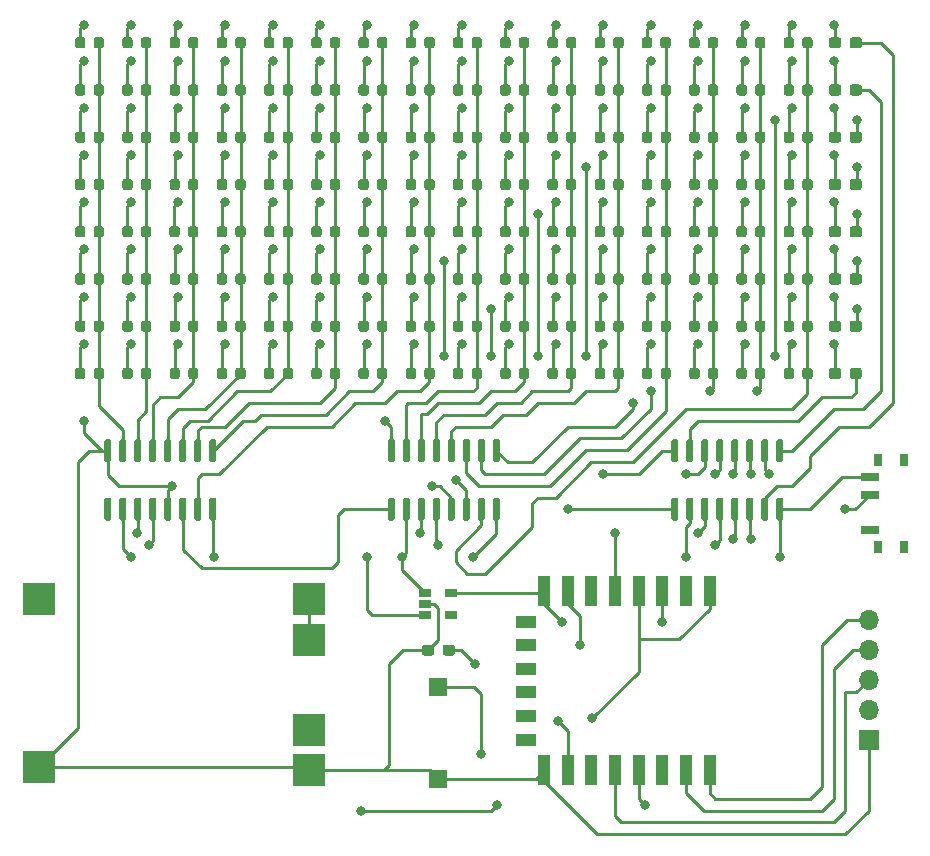
<source format=gtl>
G04 #@! TF.GenerationSoftware,KiCad,Pcbnew,(5.1.6)-1*
G04 #@! TF.CreationDate,2021-05-09T16:16:57+05:30*
G04 #@! TF.ProjectId,keychain,6b657963-6861-4696-9e2e-6b696361645f,rev?*
G04 #@! TF.SameCoordinates,Original*
G04 #@! TF.FileFunction,Copper,L1,Top*
G04 #@! TF.FilePolarity,Positive*
%FSLAX46Y46*%
G04 Gerber Fmt 4.6, Leading zero omitted, Abs format (unit mm)*
G04 Created by KiCad (PCBNEW (5.1.6)-1) date 2021-05-09 16:16:57*
%MOMM*%
%LPD*%
G01*
G04 APERTURE LIST*
G04 #@! TA.AperFunction,SMDPad,CuDef*
%ADD10R,1.060000X0.650000*%
G04 #@! TD*
G04 #@! TA.AperFunction,SMDPad,CuDef*
%ADD11R,1.500000X1.500000*%
G04 #@! TD*
G04 #@! TA.AperFunction,SMDPad,CuDef*
%ADD12R,0.800000X1.000000*%
G04 #@! TD*
G04 #@! TA.AperFunction,SMDPad,CuDef*
%ADD13R,1.500000X0.700000*%
G04 #@! TD*
G04 #@! TA.AperFunction,ComponentPad*
%ADD14O,1.700000X1.700000*%
G04 #@! TD*
G04 #@! TA.AperFunction,ComponentPad*
%ADD15R,1.700000X1.700000*%
G04 #@! TD*
G04 #@! TA.AperFunction,ComponentPad*
%ADD16R,2.800000X2.800000*%
G04 #@! TD*
G04 #@! TA.AperFunction,SMDPad,CuDef*
%ADD17R,1.000000X2.500000*%
G04 #@! TD*
G04 #@! TA.AperFunction,SMDPad,CuDef*
%ADD18R,1.800000X1.000000*%
G04 #@! TD*
G04 #@! TA.AperFunction,ViaPad*
%ADD19C,0.800000*%
G04 #@! TD*
G04 #@! TA.AperFunction,Conductor*
%ADD20C,0.250000*%
G04 #@! TD*
G04 APERTURE END LIST*
G04 #@! TA.AperFunction,SMDPad,CuDef*
G36*
G01*
X66295000Y-150500000D02*
X66595000Y-150500000D01*
G75*
G02*
X66745000Y-150650000I0J-150000D01*
G01*
X66745000Y-152300000D01*
G75*
G02*
X66595000Y-152450000I-150000J0D01*
G01*
X66295000Y-152450000D01*
G75*
G02*
X66145000Y-152300000I0J150000D01*
G01*
X66145000Y-150650000D01*
G75*
G02*
X66295000Y-150500000I150000J0D01*
G01*
G37*
G04 #@! TD.AperFunction*
G04 #@! TA.AperFunction,SMDPad,CuDef*
G36*
G01*
X65025000Y-150500000D02*
X65325000Y-150500000D01*
G75*
G02*
X65475000Y-150650000I0J-150000D01*
G01*
X65475000Y-152300000D01*
G75*
G02*
X65325000Y-152450000I-150000J0D01*
G01*
X65025000Y-152450000D01*
G75*
G02*
X64875000Y-152300000I0J150000D01*
G01*
X64875000Y-150650000D01*
G75*
G02*
X65025000Y-150500000I150000J0D01*
G01*
G37*
G04 #@! TD.AperFunction*
G04 #@! TA.AperFunction,SMDPad,CuDef*
G36*
G01*
X63755000Y-150500000D02*
X64055000Y-150500000D01*
G75*
G02*
X64205000Y-150650000I0J-150000D01*
G01*
X64205000Y-152300000D01*
G75*
G02*
X64055000Y-152450000I-150000J0D01*
G01*
X63755000Y-152450000D01*
G75*
G02*
X63605000Y-152300000I0J150000D01*
G01*
X63605000Y-150650000D01*
G75*
G02*
X63755000Y-150500000I150000J0D01*
G01*
G37*
G04 #@! TD.AperFunction*
G04 #@! TA.AperFunction,SMDPad,CuDef*
G36*
G01*
X62485000Y-150500000D02*
X62785000Y-150500000D01*
G75*
G02*
X62935000Y-150650000I0J-150000D01*
G01*
X62935000Y-152300000D01*
G75*
G02*
X62785000Y-152450000I-150000J0D01*
G01*
X62485000Y-152450000D01*
G75*
G02*
X62335000Y-152300000I0J150000D01*
G01*
X62335000Y-150650000D01*
G75*
G02*
X62485000Y-150500000I150000J0D01*
G01*
G37*
G04 #@! TD.AperFunction*
G04 #@! TA.AperFunction,SMDPad,CuDef*
G36*
G01*
X61215000Y-150500000D02*
X61515000Y-150500000D01*
G75*
G02*
X61665000Y-150650000I0J-150000D01*
G01*
X61665000Y-152300000D01*
G75*
G02*
X61515000Y-152450000I-150000J0D01*
G01*
X61215000Y-152450000D01*
G75*
G02*
X61065000Y-152300000I0J150000D01*
G01*
X61065000Y-150650000D01*
G75*
G02*
X61215000Y-150500000I150000J0D01*
G01*
G37*
G04 #@! TD.AperFunction*
G04 #@! TA.AperFunction,SMDPad,CuDef*
G36*
G01*
X59945000Y-150500000D02*
X60245000Y-150500000D01*
G75*
G02*
X60395000Y-150650000I0J-150000D01*
G01*
X60395000Y-152300000D01*
G75*
G02*
X60245000Y-152450000I-150000J0D01*
G01*
X59945000Y-152450000D01*
G75*
G02*
X59795000Y-152300000I0J150000D01*
G01*
X59795000Y-150650000D01*
G75*
G02*
X59945000Y-150500000I150000J0D01*
G01*
G37*
G04 #@! TD.AperFunction*
G04 #@! TA.AperFunction,SMDPad,CuDef*
G36*
G01*
X58675000Y-150500000D02*
X58975000Y-150500000D01*
G75*
G02*
X59125000Y-150650000I0J-150000D01*
G01*
X59125000Y-152300000D01*
G75*
G02*
X58975000Y-152450000I-150000J0D01*
G01*
X58675000Y-152450000D01*
G75*
G02*
X58525000Y-152300000I0J150000D01*
G01*
X58525000Y-150650000D01*
G75*
G02*
X58675000Y-150500000I150000J0D01*
G01*
G37*
G04 #@! TD.AperFunction*
G04 #@! TA.AperFunction,SMDPad,CuDef*
G36*
G01*
X57405000Y-150500000D02*
X57705000Y-150500000D01*
G75*
G02*
X57855000Y-150650000I0J-150000D01*
G01*
X57855000Y-152300000D01*
G75*
G02*
X57705000Y-152450000I-150000J0D01*
G01*
X57405000Y-152450000D01*
G75*
G02*
X57255000Y-152300000I0J150000D01*
G01*
X57255000Y-150650000D01*
G75*
G02*
X57405000Y-150500000I150000J0D01*
G01*
G37*
G04 #@! TD.AperFunction*
G04 #@! TA.AperFunction,SMDPad,CuDef*
G36*
G01*
X57405000Y-145550000D02*
X57705000Y-145550000D01*
G75*
G02*
X57855000Y-145700000I0J-150000D01*
G01*
X57855000Y-147350000D01*
G75*
G02*
X57705000Y-147500000I-150000J0D01*
G01*
X57405000Y-147500000D01*
G75*
G02*
X57255000Y-147350000I0J150000D01*
G01*
X57255000Y-145700000D01*
G75*
G02*
X57405000Y-145550000I150000J0D01*
G01*
G37*
G04 #@! TD.AperFunction*
G04 #@! TA.AperFunction,SMDPad,CuDef*
G36*
G01*
X58675000Y-145550000D02*
X58975000Y-145550000D01*
G75*
G02*
X59125000Y-145700000I0J-150000D01*
G01*
X59125000Y-147350000D01*
G75*
G02*
X58975000Y-147500000I-150000J0D01*
G01*
X58675000Y-147500000D01*
G75*
G02*
X58525000Y-147350000I0J150000D01*
G01*
X58525000Y-145700000D01*
G75*
G02*
X58675000Y-145550000I150000J0D01*
G01*
G37*
G04 #@! TD.AperFunction*
G04 #@! TA.AperFunction,SMDPad,CuDef*
G36*
G01*
X59945000Y-145550000D02*
X60245000Y-145550000D01*
G75*
G02*
X60395000Y-145700000I0J-150000D01*
G01*
X60395000Y-147350000D01*
G75*
G02*
X60245000Y-147500000I-150000J0D01*
G01*
X59945000Y-147500000D01*
G75*
G02*
X59795000Y-147350000I0J150000D01*
G01*
X59795000Y-145700000D01*
G75*
G02*
X59945000Y-145550000I150000J0D01*
G01*
G37*
G04 #@! TD.AperFunction*
G04 #@! TA.AperFunction,SMDPad,CuDef*
G36*
G01*
X61215000Y-145550000D02*
X61515000Y-145550000D01*
G75*
G02*
X61665000Y-145700000I0J-150000D01*
G01*
X61665000Y-147350000D01*
G75*
G02*
X61515000Y-147500000I-150000J0D01*
G01*
X61215000Y-147500000D01*
G75*
G02*
X61065000Y-147350000I0J150000D01*
G01*
X61065000Y-145700000D01*
G75*
G02*
X61215000Y-145550000I150000J0D01*
G01*
G37*
G04 #@! TD.AperFunction*
G04 #@! TA.AperFunction,SMDPad,CuDef*
G36*
G01*
X62485000Y-145550000D02*
X62785000Y-145550000D01*
G75*
G02*
X62935000Y-145700000I0J-150000D01*
G01*
X62935000Y-147350000D01*
G75*
G02*
X62785000Y-147500000I-150000J0D01*
G01*
X62485000Y-147500000D01*
G75*
G02*
X62335000Y-147350000I0J150000D01*
G01*
X62335000Y-145700000D01*
G75*
G02*
X62485000Y-145550000I150000J0D01*
G01*
G37*
G04 #@! TD.AperFunction*
G04 #@! TA.AperFunction,SMDPad,CuDef*
G36*
G01*
X63755000Y-145550000D02*
X64055000Y-145550000D01*
G75*
G02*
X64205000Y-145700000I0J-150000D01*
G01*
X64205000Y-147350000D01*
G75*
G02*
X64055000Y-147500000I-150000J0D01*
G01*
X63755000Y-147500000D01*
G75*
G02*
X63605000Y-147350000I0J150000D01*
G01*
X63605000Y-145700000D01*
G75*
G02*
X63755000Y-145550000I150000J0D01*
G01*
G37*
G04 #@! TD.AperFunction*
G04 #@! TA.AperFunction,SMDPad,CuDef*
G36*
G01*
X65025000Y-145550000D02*
X65325000Y-145550000D01*
G75*
G02*
X65475000Y-145700000I0J-150000D01*
G01*
X65475000Y-147350000D01*
G75*
G02*
X65325000Y-147500000I-150000J0D01*
G01*
X65025000Y-147500000D01*
G75*
G02*
X64875000Y-147350000I0J150000D01*
G01*
X64875000Y-145700000D01*
G75*
G02*
X65025000Y-145550000I150000J0D01*
G01*
G37*
G04 #@! TD.AperFunction*
G04 #@! TA.AperFunction,SMDPad,CuDef*
G36*
G01*
X66295000Y-145550000D02*
X66595000Y-145550000D01*
G75*
G02*
X66745000Y-145700000I0J-150000D01*
G01*
X66745000Y-147350000D01*
G75*
G02*
X66595000Y-147500000I-150000J0D01*
G01*
X66295000Y-147500000D01*
G75*
G02*
X66145000Y-147350000I0J150000D01*
G01*
X66145000Y-145700000D01*
G75*
G02*
X66295000Y-145550000I150000J0D01*
G01*
G37*
G04 #@! TD.AperFunction*
G04 #@! TA.AperFunction,SMDPad,CuDef*
G36*
G01*
X90295000Y-150500000D02*
X90595000Y-150500000D01*
G75*
G02*
X90745000Y-150650000I0J-150000D01*
G01*
X90745000Y-152300000D01*
G75*
G02*
X90595000Y-152450000I-150000J0D01*
G01*
X90295000Y-152450000D01*
G75*
G02*
X90145000Y-152300000I0J150000D01*
G01*
X90145000Y-150650000D01*
G75*
G02*
X90295000Y-150500000I150000J0D01*
G01*
G37*
G04 #@! TD.AperFunction*
G04 #@! TA.AperFunction,SMDPad,CuDef*
G36*
G01*
X89025000Y-150500000D02*
X89325000Y-150500000D01*
G75*
G02*
X89475000Y-150650000I0J-150000D01*
G01*
X89475000Y-152300000D01*
G75*
G02*
X89325000Y-152450000I-150000J0D01*
G01*
X89025000Y-152450000D01*
G75*
G02*
X88875000Y-152300000I0J150000D01*
G01*
X88875000Y-150650000D01*
G75*
G02*
X89025000Y-150500000I150000J0D01*
G01*
G37*
G04 #@! TD.AperFunction*
G04 #@! TA.AperFunction,SMDPad,CuDef*
G36*
G01*
X87755000Y-150500000D02*
X88055000Y-150500000D01*
G75*
G02*
X88205000Y-150650000I0J-150000D01*
G01*
X88205000Y-152300000D01*
G75*
G02*
X88055000Y-152450000I-150000J0D01*
G01*
X87755000Y-152450000D01*
G75*
G02*
X87605000Y-152300000I0J150000D01*
G01*
X87605000Y-150650000D01*
G75*
G02*
X87755000Y-150500000I150000J0D01*
G01*
G37*
G04 #@! TD.AperFunction*
G04 #@! TA.AperFunction,SMDPad,CuDef*
G36*
G01*
X86485000Y-150500000D02*
X86785000Y-150500000D01*
G75*
G02*
X86935000Y-150650000I0J-150000D01*
G01*
X86935000Y-152300000D01*
G75*
G02*
X86785000Y-152450000I-150000J0D01*
G01*
X86485000Y-152450000D01*
G75*
G02*
X86335000Y-152300000I0J150000D01*
G01*
X86335000Y-150650000D01*
G75*
G02*
X86485000Y-150500000I150000J0D01*
G01*
G37*
G04 #@! TD.AperFunction*
G04 #@! TA.AperFunction,SMDPad,CuDef*
G36*
G01*
X85215000Y-150500000D02*
X85515000Y-150500000D01*
G75*
G02*
X85665000Y-150650000I0J-150000D01*
G01*
X85665000Y-152300000D01*
G75*
G02*
X85515000Y-152450000I-150000J0D01*
G01*
X85215000Y-152450000D01*
G75*
G02*
X85065000Y-152300000I0J150000D01*
G01*
X85065000Y-150650000D01*
G75*
G02*
X85215000Y-150500000I150000J0D01*
G01*
G37*
G04 #@! TD.AperFunction*
G04 #@! TA.AperFunction,SMDPad,CuDef*
G36*
G01*
X83945000Y-150500000D02*
X84245000Y-150500000D01*
G75*
G02*
X84395000Y-150650000I0J-150000D01*
G01*
X84395000Y-152300000D01*
G75*
G02*
X84245000Y-152450000I-150000J0D01*
G01*
X83945000Y-152450000D01*
G75*
G02*
X83795000Y-152300000I0J150000D01*
G01*
X83795000Y-150650000D01*
G75*
G02*
X83945000Y-150500000I150000J0D01*
G01*
G37*
G04 #@! TD.AperFunction*
G04 #@! TA.AperFunction,SMDPad,CuDef*
G36*
G01*
X82675000Y-150500000D02*
X82975000Y-150500000D01*
G75*
G02*
X83125000Y-150650000I0J-150000D01*
G01*
X83125000Y-152300000D01*
G75*
G02*
X82975000Y-152450000I-150000J0D01*
G01*
X82675000Y-152450000D01*
G75*
G02*
X82525000Y-152300000I0J150000D01*
G01*
X82525000Y-150650000D01*
G75*
G02*
X82675000Y-150500000I150000J0D01*
G01*
G37*
G04 #@! TD.AperFunction*
G04 #@! TA.AperFunction,SMDPad,CuDef*
G36*
G01*
X81405000Y-150500000D02*
X81705000Y-150500000D01*
G75*
G02*
X81855000Y-150650000I0J-150000D01*
G01*
X81855000Y-152300000D01*
G75*
G02*
X81705000Y-152450000I-150000J0D01*
G01*
X81405000Y-152450000D01*
G75*
G02*
X81255000Y-152300000I0J150000D01*
G01*
X81255000Y-150650000D01*
G75*
G02*
X81405000Y-150500000I150000J0D01*
G01*
G37*
G04 #@! TD.AperFunction*
G04 #@! TA.AperFunction,SMDPad,CuDef*
G36*
G01*
X81405000Y-145550000D02*
X81705000Y-145550000D01*
G75*
G02*
X81855000Y-145700000I0J-150000D01*
G01*
X81855000Y-147350000D01*
G75*
G02*
X81705000Y-147500000I-150000J0D01*
G01*
X81405000Y-147500000D01*
G75*
G02*
X81255000Y-147350000I0J150000D01*
G01*
X81255000Y-145700000D01*
G75*
G02*
X81405000Y-145550000I150000J0D01*
G01*
G37*
G04 #@! TD.AperFunction*
G04 #@! TA.AperFunction,SMDPad,CuDef*
G36*
G01*
X82675000Y-145550000D02*
X82975000Y-145550000D01*
G75*
G02*
X83125000Y-145700000I0J-150000D01*
G01*
X83125000Y-147350000D01*
G75*
G02*
X82975000Y-147500000I-150000J0D01*
G01*
X82675000Y-147500000D01*
G75*
G02*
X82525000Y-147350000I0J150000D01*
G01*
X82525000Y-145700000D01*
G75*
G02*
X82675000Y-145550000I150000J0D01*
G01*
G37*
G04 #@! TD.AperFunction*
G04 #@! TA.AperFunction,SMDPad,CuDef*
G36*
G01*
X83945000Y-145550000D02*
X84245000Y-145550000D01*
G75*
G02*
X84395000Y-145700000I0J-150000D01*
G01*
X84395000Y-147350000D01*
G75*
G02*
X84245000Y-147500000I-150000J0D01*
G01*
X83945000Y-147500000D01*
G75*
G02*
X83795000Y-147350000I0J150000D01*
G01*
X83795000Y-145700000D01*
G75*
G02*
X83945000Y-145550000I150000J0D01*
G01*
G37*
G04 #@! TD.AperFunction*
G04 #@! TA.AperFunction,SMDPad,CuDef*
G36*
G01*
X85215000Y-145550000D02*
X85515000Y-145550000D01*
G75*
G02*
X85665000Y-145700000I0J-150000D01*
G01*
X85665000Y-147350000D01*
G75*
G02*
X85515000Y-147500000I-150000J0D01*
G01*
X85215000Y-147500000D01*
G75*
G02*
X85065000Y-147350000I0J150000D01*
G01*
X85065000Y-145700000D01*
G75*
G02*
X85215000Y-145550000I150000J0D01*
G01*
G37*
G04 #@! TD.AperFunction*
G04 #@! TA.AperFunction,SMDPad,CuDef*
G36*
G01*
X86485000Y-145550000D02*
X86785000Y-145550000D01*
G75*
G02*
X86935000Y-145700000I0J-150000D01*
G01*
X86935000Y-147350000D01*
G75*
G02*
X86785000Y-147500000I-150000J0D01*
G01*
X86485000Y-147500000D01*
G75*
G02*
X86335000Y-147350000I0J150000D01*
G01*
X86335000Y-145700000D01*
G75*
G02*
X86485000Y-145550000I150000J0D01*
G01*
G37*
G04 #@! TD.AperFunction*
G04 #@! TA.AperFunction,SMDPad,CuDef*
G36*
G01*
X87755000Y-145550000D02*
X88055000Y-145550000D01*
G75*
G02*
X88205000Y-145700000I0J-150000D01*
G01*
X88205000Y-147350000D01*
G75*
G02*
X88055000Y-147500000I-150000J0D01*
G01*
X87755000Y-147500000D01*
G75*
G02*
X87605000Y-147350000I0J150000D01*
G01*
X87605000Y-145700000D01*
G75*
G02*
X87755000Y-145550000I150000J0D01*
G01*
G37*
G04 #@! TD.AperFunction*
G04 #@! TA.AperFunction,SMDPad,CuDef*
G36*
G01*
X89025000Y-145550000D02*
X89325000Y-145550000D01*
G75*
G02*
X89475000Y-145700000I0J-150000D01*
G01*
X89475000Y-147350000D01*
G75*
G02*
X89325000Y-147500000I-150000J0D01*
G01*
X89025000Y-147500000D01*
G75*
G02*
X88875000Y-147350000I0J150000D01*
G01*
X88875000Y-145700000D01*
G75*
G02*
X89025000Y-145550000I150000J0D01*
G01*
G37*
G04 #@! TD.AperFunction*
G04 #@! TA.AperFunction,SMDPad,CuDef*
G36*
G01*
X90295000Y-145550000D02*
X90595000Y-145550000D01*
G75*
G02*
X90745000Y-145700000I0J-150000D01*
G01*
X90745000Y-147350000D01*
G75*
G02*
X90595000Y-147500000I-150000J0D01*
G01*
X90295000Y-147500000D01*
G75*
G02*
X90145000Y-147350000I0J150000D01*
G01*
X90145000Y-145700000D01*
G75*
G02*
X90295000Y-145550000I150000J0D01*
G01*
G37*
G04 #@! TD.AperFunction*
G04 #@! TA.AperFunction,SMDPad,CuDef*
G36*
G01*
X114295000Y-150500000D02*
X114595000Y-150500000D01*
G75*
G02*
X114745000Y-150650000I0J-150000D01*
G01*
X114745000Y-152300000D01*
G75*
G02*
X114595000Y-152450000I-150000J0D01*
G01*
X114295000Y-152450000D01*
G75*
G02*
X114145000Y-152300000I0J150000D01*
G01*
X114145000Y-150650000D01*
G75*
G02*
X114295000Y-150500000I150000J0D01*
G01*
G37*
G04 #@! TD.AperFunction*
G04 #@! TA.AperFunction,SMDPad,CuDef*
G36*
G01*
X113025000Y-150500000D02*
X113325000Y-150500000D01*
G75*
G02*
X113475000Y-150650000I0J-150000D01*
G01*
X113475000Y-152300000D01*
G75*
G02*
X113325000Y-152450000I-150000J0D01*
G01*
X113025000Y-152450000D01*
G75*
G02*
X112875000Y-152300000I0J150000D01*
G01*
X112875000Y-150650000D01*
G75*
G02*
X113025000Y-150500000I150000J0D01*
G01*
G37*
G04 #@! TD.AperFunction*
G04 #@! TA.AperFunction,SMDPad,CuDef*
G36*
G01*
X111755000Y-150500000D02*
X112055000Y-150500000D01*
G75*
G02*
X112205000Y-150650000I0J-150000D01*
G01*
X112205000Y-152300000D01*
G75*
G02*
X112055000Y-152450000I-150000J0D01*
G01*
X111755000Y-152450000D01*
G75*
G02*
X111605000Y-152300000I0J150000D01*
G01*
X111605000Y-150650000D01*
G75*
G02*
X111755000Y-150500000I150000J0D01*
G01*
G37*
G04 #@! TD.AperFunction*
G04 #@! TA.AperFunction,SMDPad,CuDef*
G36*
G01*
X110485000Y-150500000D02*
X110785000Y-150500000D01*
G75*
G02*
X110935000Y-150650000I0J-150000D01*
G01*
X110935000Y-152300000D01*
G75*
G02*
X110785000Y-152450000I-150000J0D01*
G01*
X110485000Y-152450000D01*
G75*
G02*
X110335000Y-152300000I0J150000D01*
G01*
X110335000Y-150650000D01*
G75*
G02*
X110485000Y-150500000I150000J0D01*
G01*
G37*
G04 #@! TD.AperFunction*
G04 #@! TA.AperFunction,SMDPad,CuDef*
G36*
G01*
X109215000Y-150500000D02*
X109515000Y-150500000D01*
G75*
G02*
X109665000Y-150650000I0J-150000D01*
G01*
X109665000Y-152300000D01*
G75*
G02*
X109515000Y-152450000I-150000J0D01*
G01*
X109215000Y-152450000D01*
G75*
G02*
X109065000Y-152300000I0J150000D01*
G01*
X109065000Y-150650000D01*
G75*
G02*
X109215000Y-150500000I150000J0D01*
G01*
G37*
G04 #@! TD.AperFunction*
G04 #@! TA.AperFunction,SMDPad,CuDef*
G36*
G01*
X107945000Y-150500000D02*
X108245000Y-150500000D01*
G75*
G02*
X108395000Y-150650000I0J-150000D01*
G01*
X108395000Y-152300000D01*
G75*
G02*
X108245000Y-152450000I-150000J0D01*
G01*
X107945000Y-152450000D01*
G75*
G02*
X107795000Y-152300000I0J150000D01*
G01*
X107795000Y-150650000D01*
G75*
G02*
X107945000Y-150500000I150000J0D01*
G01*
G37*
G04 #@! TD.AperFunction*
G04 #@! TA.AperFunction,SMDPad,CuDef*
G36*
G01*
X106675000Y-150500000D02*
X106975000Y-150500000D01*
G75*
G02*
X107125000Y-150650000I0J-150000D01*
G01*
X107125000Y-152300000D01*
G75*
G02*
X106975000Y-152450000I-150000J0D01*
G01*
X106675000Y-152450000D01*
G75*
G02*
X106525000Y-152300000I0J150000D01*
G01*
X106525000Y-150650000D01*
G75*
G02*
X106675000Y-150500000I150000J0D01*
G01*
G37*
G04 #@! TD.AperFunction*
G04 #@! TA.AperFunction,SMDPad,CuDef*
G36*
G01*
X105405000Y-150500000D02*
X105705000Y-150500000D01*
G75*
G02*
X105855000Y-150650000I0J-150000D01*
G01*
X105855000Y-152300000D01*
G75*
G02*
X105705000Y-152450000I-150000J0D01*
G01*
X105405000Y-152450000D01*
G75*
G02*
X105255000Y-152300000I0J150000D01*
G01*
X105255000Y-150650000D01*
G75*
G02*
X105405000Y-150500000I150000J0D01*
G01*
G37*
G04 #@! TD.AperFunction*
G04 #@! TA.AperFunction,SMDPad,CuDef*
G36*
G01*
X105405000Y-145550000D02*
X105705000Y-145550000D01*
G75*
G02*
X105855000Y-145700000I0J-150000D01*
G01*
X105855000Y-147350000D01*
G75*
G02*
X105705000Y-147500000I-150000J0D01*
G01*
X105405000Y-147500000D01*
G75*
G02*
X105255000Y-147350000I0J150000D01*
G01*
X105255000Y-145700000D01*
G75*
G02*
X105405000Y-145550000I150000J0D01*
G01*
G37*
G04 #@! TD.AperFunction*
G04 #@! TA.AperFunction,SMDPad,CuDef*
G36*
G01*
X106675000Y-145550000D02*
X106975000Y-145550000D01*
G75*
G02*
X107125000Y-145700000I0J-150000D01*
G01*
X107125000Y-147350000D01*
G75*
G02*
X106975000Y-147500000I-150000J0D01*
G01*
X106675000Y-147500000D01*
G75*
G02*
X106525000Y-147350000I0J150000D01*
G01*
X106525000Y-145700000D01*
G75*
G02*
X106675000Y-145550000I150000J0D01*
G01*
G37*
G04 #@! TD.AperFunction*
G04 #@! TA.AperFunction,SMDPad,CuDef*
G36*
G01*
X107945000Y-145550000D02*
X108245000Y-145550000D01*
G75*
G02*
X108395000Y-145700000I0J-150000D01*
G01*
X108395000Y-147350000D01*
G75*
G02*
X108245000Y-147500000I-150000J0D01*
G01*
X107945000Y-147500000D01*
G75*
G02*
X107795000Y-147350000I0J150000D01*
G01*
X107795000Y-145700000D01*
G75*
G02*
X107945000Y-145550000I150000J0D01*
G01*
G37*
G04 #@! TD.AperFunction*
G04 #@! TA.AperFunction,SMDPad,CuDef*
G36*
G01*
X109215000Y-145550000D02*
X109515000Y-145550000D01*
G75*
G02*
X109665000Y-145700000I0J-150000D01*
G01*
X109665000Y-147350000D01*
G75*
G02*
X109515000Y-147500000I-150000J0D01*
G01*
X109215000Y-147500000D01*
G75*
G02*
X109065000Y-147350000I0J150000D01*
G01*
X109065000Y-145700000D01*
G75*
G02*
X109215000Y-145550000I150000J0D01*
G01*
G37*
G04 #@! TD.AperFunction*
G04 #@! TA.AperFunction,SMDPad,CuDef*
G36*
G01*
X110485000Y-145550000D02*
X110785000Y-145550000D01*
G75*
G02*
X110935000Y-145700000I0J-150000D01*
G01*
X110935000Y-147350000D01*
G75*
G02*
X110785000Y-147500000I-150000J0D01*
G01*
X110485000Y-147500000D01*
G75*
G02*
X110335000Y-147350000I0J150000D01*
G01*
X110335000Y-145700000D01*
G75*
G02*
X110485000Y-145550000I150000J0D01*
G01*
G37*
G04 #@! TD.AperFunction*
G04 #@! TA.AperFunction,SMDPad,CuDef*
G36*
G01*
X111755000Y-145550000D02*
X112055000Y-145550000D01*
G75*
G02*
X112205000Y-145700000I0J-150000D01*
G01*
X112205000Y-147350000D01*
G75*
G02*
X112055000Y-147500000I-150000J0D01*
G01*
X111755000Y-147500000D01*
G75*
G02*
X111605000Y-147350000I0J150000D01*
G01*
X111605000Y-145700000D01*
G75*
G02*
X111755000Y-145550000I150000J0D01*
G01*
G37*
G04 #@! TD.AperFunction*
G04 #@! TA.AperFunction,SMDPad,CuDef*
G36*
G01*
X113025000Y-145550000D02*
X113325000Y-145550000D01*
G75*
G02*
X113475000Y-145700000I0J-150000D01*
G01*
X113475000Y-147350000D01*
G75*
G02*
X113325000Y-147500000I-150000J0D01*
G01*
X113025000Y-147500000D01*
G75*
G02*
X112875000Y-147350000I0J150000D01*
G01*
X112875000Y-145700000D01*
G75*
G02*
X113025000Y-145550000I150000J0D01*
G01*
G37*
G04 #@! TD.AperFunction*
G04 #@! TA.AperFunction,SMDPad,CuDef*
G36*
G01*
X114295000Y-145550000D02*
X114595000Y-145550000D01*
G75*
G02*
X114745000Y-145700000I0J-150000D01*
G01*
X114745000Y-147350000D01*
G75*
G02*
X114595000Y-147500000I-150000J0D01*
G01*
X114295000Y-147500000D01*
G75*
G02*
X114145000Y-147350000I0J150000D01*
G01*
X114145000Y-145700000D01*
G75*
G02*
X114295000Y-145550000I150000J0D01*
G01*
G37*
G04 #@! TD.AperFunction*
G04 #@! TA.AperFunction,SMDPad,CuDef*
G36*
G01*
X85190000Y-163182500D02*
X85190000Y-163657500D01*
G75*
G02*
X84952500Y-163895000I-237500J0D01*
G01*
X84377500Y-163895000D01*
G75*
G02*
X84140000Y-163657500I0J237500D01*
G01*
X84140000Y-163182500D01*
G75*
G02*
X84377500Y-162945000I237500J0D01*
G01*
X84952500Y-162945000D01*
G75*
G02*
X85190000Y-163182500I0J-237500D01*
G01*
G37*
G04 #@! TD.AperFunction*
G04 #@! TA.AperFunction,SMDPad,CuDef*
G36*
G01*
X86940000Y-163182500D02*
X86940000Y-163657500D01*
G75*
G02*
X86702500Y-163895000I-237500J0D01*
G01*
X86127500Y-163895000D01*
G75*
G02*
X85890000Y-163657500I0J237500D01*
G01*
X85890000Y-163182500D01*
G75*
G02*
X86127500Y-162945000I237500J0D01*
G01*
X86702500Y-162945000D01*
G75*
G02*
X86940000Y-163182500I0J-237500D01*
G01*
G37*
G04 #@! TD.AperFunction*
D10*
X86600000Y-158550000D03*
X86600000Y-160450000D03*
X84400000Y-160450000D03*
X84400000Y-159500000D03*
X84400000Y-158550000D03*
D11*
X85540000Y-166520000D03*
X85540000Y-174320000D03*
D12*
X122720000Y-154650000D03*
X122720000Y-147350000D03*
X124930000Y-147350000D03*
X124930000Y-154650000D03*
D13*
X122070000Y-148750000D03*
X122070000Y-150250000D03*
X122070000Y-153250000D03*
D14*
X122000000Y-160840000D03*
X122000000Y-163380000D03*
X122000000Y-165920000D03*
X122000000Y-168460000D03*
D15*
X122000000Y-171000000D03*
D16*
X51700000Y-159100000D03*
X51700000Y-173300000D03*
X74600000Y-159100000D03*
X74600000Y-173600000D03*
X74600000Y-162600000D03*
X74600000Y-170200000D03*
D17*
X108500000Y-173600000D03*
X106500000Y-173600000D03*
X104500000Y-173600000D03*
X102500000Y-173600000D03*
X100500000Y-173600000D03*
X98500000Y-173600000D03*
X96500000Y-173600000D03*
X94500000Y-173600000D03*
D18*
X93000000Y-171000000D03*
X93000000Y-169000000D03*
X93000000Y-167000000D03*
X93000000Y-165000000D03*
X93000000Y-163000000D03*
X93000000Y-161000000D03*
D17*
X94500000Y-158400000D03*
X96500000Y-158400000D03*
X98500000Y-158400000D03*
X100500000Y-158400000D03*
X102500000Y-158400000D03*
X104500000Y-158400000D03*
X106500000Y-158400000D03*
X108500000Y-158400000D03*
G04 #@! TA.AperFunction,SMDPad,CuDef*
G36*
G01*
X56350000Y-112256250D02*
X56350000Y-111743750D01*
G75*
G02*
X56568750Y-111525000I218750J0D01*
G01*
X57006250Y-111525000D01*
G75*
G02*
X57225000Y-111743750I0J-218750D01*
G01*
X57225000Y-112256250D01*
G75*
G02*
X57006250Y-112475000I-218750J0D01*
G01*
X56568750Y-112475000D01*
G75*
G02*
X56350000Y-112256250I0J218750D01*
G01*
G37*
G04 #@! TD.AperFunction*
G04 #@! TA.AperFunction,SMDPad,CuDef*
G36*
G01*
X54775000Y-112256250D02*
X54775000Y-111743750D01*
G75*
G02*
X54993750Y-111525000I218750J0D01*
G01*
X55431250Y-111525000D01*
G75*
G02*
X55650000Y-111743750I0J-218750D01*
G01*
X55650000Y-112256250D01*
G75*
G02*
X55431250Y-112475000I-218750J0D01*
G01*
X54993750Y-112475000D01*
G75*
G02*
X54775000Y-112256250I0J218750D01*
G01*
G37*
G04 #@! TD.AperFunction*
G04 #@! TA.AperFunction,SMDPad,CuDef*
G36*
G01*
X121400000Y-139762500D02*
X121400000Y-140237500D01*
G75*
G02*
X121162500Y-140475000I-237500J0D01*
G01*
X120587500Y-140475000D01*
G75*
G02*
X120350000Y-140237500I0J237500D01*
G01*
X120350000Y-139762500D01*
G75*
G02*
X120587500Y-139525000I237500J0D01*
G01*
X121162500Y-139525000D01*
G75*
G02*
X121400000Y-139762500I0J-237500D01*
G01*
G37*
G04 #@! TD.AperFunction*
G04 #@! TA.AperFunction,SMDPad,CuDef*
G36*
G01*
X119650000Y-139762500D02*
X119650000Y-140237500D01*
G75*
G02*
X119412500Y-140475000I-237500J0D01*
G01*
X118837500Y-140475000D01*
G75*
G02*
X118600000Y-140237500I0J237500D01*
G01*
X118600000Y-139762500D01*
G75*
G02*
X118837500Y-139525000I237500J0D01*
G01*
X119412500Y-139525000D01*
G75*
G02*
X119650000Y-139762500I0J-237500D01*
G01*
G37*
G04 #@! TD.AperFunction*
G04 #@! TA.AperFunction,SMDPad,CuDef*
G36*
G01*
X121400000Y-135762500D02*
X121400000Y-136237500D01*
G75*
G02*
X121162500Y-136475000I-237500J0D01*
G01*
X120587500Y-136475000D01*
G75*
G02*
X120350000Y-136237500I0J237500D01*
G01*
X120350000Y-135762500D01*
G75*
G02*
X120587500Y-135525000I237500J0D01*
G01*
X121162500Y-135525000D01*
G75*
G02*
X121400000Y-135762500I0J-237500D01*
G01*
G37*
G04 #@! TD.AperFunction*
G04 #@! TA.AperFunction,SMDPad,CuDef*
G36*
G01*
X119650000Y-135762500D02*
X119650000Y-136237500D01*
G75*
G02*
X119412500Y-136475000I-237500J0D01*
G01*
X118837500Y-136475000D01*
G75*
G02*
X118600000Y-136237500I0J237500D01*
G01*
X118600000Y-135762500D01*
G75*
G02*
X118837500Y-135525000I237500J0D01*
G01*
X119412500Y-135525000D01*
G75*
G02*
X119650000Y-135762500I0J-237500D01*
G01*
G37*
G04 #@! TD.AperFunction*
G04 #@! TA.AperFunction,SMDPad,CuDef*
G36*
G01*
X121400000Y-131762500D02*
X121400000Y-132237500D01*
G75*
G02*
X121162500Y-132475000I-237500J0D01*
G01*
X120587500Y-132475000D01*
G75*
G02*
X120350000Y-132237500I0J237500D01*
G01*
X120350000Y-131762500D01*
G75*
G02*
X120587500Y-131525000I237500J0D01*
G01*
X121162500Y-131525000D01*
G75*
G02*
X121400000Y-131762500I0J-237500D01*
G01*
G37*
G04 #@! TD.AperFunction*
G04 #@! TA.AperFunction,SMDPad,CuDef*
G36*
G01*
X119650000Y-131762500D02*
X119650000Y-132237500D01*
G75*
G02*
X119412500Y-132475000I-237500J0D01*
G01*
X118837500Y-132475000D01*
G75*
G02*
X118600000Y-132237500I0J237500D01*
G01*
X118600000Y-131762500D01*
G75*
G02*
X118837500Y-131525000I237500J0D01*
G01*
X119412500Y-131525000D01*
G75*
G02*
X119650000Y-131762500I0J-237500D01*
G01*
G37*
G04 #@! TD.AperFunction*
G04 #@! TA.AperFunction,SMDPad,CuDef*
G36*
G01*
X121400000Y-127762500D02*
X121400000Y-128237500D01*
G75*
G02*
X121162500Y-128475000I-237500J0D01*
G01*
X120587500Y-128475000D01*
G75*
G02*
X120350000Y-128237500I0J237500D01*
G01*
X120350000Y-127762500D01*
G75*
G02*
X120587500Y-127525000I237500J0D01*
G01*
X121162500Y-127525000D01*
G75*
G02*
X121400000Y-127762500I0J-237500D01*
G01*
G37*
G04 #@! TD.AperFunction*
G04 #@! TA.AperFunction,SMDPad,CuDef*
G36*
G01*
X119650000Y-127762500D02*
X119650000Y-128237500D01*
G75*
G02*
X119412500Y-128475000I-237500J0D01*
G01*
X118837500Y-128475000D01*
G75*
G02*
X118600000Y-128237500I0J237500D01*
G01*
X118600000Y-127762500D01*
G75*
G02*
X118837500Y-127525000I237500J0D01*
G01*
X119412500Y-127525000D01*
G75*
G02*
X119650000Y-127762500I0J-237500D01*
G01*
G37*
G04 #@! TD.AperFunction*
G04 #@! TA.AperFunction,SMDPad,CuDef*
G36*
G01*
X121400000Y-123762500D02*
X121400000Y-124237500D01*
G75*
G02*
X121162500Y-124475000I-237500J0D01*
G01*
X120587500Y-124475000D01*
G75*
G02*
X120350000Y-124237500I0J237500D01*
G01*
X120350000Y-123762500D01*
G75*
G02*
X120587500Y-123525000I237500J0D01*
G01*
X121162500Y-123525000D01*
G75*
G02*
X121400000Y-123762500I0J-237500D01*
G01*
G37*
G04 #@! TD.AperFunction*
G04 #@! TA.AperFunction,SMDPad,CuDef*
G36*
G01*
X119650000Y-123762500D02*
X119650000Y-124237500D01*
G75*
G02*
X119412500Y-124475000I-237500J0D01*
G01*
X118837500Y-124475000D01*
G75*
G02*
X118600000Y-124237500I0J237500D01*
G01*
X118600000Y-123762500D01*
G75*
G02*
X118837500Y-123525000I237500J0D01*
G01*
X119412500Y-123525000D01*
G75*
G02*
X119650000Y-123762500I0J-237500D01*
G01*
G37*
G04 #@! TD.AperFunction*
G04 #@! TA.AperFunction,SMDPad,CuDef*
G36*
G01*
X121400000Y-119762500D02*
X121400000Y-120237500D01*
G75*
G02*
X121162500Y-120475000I-237500J0D01*
G01*
X120587500Y-120475000D01*
G75*
G02*
X120350000Y-120237500I0J237500D01*
G01*
X120350000Y-119762500D01*
G75*
G02*
X120587500Y-119525000I237500J0D01*
G01*
X121162500Y-119525000D01*
G75*
G02*
X121400000Y-119762500I0J-237500D01*
G01*
G37*
G04 #@! TD.AperFunction*
G04 #@! TA.AperFunction,SMDPad,CuDef*
G36*
G01*
X119650000Y-119762500D02*
X119650000Y-120237500D01*
G75*
G02*
X119412500Y-120475000I-237500J0D01*
G01*
X118837500Y-120475000D01*
G75*
G02*
X118600000Y-120237500I0J237500D01*
G01*
X118600000Y-119762500D01*
G75*
G02*
X118837500Y-119525000I237500J0D01*
G01*
X119412500Y-119525000D01*
G75*
G02*
X119650000Y-119762500I0J-237500D01*
G01*
G37*
G04 #@! TD.AperFunction*
G04 #@! TA.AperFunction,SMDPad,CuDef*
G36*
G01*
X119650000Y-115762500D02*
X119650000Y-116237500D01*
G75*
G02*
X119412500Y-116475000I-237500J0D01*
G01*
X118837500Y-116475000D01*
G75*
G02*
X118600000Y-116237500I0J237500D01*
G01*
X118600000Y-115762500D01*
G75*
G02*
X118837500Y-115525000I237500J0D01*
G01*
X119412500Y-115525000D01*
G75*
G02*
X119650000Y-115762500I0J-237500D01*
G01*
G37*
G04 #@! TD.AperFunction*
G04 #@! TA.AperFunction,SMDPad,CuDef*
G36*
G01*
X121400000Y-115762500D02*
X121400000Y-116237500D01*
G75*
G02*
X121162500Y-116475000I-237500J0D01*
G01*
X120587500Y-116475000D01*
G75*
G02*
X120350000Y-116237500I0J237500D01*
G01*
X120350000Y-115762500D01*
G75*
G02*
X120587500Y-115525000I237500J0D01*
G01*
X121162500Y-115525000D01*
G75*
G02*
X121400000Y-115762500I0J-237500D01*
G01*
G37*
G04 #@! TD.AperFunction*
G04 #@! TA.AperFunction,SMDPad,CuDef*
G36*
G01*
X119650000Y-111762500D02*
X119650000Y-112237500D01*
G75*
G02*
X119412500Y-112475000I-237500J0D01*
G01*
X118837500Y-112475000D01*
G75*
G02*
X118600000Y-112237500I0J237500D01*
G01*
X118600000Y-111762500D01*
G75*
G02*
X118837500Y-111525000I237500J0D01*
G01*
X119412500Y-111525000D01*
G75*
G02*
X119650000Y-111762500I0J-237500D01*
G01*
G37*
G04 #@! TD.AperFunction*
G04 #@! TA.AperFunction,SMDPad,CuDef*
G36*
G01*
X121400000Y-111762500D02*
X121400000Y-112237500D01*
G75*
G02*
X121162500Y-112475000I-237500J0D01*
G01*
X120587500Y-112475000D01*
G75*
G02*
X120350000Y-112237500I0J237500D01*
G01*
X120350000Y-111762500D01*
G75*
G02*
X120587500Y-111525000I237500J0D01*
G01*
X121162500Y-111525000D01*
G75*
G02*
X121400000Y-111762500I0J-237500D01*
G01*
G37*
G04 #@! TD.AperFunction*
G04 #@! TA.AperFunction,SMDPad,CuDef*
G36*
G01*
X114775000Y-140256250D02*
X114775000Y-139743750D01*
G75*
G02*
X114993750Y-139525000I218750J0D01*
G01*
X115431250Y-139525000D01*
G75*
G02*
X115650000Y-139743750I0J-218750D01*
G01*
X115650000Y-140256250D01*
G75*
G02*
X115431250Y-140475000I-218750J0D01*
G01*
X114993750Y-140475000D01*
G75*
G02*
X114775000Y-140256250I0J218750D01*
G01*
G37*
G04 #@! TD.AperFunction*
G04 #@! TA.AperFunction,SMDPad,CuDef*
G36*
G01*
X116350000Y-140256250D02*
X116350000Y-139743750D01*
G75*
G02*
X116568750Y-139525000I218750J0D01*
G01*
X117006250Y-139525000D01*
G75*
G02*
X117225000Y-139743750I0J-218750D01*
G01*
X117225000Y-140256250D01*
G75*
G02*
X117006250Y-140475000I-218750J0D01*
G01*
X116568750Y-140475000D01*
G75*
G02*
X116350000Y-140256250I0J218750D01*
G01*
G37*
G04 #@! TD.AperFunction*
G04 #@! TA.AperFunction,SMDPad,CuDef*
G36*
G01*
X114775000Y-136256250D02*
X114775000Y-135743750D01*
G75*
G02*
X114993750Y-135525000I218750J0D01*
G01*
X115431250Y-135525000D01*
G75*
G02*
X115650000Y-135743750I0J-218750D01*
G01*
X115650000Y-136256250D01*
G75*
G02*
X115431250Y-136475000I-218750J0D01*
G01*
X114993750Y-136475000D01*
G75*
G02*
X114775000Y-136256250I0J218750D01*
G01*
G37*
G04 #@! TD.AperFunction*
G04 #@! TA.AperFunction,SMDPad,CuDef*
G36*
G01*
X116350000Y-136256250D02*
X116350000Y-135743750D01*
G75*
G02*
X116568750Y-135525000I218750J0D01*
G01*
X117006250Y-135525000D01*
G75*
G02*
X117225000Y-135743750I0J-218750D01*
G01*
X117225000Y-136256250D01*
G75*
G02*
X117006250Y-136475000I-218750J0D01*
G01*
X116568750Y-136475000D01*
G75*
G02*
X116350000Y-136256250I0J218750D01*
G01*
G37*
G04 #@! TD.AperFunction*
G04 #@! TA.AperFunction,SMDPad,CuDef*
G36*
G01*
X114775000Y-132256250D02*
X114775000Y-131743750D01*
G75*
G02*
X114993750Y-131525000I218750J0D01*
G01*
X115431250Y-131525000D01*
G75*
G02*
X115650000Y-131743750I0J-218750D01*
G01*
X115650000Y-132256250D01*
G75*
G02*
X115431250Y-132475000I-218750J0D01*
G01*
X114993750Y-132475000D01*
G75*
G02*
X114775000Y-132256250I0J218750D01*
G01*
G37*
G04 #@! TD.AperFunction*
G04 #@! TA.AperFunction,SMDPad,CuDef*
G36*
G01*
X116350000Y-132256250D02*
X116350000Y-131743750D01*
G75*
G02*
X116568750Y-131525000I218750J0D01*
G01*
X117006250Y-131525000D01*
G75*
G02*
X117225000Y-131743750I0J-218750D01*
G01*
X117225000Y-132256250D01*
G75*
G02*
X117006250Y-132475000I-218750J0D01*
G01*
X116568750Y-132475000D01*
G75*
G02*
X116350000Y-132256250I0J218750D01*
G01*
G37*
G04 #@! TD.AperFunction*
G04 #@! TA.AperFunction,SMDPad,CuDef*
G36*
G01*
X114775000Y-128256250D02*
X114775000Y-127743750D01*
G75*
G02*
X114993750Y-127525000I218750J0D01*
G01*
X115431250Y-127525000D01*
G75*
G02*
X115650000Y-127743750I0J-218750D01*
G01*
X115650000Y-128256250D01*
G75*
G02*
X115431250Y-128475000I-218750J0D01*
G01*
X114993750Y-128475000D01*
G75*
G02*
X114775000Y-128256250I0J218750D01*
G01*
G37*
G04 #@! TD.AperFunction*
G04 #@! TA.AperFunction,SMDPad,CuDef*
G36*
G01*
X116350000Y-128256250D02*
X116350000Y-127743750D01*
G75*
G02*
X116568750Y-127525000I218750J0D01*
G01*
X117006250Y-127525000D01*
G75*
G02*
X117225000Y-127743750I0J-218750D01*
G01*
X117225000Y-128256250D01*
G75*
G02*
X117006250Y-128475000I-218750J0D01*
G01*
X116568750Y-128475000D01*
G75*
G02*
X116350000Y-128256250I0J218750D01*
G01*
G37*
G04 #@! TD.AperFunction*
G04 #@! TA.AperFunction,SMDPad,CuDef*
G36*
G01*
X114775000Y-124256250D02*
X114775000Y-123743750D01*
G75*
G02*
X114993750Y-123525000I218750J0D01*
G01*
X115431250Y-123525000D01*
G75*
G02*
X115650000Y-123743750I0J-218750D01*
G01*
X115650000Y-124256250D01*
G75*
G02*
X115431250Y-124475000I-218750J0D01*
G01*
X114993750Y-124475000D01*
G75*
G02*
X114775000Y-124256250I0J218750D01*
G01*
G37*
G04 #@! TD.AperFunction*
G04 #@! TA.AperFunction,SMDPad,CuDef*
G36*
G01*
X116350000Y-124256250D02*
X116350000Y-123743750D01*
G75*
G02*
X116568750Y-123525000I218750J0D01*
G01*
X117006250Y-123525000D01*
G75*
G02*
X117225000Y-123743750I0J-218750D01*
G01*
X117225000Y-124256250D01*
G75*
G02*
X117006250Y-124475000I-218750J0D01*
G01*
X116568750Y-124475000D01*
G75*
G02*
X116350000Y-124256250I0J218750D01*
G01*
G37*
G04 #@! TD.AperFunction*
G04 #@! TA.AperFunction,SMDPad,CuDef*
G36*
G01*
X114775000Y-120256250D02*
X114775000Y-119743750D01*
G75*
G02*
X114993750Y-119525000I218750J0D01*
G01*
X115431250Y-119525000D01*
G75*
G02*
X115650000Y-119743750I0J-218750D01*
G01*
X115650000Y-120256250D01*
G75*
G02*
X115431250Y-120475000I-218750J0D01*
G01*
X114993750Y-120475000D01*
G75*
G02*
X114775000Y-120256250I0J218750D01*
G01*
G37*
G04 #@! TD.AperFunction*
G04 #@! TA.AperFunction,SMDPad,CuDef*
G36*
G01*
X116350000Y-120256250D02*
X116350000Y-119743750D01*
G75*
G02*
X116568750Y-119525000I218750J0D01*
G01*
X117006250Y-119525000D01*
G75*
G02*
X117225000Y-119743750I0J-218750D01*
G01*
X117225000Y-120256250D01*
G75*
G02*
X117006250Y-120475000I-218750J0D01*
G01*
X116568750Y-120475000D01*
G75*
G02*
X116350000Y-120256250I0J218750D01*
G01*
G37*
G04 #@! TD.AperFunction*
G04 #@! TA.AperFunction,SMDPad,CuDef*
G36*
G01*
X116350000Y-116256250D02*
X116350000Y-115743750D01*
G75*
G02*
X116568750Y-115525000I218750J0D01*
G01*
X117006250Y-115525000D01*
G75*
G02*
X117225000Y-115743750I0J-218750D01*
G01*
X117225000Y-116256250D01*
G75*
G02*
X117006250Y-116475000I-218750J0D01*
G01*
X116568750Y-116475000D01*
G75*
G02*
X116350000Y-116256250I0J218750D01*
G01*
G37*
G04 #@! TD.AperFunction*
G04 #@! TA.AperFunction,SMDPad,CuDef*
G36*
G01*
X114775000Y-116256250D02*
X114775000Y-115743750D01*
G75*
G02*
X114993750Y-115525000I218750J0D01*
G01*
X115431250Y-115525000D01*
G75*
G02*
X115650000Y-115743750I0J-218750D01*
G01*
X115650000Y-116256250D01*
G75*
G02*
X115431250Y-116475000I-218750J0D01*
G01*
X114993750Y-116475000D01*
G75*
G02*
X114775000Y-116256250I0J218750D01*
G01*
G37*
G04 #@! TD.AperFunction*
G04 #@! TA.AperFunction,SMDPad,CuDef*
G36*
G01*
X114775000Y-112256250D02*
X114775000Y-111743750D01*
G75*
G02*
X114993750Y-111525000I218750J0D01*
G01*
X115431250Y-111525000D01*
G75*
G02*
X115650000Y-111743750I0J-218750D01*
G01*
X115650000Y-112256250D01*
G75*
G02*
X115431250Y-112475000I-218750J0D01*
G01*
X114993750Y-112475000D01*
G75*
G02*
X114775000Y-112256250I0J218750D01*
G01*
G37*
G04 #@! TD.AperFunction*
G04 #@! TA.AperFunction,SMDPad,CuDef*
G36*
G01*
X116350000Y-112256250D02*
X116350000Y-111743750D01*
G75*
G02*
X116568750Y-111525000I218750J0D01*
G01*
X117006250Y-111525000D01*
G75*
G02*
X117225000Y-111743750I0J-218750D01*
G01*
X117225000Y-112256250D01*
G75*
G02*
X117006250Y-112475000I-218750J0D01*
G01*
X116568750Y-112475000D01*
G75*
G02*
X116350000Y-112256250I0J218750D01*
G01*
G37*
G04 #@! TD.AperFunction*
G04 #@! TA.AperFunction,SMDPad,CuDef*
G36*
G01*
X110775000Y-140256250D02*
X110775000Y-139743750D01*
G75*
G02*
X110993750Y-139525000I218750J0D01*
G01*
X111431250Y-139525000D01*
G75*
G02*
X111650000Y-139743750I0J-218750D01*
G01*
X111650000Y-140256250D01*
G75*
G02*
X111431250Y-140475000I-218750J0D01*
G01*
X110993750Y-140475000D01*
G75*
G02*
X110775000Y-140256250I0J218750D01*
G01*
G37*
G04 #@! TD.AperFunction*
G04 #@! TA.AperFunction,SMDPad,CuDef*
G36*
G01*
X112350000Y-140256250D02*
X112350000Y-139743750D01*
G75*
G02*
X112568750Y-139525000I218750J0D01*
G01*
X113006250Y-139525000D01*
G75*
G02*
X113225000Y-139743750I0J-218750D01*
G01*
X113225000Y-140256250D01*
G75*
G02*
X113006250Y-140475000I-218750J0D01*
G01*
X112568750Y-140475000D01*
G75*
G02*
X112350000Y-140256250I0J218750D01*
G01*
G37*
G04 #@! TD.AperFunction*
G04 #@! TA.AperFunction,SMDPad,CuDef*
G36*
G01*
X110775000Y-136256250D02*
X110775000Y-135743750D01*
G75*
G02*
X110993750Y-135525000I218750J0D01*
G01*
X111431250Y-135525000D01*
G75*
G02*
X111650000Y-135743750I0J-218750D01*
G01*
X111650000Y-136256250D01*
G75*
G02*
X111431250Y-136475000I-218750J0D01*
G01*
X110993750Y-136475000D01*
G75*
G02*
X110775000Y-136256250I0J218750D01*
G01*
G37*
G04 #@! TD.AperFunction*
G04 #@! TA.AperFunction,SMDPad,CuDef*
G36*
G01*
X112350000Y-136256250D02*
X112350000Y-135743750D01*
G75*
G02*
X112568750Y-135525000I218750J0D01*
G01*
X113006250Y-135525000D01*
G75*
G02*
X113225000Y-135743750I0J-218750D01*
G01*
X113225000Y-136256250D01*
G75*
G02*
X113006250Y-136475000I-218750J0D01*
G01*
X112568750Y-136475000D01*
G75*
G02*
X112350000Y-136256250I0J218750D01*
G01*
G37*
G04 #@! TD.AperFunction*
G04 #@! TA.AperFunction,SMDPad,CuDef*
G36*
G01*
X110775000Y-132256250D02*
X110775000Y-131743750D01*
G75*
G02*
X110993750Y-131525000I218750J0D01*
G01*
X111431250Y-131525000D01*
G75*
G02*
X111650000Y-131743750I0J-218750D01*
G01*
X111650000Y-132256250D01*
G75*
G02*
X111431250Y-132475000I-218750J0D01*
G01*
X110993750Y-132475000D01*
G75*
G02*
X110775000Y-132256250I0J218750D01*
G01*
G37*
G04 #@! TD.AperFunction*
G04 #@! TA.AperFunction,SMDPad,CuDef*
G36*
G01*
X112350000Y-132256250D02*
X112350000Y-131743750D01*
G75*
G02*
X112568750Y-131525000I218750J0D01*
G01*
X113006250Y-131525000D01*
G75*
G02*
X113225000Y-131743750I0J-218750D01*
G01*
X113225000Y-132256250D01*
G75*
G02*
X113006250Y-132475000I-218750J0D01*
G01*
X112568750Y-132475000D01*
G75*
G02*
X112350000Y-132256250I0J218750D01*
G01*
G37*
G04 #@! TD.AperFunction*
G04 #@! TA.AperFunction,SMDPad,CuDef*
G36*
G01*
X110775000Y-128256250D02*
X110775000Y-127743750D01*
G75*
G02*
X110993750Y-127525000I218750J0D01*
G01*
X111431250Y-127525000D01*
G75*
G02*
X111650000Y-127743750I0J-218750D01*
G01*
X111650000Y-128256250D01*
G75*
G02*
X111431250Y-128475000I-218750J0D01*
G01*
X110993750Y-128475000D01*
G75*
G02*
X110775000Y-128256250I0J218750D01*
G01*
G37*
G04 #@! TD.AperFunction*
G04 #@! TA.AperFunction,SMDPad,CuDef*
G36*
G01*
X112350000Y-128256250D02*
X112350000Y-127743750D01*
G75*
G02*
X112568750Y-127525000I218750J0D01*
G01*
X113006250Y-127525000D01*
G75*
G02*
X113225000Y-127743750I0J-218750D01*
G01*
X113225000Y-128256250D01*
G75*
G02*
X113006250Y-128475000I-218750J0D01*
G01*
X112568750Y-128475000D01*
G75*
G02*
X112350000Y-128256250I0J218750D01*
G01*
G37*
G04 #@! TD.AperFunction*
G04 #@! TA.AperFunction,SMDPad,CuDef*
G36*
G01*
X110775000Y-124256250D02*
X110775000Y-123743750D01*
G75*
G02*
X110993750Y-123525000I218750J0D01*
G01*
X111431250Y-123525000D01*
G75*
G02*
X111650000Y-123743750I0J-218750D01*
G01*
X111650000Y-124256250D01*
G75*
G02*
X111431250Y-124475000I-218750J0D01*
G01*
X110993750Y-124475000D01*
G75*
G02*
X110775000Y-124256250I0J218750D01*
G01*
G37*
G04 #@! TD.AperFunction*
G04 #@! TA.AperFunction,SMDPad,CuDef*
G36*
G01*
X112350000Y-124256250D02*
X112350000Y-123743750D01*
G75*
G02*
X112568750Y-123525000I218750J0D01*
G01*
X113006250Y-123525000D01*
G75*
G02*
X113225000Y-123743750I0J-218750D01*
G01*
X113225000Y-124256250D01*
G75*
G02*
X113006250Y-124475000I-218750J0D01*
G01*
X112568750Y-124475000D01*
G75*
G02*
X112350000Y-124256250I0J218750D01*
G01*
G37*
G04 #@! TD.AperFunction*
G04 #@! TA.AperFunction,SMDPad,CuDef*
G36*
G01*
X110775000Y-120256250D02*
X110775000Y-119743750D01*
G75*
G02*
X110993750Y-119525000I218750J0D01*
G01*
X111431250Y-119525000D01*
G75*
G02*
X111650000Y-119743750I0J-218750D01*
G01*
X111650000Y-120256250D01*
G75*
G02*
X111431250Y-120475000I-218750J0D01*
G01*
X110993750Y-120475000D01*
G75*
G02*
X110775000Y-120256250I0J218750D01*
G01*
G37*
G04 #@! TD.AperFunction*
G04 #@! TA.AperFunction,SMDPad,CuDef*
G36*
G01*
X112350000Y-120256250D02*
X112350000Y-119743750D01*
G75*
G02*
X112568750Y-119525000I218750J0D01*
G01*
X113006250Y-119525000D01*
G75*
G02*
X113225000Y-119743750I0J-218750D01*
G01*
X113225000Y-120256250D01*
G75*
G02*
X113006250Y-120475000I-218750J0D01*
G01*
X112568750Y-120475000D01*
G75*
G02*
X112350000Y-120256250I0J218750D01*
G01*
G37*
G04 #@! TD.AperFunction*
G04 #@! TA.AperFunction,SMDPad,CuDef*
G36*
G01*
X112350000Y-116256250D02*
X112350000Y-115743750D01*
G75*
G02*
X112568750Y-115525000I218750J0D01*
G01*
X113006250Y-115525000D01*
G75*
G02*
X113225000Y-115743750I0J-218750D01*
G01*
X113225000Y-116256250D01*
G75*
G02*
X113006250Y-116475000I-218750J0D01*
G01*
X112568750Y-116475000D01*
G75*
G02*
X112350000Y-116256250I0J218750D01*
G01*
G37*
G04 #@! TD.AperFunction*
G04 #@! TA.AperFunction,SMDPad,CuDef*
G36*
G01*
X110775000Y-116256250D02*
X110775000Y-115743750D01*
G75*
G02*
X110993750Y-115525000I218750J0D01*
G01*
X111431250Y-115525000D01*
G75*
G02*
X111650000Y-115743750I0J-218750D01*
G01*
X111650000Y-116256250D01*
G75*
G02*
X111431250Y-116475000I-218750J0D01*
G01*
X110993750Y-116475000D01*
G75*
G02*
X110775000Y-116256250I0J218750D01*
G01*
G37*
G04 #@! TD.AperFunction*
G04 #@! TA.AperFunction,SMDPad,CuDef*
G36*
G01*
X110775000Y-112256250D02*
X110775000Y-111743750D01*
G75*
G02*
X110993750Y-111525000I218750J0D01*
G01*
X111431250Y-111525000D01*
G75*
G02*
X111650000Y-111743750I0J-218750D01*
G01*
X111650000Y-112256250D01*
G75*
G02*
X111431250Y-112475000I-218750J0D01*
G01*
X110993750Y-112475000D01*
G75*
G02*
X110775000Y-112256250I0J218750D01*
G01*
G37*
G04 #@! TD.AperFunction*
G04 #@! TA.AperFunction,SMDPad,CuDef*
G36*
G01*
X112350000Y-112256250D02*
X112350000Y-111743750D01*
G75*
G02*
X112568750Y-111525000I218750J0D01*
G01*
X113006250Y-111525000D01*
G75*
G02*
X113225000Y-111743750I0J-218750D01*
G01*
X113225000Y-112256250D01*
G75*
G02*
X113006250Y-112475000I-218750J0D01*
G01*
X112568750Y-112475000D01*
G75*
G02*
X112350000Y-112256250I0J218750D01*
G01*
G37*
G04 #@! TD.AperFunction*
G04 #@! TA.AperFunction,SMDPad,CuDef*
G36*
G01*
X106775000Y-140256250D02*
X106775000Y-139743750D01*
G75*
G02*
X106993750Y-139525000I218750J0D01*
G01*
X107431250Y-139525000D01*
G75*
G02*
X107650000Y-139743750I0J-218750D01*
G01*
X107650000Y-140256250D01*
G75*
G02*
X107431250Y-140475000I-218750J0D01*
G01*
X106993750Y-140475000D01*
G75*
G02*
X106775000Y-140256250I0J218750D01*
G01*
G37*
G04 #@! TD.AperFunction*
G04 #@! TA.AperFunction,SMDPad,CuDef*
G36*
G01*
X108350000Y-140256250D02*
X108350000Y-139743750D01*
G75*
G02*
X108568750Y-139525000I218750J0D01*
G01*
X109006250Y-139525000D01*
G75*
G02*
X109225000Y-139743750I0J-218750D01*
G01*
X109225000Y-140256250D01*
G75*
G02*
X109006250Y-140475000I-218750J0D01*
G01*
X108568750Y-140475000D01*
G75*
G02*
X108350000Y-140256250I0J218750D01*
G01*
G37*
G04 #@! TD.AperFunction*
G04 #@! TA.AperFunction,SMDPad,CuDef*
G36*
G01*
X106775000Y-136256250D02*
X106775000Y-135743750D01*
G75*
G02*
X106993750Y-135525000I218750J0D01*
G01*
X107431250Y-135525000D01*
G75*
G02*
X107650000Y-135743750I0J-218750D01*
G01*
X107650000Y-136256250D01*
G75*
G02*
X107431250Y-136475000I-218750J0D01*
G01*
X106993750Y-136475000D01*
G75*
G02*
X106775000Y-136256250I0J218750D01*
G01*
G37*
G04 #@! TD.AperFunction*
G04 #@! TA.AperFunction,SMDPad,CuDef*
G36*
G01*
X108350000Y-136256250D02*
X108350000Y-135743750D01*
G75*
G02*
X108568750Y-135525000I218750J0D01*
G01*
X109006250Y-135525000D01*
G75*
G02*
X109225000Y-135743750I0J-218750D01*
G01*
X109225000Y-136256250D01*
G75*
G02*
X109006250Y-136475000I-218750J0D01*
G01*
X108568750Y-136475000D01*
G75*
G02*
X108350000Y-136256250I0J218750D01*
G01*
G37*
G04 #@! TD.AperFunction*
G04 #@! TA.AperFunction,SMDPad,CuDef*
G36*
G01*
X106775000Y-132256250D02*
X106775000Y-131743750D01*
G75*
G02*
X106993750Y-131525000I218750J0D01*
G01*
X107431250Y-131525000D01*
G75*
G02*
X107650000Y-131743750I0J-218750D01*
G01*
X107650000Y-132256250D01*
G75*
G02*
X107431250Y-132475000I-218750J0D01*
G01*
X106993750Y-132475000D01*
G75*
G02*
X106775000Y-132256250I0J218750D01*
G01*
G37*
G04 #@! TD.AperFunction*
G04 #@! TA.AperFunction,SMDPad,CuDef*
G36*
G01*
X108350000Y-132256250D02*
X108350000Y-131743750D01*
G75*
G02*
X108568750Y-131525000I218750J0D01*
G01*
X109006250Y-131525000D01*
G75*
G02*
X109225000Y-131743750I0J-218750D01*
G01*
X109225000Y-132256250D01*
G75*
G02*
X109006250Y-132475000I-218750J0D01*
G01*
X108568750Y-132475000D01*
G75*
G02*
X108350000Y-132256250I0J218750D01*
G01*
G37*
G04 #@! TD.AperFunction*
G04 #@! TA.AperFunction,SMDPad,CuDef*
G36*
G01*
X106775000Y-128256250D02*
X106775000Y-127743750D01*
G75*
G02*
X106993750Y-127525000I218750J0D01*
G01*
X107431250Y-127525000D01*
G75*
G02*
X107650000Y-127743750I0J-218750D01*
G01*
X107650000Y-128256250D01*
G75*
G02*
X107431250Y-128475000I-218750J0D01*
G01*
X106993750Y-128475000D01*
G75*
G02*
X106775000Y-128256250I0J218750D01*
G01*
G37*
G04 #@! TD.AperFunction*
G04 #@! TA.AperFunction,SMDPad,CuDef*
G36*
G01*
X108350000Y-128256250D02*
X108350000Y-127743750D01*
G75*
G02*
X108568750Y-127525000I218750J0D01*
G01*
X109006250Y-127525000D01*
G75*
G02*
X109225000Y-127743750I0J-218750D01*
G01*
X109225000Y-128256250D01*
G75*
G02*
X109006250Y-128475000I-218750J0D01*
G01*
X108568750Y-128475000D01*
G75*
G02*
X108350000Y-128256250I0J218750D01*
G01*
G37*
G04 #@! TD.AperFunction*
G04 #@! TA.AperFunction,SMDPad,CuDef*
G36*
G01*
X106775000Y-124256250D02*
X106775000Y-123743750D01*
G75*
G02*
X106993750Y-123525000I218750J0D01*
G01*
X107431250Y-123525000D01*
G75*
G02*
X107650000Y-123743750I0J-218750D01*
G01*
X107650000Y-124256250D01*
G75*
G02*
X107431250Y-124475000I-218750J0D01*
G01*
X106993750Y-124475000D01*
G75*
G02*
X106775000Y-124256250I0J218750D01*
G01*
G37*
G04 #@! TD.AperFunction*
G04 #@! TA.AperFunction,SMDPad,CuDef*
G36*
G01*
X108350000Y-124256250D02*
X108350000Y-123743750D01*
G75*
G02*
X108568750Y-123525000I218750J0D01*
G01*
X109006250Y-123525000D01*
G75*
G02*
X109225000Y-123743750I0J-218750D01*
G01*
X109225000Y-124256250D01*
G75*
G02*
X109006250Y-124475000I-218750J0D01*
G01*
X108568750Y-124475000D01*
G75*
G02*
X108350000Y-124256250I0J218750D01*
G01*
G37*
G04 #@! TD.AperFunction*
G04 #@! TA.AperFunction,SMDPad,CuDef*
G36*
G01*
X106775000Y-120256250D02*
X106775000Y-119743750D01*
G75*
G02*
X106993750Y-119525000I218750J0D01*
G01*
X107431250Y-119525000D01*
G75*
G02*
X107650000Y-119743750I0J-218750D01*
G01*
X107650000Y-120256250D01*
G75*
G02*
X107431250Y-120475000I-218750J0D01*
G01*
X106993750Y-120475000D01*
G75*
G02*
X106775000Y-120256250I0J218750D01*
G01*
G37*
G04 #@! TD.AperFunction*
G04 #@! TA.AperFunction,SMDPad,CuDef*
G36*
G01*
X108350000Y-120256250D02*
X108350000Y-119743750D01*
G75*
G02*
X108568750Y-119525000I218750J0D01*
G01*
X109006250Y-119525000D01*
G75*
G02*
X109225000Y-119743750I0J-218750D01*
G01*
X109225000Y-120256250D01*
G75*
G02*
X109006250Y-120475000I-218750J0D01*
G01*
X108568750Y-120475000D01*
G75*
G02*
X108350000Y-120256250I0J218750D01*
G01*
G37*
G04 #@! TD.AperFunction*
G04 #@! TA.AperFunction,SMDPad,CuDef*
G36*
G01*
X108350000Y-116256250D02*
X108350000Y-115743750D01*
G75*
G02*
X108568750Y-115525000I218750J0D01*
G01*
X109006250Y-115525000D01*
G75*
G02*
X109225000Y-115743750I0J-218750D01*
G01*
X109225000Y-116256250D01*
G75*
G02*
X109006250Y-116475000I-218750J0D01*
G01*
X108568750Y-116475000D01*
G75*
G02*
X108350000Y-116256250I0J218750D01*
G01*
G37*
G04 #@! TD.AperFunction*
G04 #@! TA.AperFunction,SMDPad,CuDef*
G36*
G01*
X106775000Y-116256250D02*
X106775000Y-115743750D01*
G75*
G02*
X106993750Y-115525000I218750J0D01*
G01*
X107431250Y-115525000D01*
G75*
G02*
X107650000Y-115743750I0J-218750D01*
G01*
X107650000Y-116256250D01*
G75*
G02*
X107431250Y-116475000I-218750J0D01*
G01*
X106993750Y-116475000D01*
G75*
G02*
X106775000Y-116256250I0J218750D01*
G01*
G37*
G04 #@! TD.AperFunction*
G04 #@! TA.AperFunction,SMDPad,CuDef*
G36*
G01*
X106775000Y-112256250D02*
X106775000Y-111743750D01*
G75*
G02*
X106993750Y-111525000I218750J0D01*
G01*
X107431250Y-111525000D01*
G75*
G02*
X107650000Y-111743750I0J-218750D01*
G01*
X107650000Y-112256250D01*
G75*
G02*
X107431250Y-112475000I-218750J0D01*
G01*
X106993750Y-112475000D01*
G75*
G02*
X106775000Y-112256250I0J218750D01*
G01*
G37*
G04 #@! TD.AperFunction*
G04 #@! TA.AperFunction,SMDPad,CuDef*
G36*
G01*
X108350000Y-112256250D02*
X108350000Y-111743750D01*
G75*
G02*
X108568750Y-111525000I218750J0D01*
G01*
X109006250Y-111525000D01*
G75*
G02*
X109225000Y-111743750I0J-218750D01*
G01*
X109225000Y-112256250D01*
G75*
G02*
X109006250Y-112475000I-218750J0D01*
G01*
X108568750Y-112475000D01*
G75*
G02*
X108350000Y-112256250I0J218750D01*
G01*
G37*
G04 #@! TD.AperFunction*
G04 #@! TA.AperFunction,SMDPad,CuDef*
G36*
G01*
X102775000Y-140256250D02*
X102775000Y-139743750D01*
G75*
G02*
X102993750Y-139525000I218750J0D01*
G01*
X103431250Y-139525000D01*
G75*
G02*
X103650000Y-139743750I0J-218750D01*
G01*
X103650000Y-140256250D01*
G75*
G02*
X103431250Y-140475000I-218750J0D01*
G01*
X102993750Y-140475000D01*
G75*
G02*
X102775000Y-140256250I0J218750D01*
G01*
G37*
G04 #@! TD.AperFunction*
G04 #@! TA.AperFunction,SMDPad,CuDef*
G36*
G01*
X104350000Y-140256250D02*
X104350000Y-139743750D01*
G75*
G02*
X104568750Y-139525000I218750J0D01*
G01*
X105006250Y-139525000D01*
G75*
G02*
X105225000Y-139743750I0J-218750D01*
G01*
X105225000Y-140256250D01*
G75*
G02*
X105006250Y-140475000I-218750J0D01*
G01*
X104568750Y-140475000D01*
G75*
G02*
X104350000Y-140256250I0J218750D01*
G01*
G37*
G04 #@! TD.AperFunction*
G04 #@! TA.AperFunction,SMDPad,CuDef*
G36*
G01*
X102775000Y-136256250D02*
X102775000Y-135743750D01*
G75*
G02*
X102993750Y-135525000I218750J0D01*
G01*
X103431250Y-135525000D01*
G75*
G02*
X103650000Y-135743750I0J-218750D01*
G01*
X103650000Y-136256250D01*
G75*
G02*
X103431250Y-136475000I-218750J0D01*
G01*
X102993750Y-136475000D01*
G75*
G02*
X102775000Y-136256250I0J218750D01*
G01*
G37*
G04 #@! TD.AperFunction*
G04 #@! TA.AperFunction,SMDPad,CuDef*
G36*
G01*
X104350000Y-136256250D02*
X104350000Y-135743750D01*
G75*
G02*
X104568750Y-135525000I218750J0D01*
G01*
X105006250Y-135525000D01*
G75*
G02*
X105225000Y-135743750I0J-218750D01*
G01*
X105225000Y-136256250D01*
G75*
G02*
X105006250Y-136475000I-218750J0D01*
G01*
X104568750Y-136475000D01*
G75*
G02*
X104350000Y-136256250I0J218750D01*
G01*
G37*
G04 #@! TD.AperFunction*
G04 #@! TA.AperFunction,SMDPad,CuDef*
G36*
G01*
X102775000Y-132256250D02*
X102775000Y-131743750D01*
G75*
G02*
X102993750Y-131525000I218750J0D01*
G01*
X103431250Y-131525000D01*
G75*
G02*
X103650000Y-131743750I0J-218750D01*
G01*
X103650000Y-132256250D01*
G75*
G02*
X103431250Y-132475000I-218750J0D01*
G01*
X102993750Y-132475000D01*
G75*
G02*
X102775000Y-132256250I0J218750D01*
G01*
G37*
G04 #@! TD.AperFunction*
G04 #@! TA.AperFunction,SMDPad,CuDef*
G36*
G01*
X104350000Y-132256250D02*
X104350000Y-131743750D01*
G75*
G02*
X104568750Y-131525000I218750J0D01*
G01*
X105006250Y-131525000D01*
G75*
G02*
X105225000Y-131743750I0J-218750D01*
G01*
X105225000Y-132256250D01*
G75*
G02*
X105006250Y-132475000I-218750J0D01*
G01*
X104568750Y-132475000D01*
G75*
G02*
X104350000Y-132256250I0J218750D01*
G01*
G37*
G04 #@! TD.AperFunction*
G04 #@! TA.AperFunction,SMDPad,CuDef*
G36*
G01*
X102775000Y-128256250D02*
X102775000Y-127743750D01*
G75*
G02*
X102993750Y-127525000I218750J0D01*
G01*
X103431250Y-127525000D01*
G75*
G02*
X103650000Y-127743750I0J-218750D01*
G01*
X103650000Y-128256250D01*
G75*
G02*
X103431250Y-128475000I-218750J0D01*
G01*
X102993750Y-128475000D01*
G75*
G02*
X102775000Y-128256250I0J218750D01*
G01*
G37*
G04 #@! TD.AperFunction*
G04 #@! TA.AperFunction,SMDPad,CuDef*
G36*
G01*
X104350000Y-128256250D02*
X104350000Y-127743750D01*
G75*
G02*
X104568750Y-127525000I218750J0D01*
G01*
X105006250Y-127525000D01*
G75*
G02*
X105225000Y-127743750I0J-218750D01*
G01*
X105225000Y-128256250D01*
G75*
G02*
X105006250Y-128475000I-218750J0D01*
G01*
X104568750Y-128475000D01*
G75*
G02*
X104350000Y-128256250I0J218750D01*
G01*
G37*
G04 #@! TD.AperFunction*
G04 #@! TA.AperFunction,SMDPad,CuDef*
G36*
G01*
X102775000Y-124256250D02*
X102775000Y-123743750D01*
G75*
G02*
X102993750Y-123525000I218750J0D01*
G01*
X103431250Y-123525000D01*
G75*
G02*
X103650000Y-123743750I0J-218750D01*
G01*
X103650000Y-124256250D01*
G75*
G02*
X103431250Y-124475000I-218750J0D01*
G01*
X102993750Y-124475000D01*
G75*
G02*
X102775000Y-124256250I0J218750D01*
G01*
G37*
G04 #@! TD.AperFunction*
G04 #@! TA.AperFunction,SMDPad,CuDef*
G36*
G01*
X104350000Y-124256250D02*
X104350000Y-123743750D01*
G75*
G02*
X104568750Y-123525000I218750J0D01*
G01*
X105006250Y-123525000D01*
G75*
G02*
X105225000Y-123743750I0J-218750D01*
G01*
X105225000Y-124256250D01*
G75*
G02*
X105006250Y-124475000I-218750J0D01*
G01*
X104568750Y-124475000D01*
G75*
G02*
X104350000Y-124256250I0J218750D01*
G01*
G37*
G04 #@! TD.AperFunction*
G04 #@! TA.AperFunction,SMDPad,CuDef*
G36*
G01*
X102775000Y-120256250D02*
X102775000Y-119743750D01*
G75*
G02*
X102993750Y-119525000I218750J0D01*
G01*
X103431250Y-119525000D01*
G75*
G02*
X103650000Y-119743750I0J-218750D01*
G01*
X103650000Y-120256250D01*
G75*
G02*
X103431250Y-120475000I-218750J0D01*
G01*
X102993750Y-120475000D01*
G75*
G02*
X102775000Y-120256250I0J218750D01*
G01*
G37*
G04 #@! TD.AperFunction*
G04 #@! TA.AperFunction,SMDPad,CuDef*
G36*
G01*
X104350000Y-120256250D02*
X104350000Y-119743750D01*
G75*
G02*
X104568750Y-119525000I218750J0D01*
G01*
X105006250Y-119525000D01*
G75*
G02*
X105225000Y-119743750I0J-218750D01*
G01*
X105225000Y-120256250D01*
G75*
G02*
X105006250Y-120475000I-218750J0D01*
G01*
X104568750Y-120475000D01*
G75*
G02*
X104350000Y-120256250I0J218750D01*
G01*
G37*
G04 #@! TD.AperFunction*
G04 #@! TA.AperFunction,SMDPad,CuDef*
G36*
G01*
X104350000Y-116256250D02*
X104350000Y-115743750D01*
G75*
G02*
X104568750Y-115525000I218750J0D01*
G01*
X105006250Y-115525000D01*
G75*
G02*
X105225000Y-115743750I0J-218750D01*
G01*
X105225000Y-116256250D01*
G75*
G02*
X105006250Y-116475000I-218750J0D01*
G01*
X104568750Y-116475000D01*
G75*
G02*
X104350000Y-116256250I0J218750D01*
G01*
G37*
G04 #@! TD.AperFunction*
G04 #@! TA.AperFunction,SMDPad,CuDef*
G36*
G01*
X102775000Y-116256250D02*
X102775000Y-115743750D01*
G75*
G02*
X102993750Y-115525000I218750J0D01*
G01*
X103431250Y-115525000D01*
G75*
G02*
X103650000Y-115743750I0J-218750D01*
G01*
X103650000Y-116256250D01*
G75*
G02*
X103431250Y-116475000I-218750J0D01*
G01*
X102993750Y-116475000D01*
G75*
G02*
X102775000Y-116256250I0J218750D01*
G01*
G37*
G04 #@! TD.AperFunction*
G04 #@! TA.AperFunction,SMDPad,CuDef*
G36*
G01*
X102759000Y-112256250D02*
X102759000Y-111743750D01*
G75*
G02*
X102977750Y-111525000I218750J0D01*
G01*
X103415250Y-111525000D01*
G75*
G02*
X103634000Y-111743750I0J-218750D01*
G01*
X103634000Y-112256250D01*
G75*
G02*
X103415250Y-112475000I-218750J0D01*
G01*
X102977750Y-112475000D01*
G75*
G02*
X102759000Y-112256250I0J218750D01*
G01*
G37*
G04 #@! TD.AperFunction*
G04 #@! TA.AperFunction,SMDPad,CuDef*
G36*
G01*
X104334000Y-112256250D02*
X104334000Y-111743750D01*
G75*
G02*
X104552750Y-111525000I218750J0D01*
G01*
X104990250Y-111525000D01*
G75*
G02*
X105209000Y-111743750I0J-218750D01*
G01*
X105209000Y-112256250D01*
G75*
G02*
X104990250Y-112475000I-218750J0D01*
G01*
X104552750Y-112475000D01*
G75*
G02*
X104334000Y-112256250I0J218750D01*
G01*
G37*
G04 #@! TD.AperFunction*
G04 #@! TA.AperFunction,SMDPad,CuDef*
G36*
G01*
X98775000Y-140256250D02*
X98775000Y-139743750D01*
G75*
G02*
X98993750Y-139525000I218750J0D01*
G01*
X99431250Y-139525000D01*
G75*
G02*
X99650000Y-139743750I0J-218750D01*
G01*
X99650000Y-140256250D01*
G75*
G02*
X99431250Y-140475000I-218750J0D01*
G01*
X98993750Y-140475000D01*
G75*
G02*
X98775000Y-140256250I0J218750D01*
G01*
G37*
G04 #@! TD.AperFunction*
G04 #@! TA.AperFunction,SMDPad,CuDef*
G36*
G01*
X100350000Y-140256250D02*
X100350000Y-139743750D01*
G75*
G02*
X100568750Y-139525000I218750J0D01*
G01*
X101006250Y-139525000D01*
G75*
G02*
X101225000Y-139743750I0J-218750D01*
G01*
X101225000Y-140256250D01*
G75*
G02*
X101006250Y-140475000I-218750J0D01*
G01*
X100568750Y-140475000D01*
G75*
G02*
X100350000Y-140256250I0J218750D01*
G01*
G37*
G04 #@! TD.AperFunction*
G04 #@! TA.AperFunction,SMDPad,CuDef*
G36*
G01*
X98775000Y-136256250D02*
X98775000Y-135743750D01*
G75*
G02*
X98993750Y-135525000I218750J0D01*
G01*
X99431250Y-135525000D01*
G75*
G02*
X99650000Y-135743750I0J-218750D01*
G01*
X99650000Y-136256250D01*
G75*
G02*
X99431250Y-136475000I-218750J0D01*
G01*
X98993750Y-136475000D01*
G75*
G02*
X98775000Y-136256250I0J218750D01*
G01*
G37*
G04 #@! TD.AperFunction*
G04 #@! TA.AperFunction,SMDPad,CuDef*
G36*
G01*
X100350000Y-136256250D02*
X100350000Y-135743750D01*
G75*
G02*
X100568750Y-135525000I218750J0D01*
G01*
X101006250Y-135525000D01*
G75*
G02*
X101225000Y-135743750I0J-218750D01*
G01*
X101225000Y-136256250D01*
G75*
G02*
X101006250Y-136475000I-218750J0D01*
G01*
X100568750Y-136475000D01*
G75*
G02*
X100350000Y-136256250I0J218750D01*
G01*
G37*
G04 #@! TD.AperFunction*
G04 #@! TA.AperFunction,SMDPad,CuDef*
G36*
G01*
X98775000Y-132256250D02*
X98775000Y-131743750D01*
G75*
G02*
X98993750Y-131525000I218750J0D01*
G01*
X99431250Y-131525000D01*
G75*
G02*
X99650000Y-131743750I0J-218750D01*
G01*
X99650000Y-132256250D01*
G75*
G02*
X99431250Y-132475000I-218750J0D01*
G01*
X98993750Y-132475000D01*
G75*
G02*
X98775000Y-132256250I0J218750D01*
G01*
G37*
G04 #@! TD.AperFunction*
G04 #@! TA.AperFunction,SMDPad,CuDef*
G36*
G01*
X100350000Y-132256250D02*
X100350000Y-131743750D01*
G75*
G02*
X100568750Y-131525000I218750J0D01*
G01*
X101006250Y-131525000D01*
G75*
G02*
X101225000Y-131743750I0J-218750D01*
G01*
X101225000Y-132256250D01*
G75*
G02*
X101006250Y-132475000I-218750J0D01*
G01*
X100568750Y-132475000D01*
G75*
G02*
X100350000Y-132256250I0J218750D01*
G01*
G37*
G04 #@! TD.AperFunction*
G04 #@! TA.AperFunction,SMDPad,CuDef*
G36*
G01*
X98775000Y-128256250D02*
X98775000Y-127743750D01*
G75*
G02*
X98993750Y-127525000I218750J0D01*
G01*
X99431250Y-127525000D01*
G75*
G02*
X99650000Y-127743750I0J-218750D01*
G01*
X99650000Y-128256250D01*
G75*
G02*
X99431250Y-128475000I-218750J0D01*
G01*
X98993750Y-128475000D01*
G75*
G02*
X98775000Y-128256250I0J218750D01*
G01*
G37*
G04 #@! TD.AperFunction*
G04 #@! TA.AperFunction,SMDPad,CuDef*
G36*
G01*
X100350000Y-128256250D02*
X100350000Y-127743750D01*
G75*
G02*
X100568750Y-127525000I218750J0D01*
G01*
X101006250Y-127525000D01*
G75*
G02*
X101225000Y-127743750I0J-218750D01*
G01*
X101225000Y-128256250D01*
G75*
G02*
X101006250Y-128475000I-218750J0D01*
G01*
X100568750Y-128475000D01*
G75*
G02*
X100350000Y-128256250I0J218750D01*
G01*
G37*
G04 #@! TD.AperFunction*
G04 #@! TA.AperFunction,SMDPad,CuDef*
G36*
G01*
X98775000Y-124256250D02*
X98775000Y-123743750D01*
G75*
G02*
X98993750Y-123525000I218750J0D01*
G01*
X99431250Y-123525000D01*
G75*
G02*
X99650000Y-123743750I0J-218750D01*
G01*
X99650000Y-124256250D01*
G75*
G02*
X99431250Y-124475000I-218750J0D01*
G01*
X98993750Y-124475000D01*
G75*
G02*
X98775000Y-124256250I0J218750D01*
G01*
G37*
G04 #@! TD.AperFunction*
G04 #@! TA.AperFunction,SMDPad,CuDef*
G36*
G01*
X100350000Y-124256250D02*
X100350000Y-123743750D01*
G75*
G02*
X100568750Y-123525000I218750J0D01*
G01*
X101006250Y-123525000D01*
G75*
G02*
X101225000Y-123743750I0J-218750D01*
G01*
X101225000Y-124256250D01*
G75*
G02*
X101006250Y-124475000I-218750J0D01*
G01*
X100568750Y-124475000D01*
G75*
G02*
X100350000Y-124256250I0J218750D01*
G01*
G37*
G04 #@! TD.AperFunction*
G04 #@! TA.AperFunction,SMDPad,CuDef*
G36*
G01*
X98775000Y-120256250D02*
X98775000Y-119743750D01*
G75*
G02*
X98993750Y-119525000I218750J0D01*
G01*
X99431250Y-119525000D01*
G75*
G02*
X99650000Y-119743750I0J-218750D01*
G01*
X99650000Y-120256250D01*
G75*
G02*
X99431250Y-120475000I-218750J0D01*
G01*
X98993750Y-120475000D01*
G75*
G02*
X98775000Y-120256250I0J218750D01*
G01*
G37*
G04 #@! TD.AperFunction*
G04 #@! TA.AperFunction,SMDPad,CuDef*
G36*
G01*
X100350000Y-120256250D02*
X100350000Y-119743750D01*
G75*
G02*
X100568750Y-119525000I218750J0D01*
G01*
X101006250Y-119525000D01*
G75*
G02*
X101225000Y-119743750I0J-218750D01*
G01*
X101225000Y-120256250D01*
G75*
G02*
X101006250Y-120475000I-218750J0D01*
G01*
X100568750Y-120475000D01*
G75*
G02*
X100350000Y-120256250I0J218750D01*
G01*
G37*
G04 #@! TD.AperFunction*
G04 #@! TA.AperFunction,SMDPad,CuDef*
G36*
G01*
X100350000Y-116256250D02*
X100350000Y-115743750D01*
G75*
G02*
X100568750Y-115525000I218750J0D01*
G01*
X101006250Y-115525000D01*
G75*
G02*
X101225000Y-115743750I0J-218750D01*
G01*
X101225000Y-116256250D01*
G75*
G02*
X101006250Y-116475000I-218750J0D01*
G01*
X100568750Y-116475000D01*
G75*
G02*
X100350000Y-116256250I0J218750D01*
G01*
G37*
G04 #@! TD.AperFunction*
G04 #@! TA.AperFunction,SMDPad,CuDef*
G36*
G01*
X98775000Y-116256250D02*
X98775000Y-115743750D01*
G75*
G02*
X98993750Y-115525000I218750J0D01*
G01*
X99431250Y-115525000D01*
G75*
G02*
X99650000Y-115743750I0J-218750D01*
G01*
X99650000Y-116256250D01*
G75*
G02*
X99431250Y-116475000I-218750J0D01*
G01*
X98993750Y-116475000D01*
G75*
G02*
X98775000Y-116256250I0J218750D01*
G01*
G37*
G04 #@! TD.AperFunction*
G04 #@! TA.AperFunction,SMDPad,CuDef*
G36*
G01*
X98775000Y-112256250D02*
X98775000Y-111743750D01*
G75*
G02*
X98993750Y-111525000I218750J0D01*
G01*
X99431250Y-111525000D01*
G75*
G02*
X99650000Y-111743750I0J-218750D01*
G01*
X99650000Y-112256250D01*
G75*
G02*
X99431250Y-112475000I-218750J0D01*
G01*
X98993750Y-112475000D01*
G75*
G02*
X98775000Y-112256250I0J218750D01*
G01*
G37*
G04 #@! TD.AperFunction*
G04 #@! TA.AperFunction,SMDPad,CuDef*
G36*
G01*
X100350000Y-112256250D02*
X100350000Y-111743750D01*
G75*
G02*
X100568750Y-111525000I218750J0D01*
G01*
X101006250Y-111525000D01*
G75*
G02*
X101225000Y-111743750I0J-218750D01*
G01*
X101225000Y-112256250D01*
G75*
G02*
X101006250Y-112475000I-218750J0D01*
G01*
X100568750Y-112475000D01*
G75*
G02*
X100350000Y-112256250I0J218750D01*
G01*
G37*
G04 #@! TD.AperFunction*
G04 #@! TA.AperFunction,SMDPad,CuDef*
G36*
G01*
X94775000Y-140256250D02*
X94775000Y-139743750D01*
G75*
G02*
X94993750Y-139525000I218750J0D01*
G01*
X95431250Y-139525000D01*
G75*
G02*
X95650000Y-139743750I0J-218750D01*
G01*
X95650000Y-140256250D01*
G75*
G02*
X95431250Y-140475000I-218750J0D01*
G01*
X94993750Y-140475000D01*
G75*
G02*
X94775000Y-140256250I0J218750D01*
G01*
G37*
G04 #@! TD.AperFunction*
G04 #@! TA.AperFunction,SMDPad,CuDef*
G36*
G01*
X96350000Y-140256250D02*
X96350000Y-139743750D01*
G75*
G02*
X96568750Y-139525000I218750J0D01*
G01*
X97006250Y-139525000D01*
G75*
G02*
X97225000Y-139743750I0J-218750D01*
G01*
X97225000Y-140256250D01*
G75*
G02*
X97006250Y-140475000I-218750J0D01*
G01*
X96568750Y-140475000D01*
G75*
G02*
X96350000Y-140256250I0J218750D01*
G01*
G37*
G04 #@! TD.AperFunction*
G04 #@! TA.AperFunction,SMDPad,CuDef*
G36*
G01*
X94775000Y-136256250D02*
X94775000Y-135743750D01*
G75*
G02*
X94993750Y-135525000I218750J0D01*
G01*
X95431250Y-135525000D01*
G75*
G02*
X95650000Y-135743750I0J-218750D01*
G01*
X95650000Y-136256250D01*
G75*
G02*
X95431250Y-136475000I-218750J0D01*
G01*
X94993750Y-136475000D01*
G75*
G02*
X94775000Y-136256250I0J218750D01*
G01*
G37*
G04 #@! TD.AperFunction*
G04 #@! TA.AperFunction,SMDPad,CuDef*
G36*
G01*
X96350000Y-136256250D02*
X96350000Y-135743750D01*
G75*
G02*
X96568750Y-135525000I218750J0D01*
G01*
X97006250Y-135525000D01*
G75*
G02*
X97225000Y-135743750I0J-218750D01*
G01*
X97225000Y-136256250D01*
G75*
G02*
X97006250Y-136475000I-218750J0D01*
G01*
X96568750Y-136475000D01*
G75*
G02*
X96350000Y-136256250I0J218750D01*
G01*
G37*
G04 #@! TD.AperFunction*
G04 #@! TA.AperFunction,SMDPad,CuDef*
G36*
G01*
X94775000Y-132256250D02*
X94775000Y-131743750D01*
G75*
G02*
X94993750Y-131525000I218750J0D01*
G01*
X95431250Y-131525000D01*
G75*
G02*
X95650000Y-131743750I0J-218750D01*
G01*
X95650000Y-132256250D01*
G75*
G02*
X95431250Y-132475000I-218750J0D01*
G01*
X94993750Y-132475000D01*
G75*
G02*
X94775000Y-132256250I0J218750D01*
G01*
G37*
G04 #@! TD.AperFunction*
G04 #@! TA.AperFunction,SMDPad,CuDef*
G36*
G01*
X96350000Y-132256250D02*
X96350000Y-131743750D01*
G75*
G02*
X96568750Y-131525000I218750J0D01*
G01*
X97006250Y-131525000D01*
G75*
G02*
X97225000Y-131743750I0J-218750D01*
G01*
X97225000Y-132256250D01*
G75*
G02*
X97006250Y-132475000I-218750J0D01*
G01*
X96568750Y-132475000D01*
G75*
G02*
X96350000Y-132256250I0J218750D01*
G01*
G37*
G04 #@! TD.AperFunction*
G04 #@! TA.AperFunction,SMDPad,CuDef*
G36*
G01*
X94775000Y-128256250D02*
X94775000Y-127743750D01*
G75*
G02*
X94993750Y-127525000I218750J0D01*
G01*
X95431250Y-127525000D01*
G75*
G02*
X95650000Y-127743750I0J-218750D01*
G01*
X95650000Y-128256250D01*
G75*
G02*
X95431250Y-128475000I-218750J0D01*
G01*
X94993750Y-128475000D01*
G75*
G02*
X94775000Y-128256250I0J218750D01*
G01*
G37*
G04 #@! TD.AperFunction*
G04 #@! TA.AperFunction,SMDPad,CuDef*
G36*
G01*
X96350000Y-128256250D02*
X96350000Y-127743750D01*
G75*
G02*
X96568750Y-127525000I218750J0D01*
G01*
X97006250Y-127525000D01*
G75*
G02*
X97225000Y-127743750I0J-218750D01*
G01*
X97225000Y-128256250D01*
G75*
G02*
X97006250Y-128475000I-218750J0D01*
G01*
X96568750Y-128475000D01*
G75*
G02*
X96350000Y-128256250I0J218750D01*
G01*
G37*
G04 #@! TD.AperFunction*
G04 #@! TA.AperFunction,SMDPad,CuDef*
G36*
G01*
X94775000Y-124256250D02*
X94775000Y-123743750D01*
G75*
G02*
X94993750Y-123525000I218750J0D01*
G01*
X95431250Y-123525000D01*
G75*
G02*
X95650000Y-123743750I0J-218750D01*
G01*
X95650000Y-124256250D01*
G75*
G02*
X95431250Y-124475000I-218750J0D01*
G01*
X94993750Y-124475000D01*
G75*
G02*
X94775000Y-124256250I0J218750D01*
G01*
G37*
G04 #@! TD.AperFunction*
G04 #@! TA.AperFunction,SMDPad,CuDef*
G36*
G01*
X96350000Y-124256250D02*
X96350000Y-123743750D01*
G75*
G02*
X96568750Y-123525000I218750J0D01*
G01*
X97006250Y-123525000D01*
G75*
G02*
X97225000Y-123743750I0J-218750D01*
G01*
X97225000Y-124256250D01*
G75*
G02*
X97006250Y-124475000I-218750J0D01*
G01*
X96568750Y-124475000D01*
G75*
G02*
X96350000Y-124256250I0J218750D01*
G01*
G37*
G04 #@! TD.AperFunction*
G04 #@! TA.AperFunction,SMDPad,CuDef*
G36*
G01*
X94775000Y-120256250D02*
X94775000Y-119743750D01*
G75*
G02*
X94993750Y-119525000I218750J0D01*
G01*
X95431250Y-119525000D01*
G75*
G02*
X95650000Y-119743750I0J-218750D01*
G01*
X95650000Y-120256250D01*
G75*
G02*
X95431250Y-120475000I-218750J0D01*
G01*
X94993750Y-120475000D01*
G75*
G02*
X94775000Y-120256250I0J218750D01*
G01*
G37*
G04 #@! TD.AperFunction*
G04 #@! TA.AperFunction,SMDPad,CuDef*
G36*
G01*
X96350000Y-120256250D02*
X96350000Y-119743750D01*
G75*
G02*
X96568750Y-119525000I218750J0D01*
G01*
X97006250Y-119525000D01*
G75*
G02*
X97225000Y-119743750I0J-218750D01*
G01*
X97225000Y-120256250D01*
G75*
G02*
X97006250Y-120475000I-218750J0D01*
G01*
X96568750Y-120475000D01*
G75*
G02*
X96350000Y-120256250I0J218750D01*
G01*
G37*
G04 #@! TD.AperFunction*
G04 #@! TA.AperFunction,SMDPad,CuDef*
G36*
G01*
X96350000Y-116256250D02*
X96350000Y-115743750D01*
G75*
G02*
X96568750Y-115525000I218750J0D01*
G01*
X97006250Y-115525000D01*
G75*
G02*
X97225000Y-115743750I0J-218750D01*
G01*
X97225000Y-116256250D01*
G75*
G02*
X97006250Y-116475000I-218750J0D01*
G01*
X96568750Y-116475000D01*
G75*
G02*
X96350000Y-116256250I0J218750D01*
G01*
G37*
G04 #@! TD.AperFunction*
G04 #@! TA.AperFunction,SMDPad,CuDef*
G36*
G01*
X94775000Y-116256250D02*
X94775000Y-115743750D01*
G75*
G02*
X94993750Y-115525000I218750J0D01*
G01*
X95431250Y-115525000D01*
G75*
G02*
X95650000Y-115743750I0J-218750D01*
G01*
X95650000Y-116256250D01*
G75*
G02*
X95431250Y-116475000I-218750J0D01*
G01*
X94993750Y-116475000D01*
G75*
G02*
X94775000Y-116256250I0J218750D01*
G01*
G37*
G04 #@! TD.AperFunction*
G04 #@! TA.AperFunction,SMDPad,CuDef*
G36*
G01*
X94775000Y-112256250D02*
X94775000Y-111743750D01*
G75*
G02*
X94993750Y-111525000I218750J0D01*
G01*
X95431250Y-111525000D01*
G75*
G02*
X95650000Y-111743750I0J-218750D01*
G01*
X95650000Y-112256250D01*
G75*
G02*
X95431250Y-112475000I-218750J0D01*
G01*
X94993750Y-112475000D01*
G75*
G02*
X94775000Y-112256250I0J218750D01*
G01*
G37*
G04 #@! TD.AperFunction*
G04 #@! TA.AperFunction,SMDPad,CuDef*
G36*
G01*
X96350000Y-112256250D02*
X96350000Y-111743750D01*
G75*
G02*
X96568750Y-111525000I218750J0D01*
G01*
X97006250Y-111525000D01*
G75*
G02*
X97225000Y-111743750I0J-218750D01*
G01*
X97225000Y-112256250D01*
G75*
G02*
X97006250Y-112475000I-218750J0D01*
G01*
X96568750Y-112475000D01*
G75*
G02*
X96350000Y-112256250I0J218750D01*
G01*
G37*
G04 #@! TD.AperFunction*
G04 #@! TA.AperFunction,SMDPad,CuDef*
G36*
G01*
X90775000Y-140256250D02*
X90775000Y-139743750D01*
G75*
G02*
X90993750Y-139525000I218750J0D01*
G01*
X91431250Y-139525000D01*
G75*
G02*
X91650000Y-139743750I0J-218750D01*
G01*
X91650000Y-140256250D01*
G75*
G02*
X91431250Y-140475000I-218750J0D01*
G01*
X90993750Y-140475000D01*
G75*
G02*
X90775000Y-140256250I0J218750D01*
G01*
G37*
G04 #@! TD.AperFunction*
G04 #@! TA.AperFunction,SMDPad,CuDef*
G36*
G01*
X92350000Y-140256250D02*
X92350000Y-139743750D01*
G75*
G02*
X92568750Y-139525000I218750J0D01*
G01*
X93006250Y-139525000D01*
G75*
G02*
X93225000Y-139743750I0J-218750D01*
G01*
X93225000Y-140256250D01*
G75*
G02*
X93006250Y-140475000I-218750J0D01*
G01*
X92568750Y-140475000D01*
G75*
G02*
X92350000Y-140256250I0J218750D01*
G01*
G37*
G04 #@! TD.AperFunction*
G04 #@! TA.AperFunction,SMDPad,CuDef*
G36*
G01*
X90775000Y-136256250D02*
X90775000Y-135743750D01*
G75*
G02*
X90993750Y-135525000I218750J0D01*
G01*
X91431250Y-135525000D01*
G75*
G02*
X91650000Y-135743750I0J-218750D01*
G01*
X91650000Y-136256250D01*
G75*
G02*
X91431250Y-136475000I-218750J0D01*
G01*
X90993750Y-136475000D01*
G75*
G02*
X90775000Y-136256250I0J218750D01*
G01*
G37*
G04 #@! TD.AperFunction*
G04 #@! TA.AperFunction,SMDPad,CuDef*
G36*
G01*
X92350000Y-136256250D02*
X92350000Y-135743750D01*
G75*
G02*
X92568750Y-135525000I218750J0D01*
G01*
X93006250Y-135525000D01*
G75*
G02*
X93225000Y-135743750I0J-218750D01*
G01*
X93225000Y-136256250D01*
G75*
G02*
X93006250Y-136475000I-218750J0D01*
G01*
X92568750Y-136475000D01*
G75*
G02*
X92350000Y-136256250I0J218750D01*
G01*
G37*
G04 #@! TD.AperFunction*
G04 #@! TA.AperFunction,SMDPad,CuDef*
G36*
G01*
X90775000Y-132256250D02*
X90775000Y-131743750D01*
G75*
G02*
X90993750Y-131525000I218750J0D01*
G01*
X91431250Y-131525000D01*
G75*
G02*
X91650000Y-131743750I0J-218750D01*
G01*
X91650000Y-132256250D01*
G75*
G02*
X91431250Y-132475000I-218750J0D01*
G01*
X90993750Y-132475000D01*
G75*
G02*
X90775000Y-132256250I0J218750D01*
G01*
G37*
G04 #@! TD.AperFunction*
G04 #@! TA.AperFunction,SMDPad,CuDef*
G36*
G01*
X92350000Y-132256250D02*
X92350000Y-131743750D01*
G75*
G02*
X92568750Y-131525000I218750J0D01*
G01*
X93006250Y-131525000D01*
G75*
G02*
X93225000Y-131743750I0J-218750D01*
G01*
X93225000Y-132256250D01*
G75*
G02*
X93006250Y-132475000I-218750J0D01*
G01*
X92568750Y-132475000D01*
G75*
G02*
X92350000Y-132256250I0J218750D01*
G01*
G37*
G04 #@! TD.AperFunction*
G04 #@! TA.AperFunction,SMDPad,CuDef*
G36*
G01*
X90775000Y-128256250D02*
X90775000Y-127743750D01*
G75*
G02*
X90993750Y-127525000I218750J0D01*
G01*
X91431250Y-127525000D01*
G75*
G02*
X91650000Y-127743750I0J-218750D01*
G01*
X91650000Y-128256250D01*
G75*
G02*
X91431250Y-128475000I-218750J0D01*
G01*
X90993750Y-128475000D01*
G75*
G02*
X90775000Y-128256250I0J218750D01*
G01*
G37*
G04 #@! TD.AperFunction*
G04 #@! TA.AperFunction,SMDPad,CuDef*
G36*
G01*
X92350000Y-128256250D02*
X92350000Y-127743750D01*
G75*
G02*
X92568750Y-127525000I218750J0D01*
G01*
X93006250Y-127525000D01*
G75*
G02*
X93225000Y-127743750I0J-218750D01*
G01*
X93225000Y-128256250D01*
G75*
G02*
X93006250Y-128475000I-218750J0D01*
G01*
X92568750Y-128475000D01*
G75*
G02*
X92350000Y-128256250I0J218750D01*
G01*
G37*
G04 #@! TD.AperFunction*
G04 #@! TA.AperFunction,SMDPad,CuDef*
G36*
G01*
X90775000Y-124256250D02*
X90775000Y-123743750D01*
G75*
G02*
X90993750Y-123525000I218750J0D01*
G01*
X91431250Y-123525000D01*
G75*
G02*
X91650000Y-123743750I0J-218750D01*
G01*
X91650000Y-124256250D01*
G75*
G02*
X91431250Y-124475000I-218750J0D01*
G01*
X90993750Y-124475000D01*
G75*
G02*
X90775000Y-124256250I0J218750D01*
G01*
G37*
G04 #@! TD.AperFunction*
G04 #@! TA.AperFunction,SMDPad,CuDef*
G36*
G01*
X92350000Y-124256250D02*
X92350000Y-123743750D01*
G75*
G02*
X92568750Y-123525000I218750J0D01*
G01*
X93006250Y-123525000D01*
G75*
G02*
X93225000Y-123743750I0J-218750D01*
G01*
X93225000Y-124256250D01*
G75*
G02*
X93006250Y-124475000I-218750J0D01*
G01*
X92568750Y-124475000D01*
G75*
G02*
X92350000Y-124256250I0J218750D01*
G01*
G37*
G04 #@! TD.AperFunction*
G04 #@! TA.AperFunction,SMDPad,CuDef*
G36*
G01*
X90775000Y-120256250D02*
X90775000Y-119743750D01*
G75*
G02*
X90993750Y-119525000I218750J0D01*
G01*
X91431250Y-119525000D01*
G75*
G02*
X91650000Y-119743750I0J-218750D01*
G01*
X91650000Y-120256250D01*
G75*
G02*
X91431250Y-120475000I-218750J0D01*
G01*
X90993750Y-120475000D01*
G75*
G02*
X90775000Y-120256250I0J218750D01*
G01*
G37*
G04 #@! TD.AperFunction*
G04 #@! TA.AperFunction,SMDPad,CuDef*
G36*
G01*
X92350000Y-120256250D02*
X92350000Y-119743750D01*
G75*
G02*
X92568750Y-119525000I218750J0D01*
G01*
X93006250Y-119525000D01*
G75*
G02*
X93225000Y-119743750I0J-218750D01*
G01*
X93225000Y-120256250D01*
G75*
G02*
X93006250Y-120475000I-218750J0D01*
G01*
X92568750Y-120475000D01*
G75*
G02*
X92350000Y-120256250I0J218750D01*
G01*
G37*
G04 #@! TD.AperFunction*
G04 #@! TA.AperFunction,SMDPad,CuDef*
G36*
G01*
X92350000Y-116256250D02*
X92350000Y-115743750D01*
G75*
G02*
X92568750Y-115525000I218750J0D01*
G01*
X93006250Y-115525000D01*
G75*
G02*
X93225000Y-115743750I0J-218750D01*
G01*
X93225000Y-116256250D01*
G75*
G02*
X93006250Y-116475000I-218750J0D01*
G01*
X92568750Y-116475000D01*
G75*
G02*
X92350000Y-116256250I0J218750D01*
G01*
G37*
G04 #@! TD.AperFunction*
G04 #@! TA.AperFunction,SMDPad,CuDef*
G36*
G01*
X90775000Y-116256250D02*
X90775000Y-115743750D01*
G75*
G02*
X90993750Y-115525000I218750J0D01*
G01*
X91431250Y-115525000D01*
G75*
G02*
X91650000Y-115743750I0J-218750D01*
G01*
X91650000Y-116256250D01*
G75*
G02*
X91431250Y-116475000I-218750J0D01*
G01*
X90993750Y-116475000D01*
G75*
G02*
X90775000Y-116256250I0J218750D01*
G01*
G37*
G04 #@! TD.AperFunction*
G04 #@! TA.AperFunction,SMDPad,CuDef*
G36*
G01*
X90775000Y-112256250D02*
X90775000Y-111743750D01*
G75*
G02*
X90993750Y-111525000I218750J0D01*
G01*
X91431250Y-111525000D01*
G75*
G02*
X91650000Y-111743750I0J-218750D01*
G01*
X91650000Y-112256250D01*
G75*
G02*
X91431250Y-112475000I-218750J0D01*
G01*
X90993750Y-112475000D01*
G75*
G02*
X90775000Y-112256250I0J218750D01*
G01*
G37*
G04 #@! TD.AperFunction*
G04 #@! TA.AperFunction,SMDPad,CuDef*
G36*
G01*
X92350000Y-112256250D02*
X92350000Y-111743750D01*
G75*
G02*
X92568750Y-111525000I218750J0D01*
G01*
X93006250Y-111525000D01*
G75*
G02*
X93225000Y-111743750I0J-218750D01*
G01*
X93225000Y-112256250D01*
G75*
G02*
X93006250Y-112475000I-218750J0D01*
G01*
X92568750Y-112475000D01*
G75*
G02*
X92350000Y-112256250I0J218750D01*
G01*
G37*
G04 #@! TD.AperFunction*
G04 #@! TA.AperFunction,SMDPad,CuDef*
G36*
G01*
X86775000Y-140256250D02*
X86775000Y-139743750D01*
G75*
G02*
X86993750Y-139525000I218750J0D01*
G01*
X87431250Y-139525000D01*
G75*
G02*
X87650000Y-139743750I0J-218750D01*
G01*
X87650000Y-140256250D01*
G75*
G02*
X87431250Y-140475000I-218750J0D01*
G01*
X86993750Y-140475000D01*
G75*
G02*
X86775000Y-140256250I0J218750D01*
G01*
G37*
G04 #@! TD.AperFunction*
G04 #@! TA.AperFunction,SMDPad,CuDef*
G36*
G01*
X88350000Y-140256250D02*
X88350000Y-139743750D01*
G75*
G02*
X88568750Y-139525000I218750J0D01*
G01*
X89006250Y-139525000D01*
G75*
G02*
X89225000Y-139743750I0J-218750D01*
G01*
X89225000Y-140256250D01*
G75*
G02*
X89006250Y-140475000I-218750J0D01*
G01*
X88568750Y-140475000D01*
G75*
G02*
X88350000Y-140256250I0J218750D01*
G01*
G37*
G04 #@! TD.AperFunction*
G04 #@! TA.AperFunction,SMDPad,CuDef*
G36*
G01*
X86775000Y-136256250D02*
X86775000Y-135743750D01*
G75*
G02*
X86993750Y-135525000I218750J0D01*
G01*
X87431250Y-135525000D01*
G75*
G02*
X87650000Y-135743750I0J-218750D01*
G01*
X87650000Y-136256250D01*
G75*
G02*
X87431250Y-136475000I-218750J0D01*
G01*
X86993750Y-136475000D01*
G75*
G02*
X86775000Y-136256250I0J218750D01*
G01*
G37*
G04 #@! TD.AperFunction*
G04 #@! TA.AperFunction,SMDPad,CuDef*
G36*
G01*
X88350000Y-136256250D02*
X88350000Y-135743750D01*
G75*
G02*
X88568750Y-135525000I218750J0D01*
G01*
X89006250Y-135525000D01*
G75*
G02*
X89225000Y-135743750I0J-218750D01*
G01*
X89225000Y-136256250D01*
G75*
G02*
X89006250Y-136475000I-218750J0D01*
G01*
X88568750Y-136475000D01*
G75*
G02*
X88350000Y-136256250I0J218750D01*
G01*
G37*
G04 #@! TD.AperFunction*
G04 #@! TA.AperFunction,SMDPad,CuDef*
G36*
G01*
X86775000Y-132256250D02*
X86775000Y-131743750D01*
G75*
G02*
X86993750Y-131525000I218750J0D01*
G01*
X87431250Y-131525000D01*
G75*
G02*
X87650000Y-131743750I0J-218750D01*
G01*
X87650000Y-132256250D01*
G75*
G02*
X87431250Y-132475000I-218750J0D01*
G01*
X86993750Y-132475000D01*
G75*
G02*
X86775000Y-132256250I0J218750D01*
G01*
G37*
G04 #@! TD.AperFunction*
G04 #@! TA.AperFunction,SMDPad,CuDef*
G36*
G01*
X88350000Y-132256250D02*
X88350000Y-131743750D01*
G75*
G02*
X88568750Y-131525000I218750J0D01*
G01*
X89006250Y-131525000D01*
G75*
G02*
X89225000Y-131743750I0J-218750D01*
G01*
X89225000Y-132256250D01*
G75*
G02*
X89006250Y-132475000I-218750J0D01*
G01*
X88568750Y-132475000D01*
G75*
G02*
X88350000Y-132256250I0J218750D01*
G01*
G37*
G04 #@! TD.AperFunction*
G04 #@! TA.AperFunction,SMDPad,CuDef*
G36*
G01*
X86775000Y-128256250D02*
X86775000Y-127743750D01*
G75*
G02*
X86993750Y-127525000I218750J0D01*
G01*
X87431250Y-127525000D01*
G75*
G02*
X87650000Y-127743750I0J-218750D01*
G01*
X87650000Y-128256250D01*
G75*
G02*
X87431250Y-128475000I-218750J0D01*
G01*
X86993750Y-128475000D01*
G75*
G02*
X86775000Y-128256250I0J218750D01*
G01*
G37*
G04 #@! TD.AperFunction*
G04 #@! TA.AperFunction,SMDPad,CuDef*
G36*
G01*
X88350000Y-128256250D02*
X88350000Y-127743750D01*
G75*
G02*
X88568750Y-127525000I218750J0D01*
G01*
X89006250Y-127525000D01*
G75*
G02*
X89225000Y-127743750I0J-218750D01*
G01*
X89225000Y-128256250D01*
G75*
G02*
X89006250Y-128475000I-218750J0D01*
G01*
X88568750Y-128475000D01*
G75*
G02*
X88350000Y-128256250I0J218750D01*
G01*
G37*
G04 #@! TD.AperFunction*
G04 #@! TA.AperFunction,SMDPad,CuDef*
G36*
G01*
X86775000Y-124256250D02*
X86775000Y-123743750D01*
G75*
G02*
X86993750Y-123525000I218750J0D01*
G01*
X87431250Y-123525000D01*
G75*
G02*
X87650000Y-123743750I0J-218750D01*
G01*
X87650000Y-124256250D01*
G75*
G02*
X87431250Y-124475000I-218750J0D01*
G01*
X86993750Y-124475000D01*
G75*
G02*
X86775000Y-124256250I0J218750D01*
G01*
G37*
G04 #@! TD.AperFunction*
G04 #@! TA.AperFunction,SMDPad,CuDef*
G36*
G01*
X88350000Y-124256250D02*
X88350000Y-123743750D01*
G75*
G02*
X88568750Y-123525000I218750J0D01*
G01*
X89006250Y-123525000D01*
G75*
G02*
X89225000Y-123743750I0J-218750D01*
G01*
X89225000Y-124256250D01*
G75*
G02*
X89006250Y-124475000I-218750J0D01*
G01*
X88568750Y-124475000D01*
G75*
G02*
X88350000Y-124256250I0J218750D01*
G01*
G37*
G04 #@! TD.AperFunction*
G04 #@! TA.AperFunction,SMDPad,CuDef*
G36*
G01*
X86775000Y-120256250D02*
X86775000Y-119743750D01*
G75*
G02*
X86993750Y-119525000I218750J0D01*
G01*
X87431250Y-119525000D01*
G75*
G02*
X87650000Y-119743750I0J-218750D01*
G01*
X87650000Y-120256250D01*
G75*
G02*
X87431250Y-120475000I-218750J0D01*
G01*
X86993750Y-120475000D01*
G75*
G02*
X86775000Y-120256250I0J218750D01*
G01*
G37*
G04 #@! TD.AperFunction*
G04 #@! TA.AperFunction,SMDPad,CuDef*
G36*
G01*
X88350000Y-120256250D02*
X88350000Y-119743750D01*
G75*
G02*
X88568750Y-119525000I218750J0D01*
G01*
X89006250Y-119525000D01*
G75*
G02*
X89225000Y-119743750I0J-218750D01*
G01*
X89225000Y-120256250D01*
G75*
G02*
X89006250Y-120475000I-218750J0D01*
G01*
X88568750Y-120475000D01*
G75*
G02*
X88350000Y-120256250I0J218750D01*
G01*
G37*
G04 #@! TD.AperFunction*
G04 #@! TA.AperFunction,SMDPad,CuDef*
G36*
G01*
X88350000Y-116256250D02*
X88350000Y-115743750D01*
G75*
G02*
X88568750Y-115525000I218750J0D01*
G01*
X89006250Y-115525000D01*
G75*
G02*
X89225000Y-115743750I0J-218750D01*
G01*
X89225000Y-116256250D01*
G75*
G02*
X89006250Y-116475000I-218750J0D01*
G01*
X88568750Y-116475000D01*
G75*
G02*
X88350000Y-116256250I0J218750D01*
G01*
G37*
G04 #@! TD.AperFunction*
G04 #@! TA.AperFunction,SMDPad,CuDef*
G36*
G01*
X86775000Y-116256250D02*
X86775000Y-115743750D01*
G75*
G02*
X86993750Y-115525000I218750J0D01*
G01*
X87431250Y-115525000D01*
G75*
G02*
X87650000Y-115743750I0J-218750D01*
G01*
X87650000Y-116256250D01*
G75*
G02*
X87431250Y-116475000I-218750J0D01*
G01*
X86993750Y-116475000D01*
G75*
G02*
X86775000Y-116256250I0J218750D01*
G01*
G37*
G04 #@! TD.AperFunction*
G04 #@! TA.AperFunction,SMDPad,CuDef*
G36*
G01*
X86775000Y-112256250D02*
X86775000Y-111743750D01*
G75*
G02*
X86993750Y-111525000I218750J0D01*
G01*
X87431250Y-111525000D01*
G75*
G02*
X87650000Y-111743750I0J-218750D01*
G01*
X87650000Y-112256250D01*
G75*
G02*
X87431250Y-112475000I-218750J0D01*
G01*
X86993750Y-112475000D01*
G75*
G02*
X86775000Y-112256250I0J218750D01*
G01*
G37*
G04 #@! TD.AperFunction*
G04 #@! TA.AperFunction,SMDPad,CuDef*
G36*
G01*
X88350000Y-112256250D02*
X88350000Y-111743750D01*
G75*
G02*
X88568750Y-111525000I218750J0D01*
G01*
X89006250Y-111525000D01*
G75*
G02*
X89225000Y-111743750I0J-218750D01*
G01*
X89225000Y-112256250D01*
G75*
G02*
X89006250Y-112475000I-218750J0D01*
G01*
X88568750Y-112475000D01*
G75*
G02*
X88350000Y-112256250I0J218750D01*
G01*
G37*
G04 #@! TD.AperFunction*
G04 #@! TA.AperFunction,SMDPad,CuDef*
G36*
G01*
X82775000Y-140256250D02*
X82775000Y-139743750D01*
G75*
G02*
X82993750Y-139525000I218750J0D01*
G01*
X83431250Y-139525000D01*
G75*
G02*
X83650000Y-139743750I0J-218750D01*
G01*
X83650000Y-140256250D01*
G75*
G02*
X83431250Y-140475000I-218750J0D01*
G01*
X82993750Y-140475000D01*
G75*
G02*
X82775000Y-140256250I0J218750D01*
G01*
G37*
G04 #@! TD.AperFunction*
G04 #@! TA.AperFunction,SMDPad,CuDef*
G36*
G01*
X84350000Y-140256250D02*
X84350000Y-139743750D01*
G75*
G02*
X84568750Y-139525000I218750J0D01*
G01*
X85006250Y-139525000D01*
G75*
G02*
X85225000Y-139743750I0J-218750D01*
G01*
X85225000Y-140256250D01*
G75*
G02*
X85006250Y-140475000I-218750J0D01*
G01*
X84568750Y-140475000D01*
G75*
G02*
X84350000Y-140256250I0J218750D01*
G01*
G37*
G04 #@! TD.AperFunction*
G04 #@! TA.AperFunction,SMDPad,CuDef*
G36*
G01*
X82775000Y-136256250D02*
X82775000Y-135743750D01*
G75*
G02*
X82993750Y-135525000I218750J0D01*
G01*
X83431250Y-135525000D01*
G75*
G02*
X83650000Y-135743750I0J-218750D01*
G01*
X83650000Y-136256250D01*
G75*
G02*
X83431250Y-136475000I-218750J0D01*
G01*
X82993750Y-136475000D01*
G75*
G02*
X82775000Y-136256250I0J218750D01*
G01*
G37*
G04 #@! TD.AperFunction*
G04 #@! TA.AperFunction,SMDPad,CuDef*
G36*
G01*
X84350000Y-136256250D02*
X84350000Y-135743750D01*
G75*
G02*
X84568750Y-135525000I218750J0D01*
G01*
X85006250Y-135525000D01*
G75*
G02*
X85225000Y-135743750I0J-218750D01*
G01*
X85225000Y-136256250D01*
G75*
G02*
X85006250Y-136475000I-218750J0D01*
G01*
X84568750Y-136475000D01*
G75*
G02*
X84350000Y-136256250I0J218750D01*
G01*
G37*
G04 #@! TD.AperFunction*
G04 #@! TA.AperFunction,SMDPad,CuDef*
G36*
G01*
X82775000Y-132256250D02*
X82775000Y-131743750D01*
G75*
G02*
X82993750Y-131525000I218750J0D01*
G01*
X83431250Y-131525000D01*
G75*
G02*
X83650000Y-131743750I0J-218750D01*
G01*
X83650000Y-132256250D01*
G75*
G02*
X83431250Y-132475000I-218750J0D01*
G01*
X82993750Y-132475000D01*
G75*
G02*
X82775000Y-132256250I0J218750D01*
G01*
G37*
G04 #@! TD.AperFunction*
G04 #@! TA.AperFunction,SMDPad,CuDef*
G36*
G01*
X84350000Y-132256250D02*
X84350000Y-131743750D01*
G75*
G02*
X84568750Y-131525000I218750J0D01*
G01*
X85006250Y-131525000D01*
G75*
G02*
X85225000Y-131743750I0J-218750D01*
G01*
X85225000Y-132256250D01*
G75*
G02*
X85006250Y-132475000I-218750J0D01*
G01*
X84568750Y-132475000D01*
G75*
G02*
X84350000Y-132256250I0J218750D01*
G01*
G37*
G04 #@! TD.AperFunction*
G04 #@! TA.AperFunction,SMDPad,CuDef*
G36*
G01*
X82775000Y-128256250D02*
X82775000Y-127743750D01*
G75*
G02*
X82993750Y-127525000I218750J0D01*
G01*
X83431250Y-127525000D01*
G75*
G02*
X83650000Y-127743750I0J-218750D01*
G01*
X83650000Y-128256250D01*
G75*
G02*
X83431250Y-128475000I-218750J0D01*
G01*
X82993750Y-128475000D01*
G75*
G02*
X82775000Y-128256250I0J218750D01*
G01*
G37*
G04 #@! TD.AperFunction*
G04 #@! TA.AperFunction,SMDPad,CuDef*
G36*
G01*
X84350000Y-128256250D02*
X84350000Y-127743750D01*
G75*
G02*
X84568750Y-127525000I218750J0D01*
G01*
X85006250Y-127525000D01*
G75*
G02*
X85225000Y-127743750I0J-218750D01*
G01*
X85225000Y-128256250D01*
G75*
G02*
X85006250Y-128475000I-218750J0D01*
G01*
X84568750Y-128475000D01*
G75*
G02*
X84350000Y-128256250I0J218750D01*
G01*
G37*
G04 #@! TD.AperFunction*
G04 #@! TA.AperFunction,SMDPad,CuDef*
G36*
G01*
X82775000Y-124256250D02*
X82775000Y-123743750D01*
G75*
G02*
X82993750Y-123525000I218750J0D01*
G01*
X83431250Y-123525000D01*
G75*
G02*
X83650000Y-123743750I0J-218750D01*
G01*
X83650000Y-124256250D01*
G75*
G02*
X83431250Y-124475000I-218750J0D01*
G01*
X82993750Y-124475000D01*
G75*
G02*
X82775000Y-124256250I0J218750D01*
G01*
G37*
G04 #@! TD.AperFunction*
G04 #@! TA.AperFunction,SMDPad,CuDef*
G36*
G01*
X84350000Y-124256250D02*
X84350000Y-123743750D01*
G75*
G02*
X84568750Y-123525000I218750J0D01*
G01*
X85006250Y-123525000D01*
G75*
G02*
X85225000Y-123743750I0J-218750D01*
G01*
X85225000Y-124256250D01*
G75*
G02*
X85006250Y-124475000I-218750J0D01*
G01*
X84568750Y-124475000D01*
G75*
G02*
X84350000Y-124256250I0J218750D01*
G01*
G37*
G04 #@! TD.AperFunction*
G04 #@! TA.AperFunction,SMDPad,CuDef*
G36*
G01*
X82775000Y-120256250D02*
X82775000Y-119743750D01*
G75*
G02*
X82993750Y-119525000I218750J0D01*
G01*
X83431250Y-119525000D01*
G75*
G02*
X83650000Y-119743750I0J-218750D01*
G01*
X83650000Y-120256250D01*
G75*
G02*
X83431250Y-120475000I-218750J0D01*
G01*
X82993750Y-120475000D01*
G75*
G02*
X82775000Y-120256250I0J218750D01*
G01*
G37*
G04 #@! TD.AperFunction*
G04 #@! TA.AperFunction,SMDPad,CuDef*
G36*
G01*
X84350000Y-120256250D02*
X84350000Y-119743750D01*
G75*
G02*
X84568750Y-119525000I218750J0D01*
G01*
X85006250Y-119525000D01*
G75*
G02*
X85225000Y-119743750I0J-218750D01*
G01*
X85225000Y-120256250D01*
G75*
G02*
X85006250Y-120475000I-218750J0D01*
G01*
X84568750Y-120475000D01*
G75*
G02*
X84350000Y-120256250I0J218750D01*
G01*
G37*
G04 #@! TD.AperFunction*
G04 #@! TA.AperFunction,SMDPad,CuDef*
G36*
G01*
X84350000Y-116256250D02*
X84350000Y-115743750D01*
G75*
G02*
X84568750Y-115525000I218750J0D01*
G01*
X85006250Y-115525000D01*
G75*
G02*
X85225000Y-115743750I0J-218750D01*
G01*
X85225000Y-116256250D01*
G75*
G02*
X85006250Y-116475000I-218750J0D01*
G01*
X84568750Y-116475000D01*
G75*
G02*
X84350000Y-116256250I0J218750D01*
G01*
G37*
G04 #@! TD.AperFunction*
G04 #@! TA.AperFunction,SMDPad,CuDef*
G36*
G01*
X82775000Y-116256250D02*
X82775000Y-115743750D01*
G75*
G02*
X82993750Y-115525000I218750J0D01*
G01*
X83431250Y-115525000D01*
G75*
G02*
X83650000Y-115743750I0J-218750D01*
G01*
X83650000Y-116256250D01*
G75*
G02*
X83431250Y-116475000I-218750J0D01*
G01*
X82993750Y-116475000D01*
G75*
G02*
X82775000Y-116256250I0J218750D01*
G01*
G37*
G04 #@! TD.AperFunction*
G04 #@! TA.AperFunction,SMDPad,CuDef*
G36*
G01*
X82775000Y-112256250D02*
X82775000Y-111743750D01*
G75*
G02*
X82993750Y-111525000I218750J0D01*
G01*
X83431250Y-111525000D01*
G75*
G02*
X83650000Y-111743750I0J-218750D01*
G01*
X83650000Y-112256250D01*
G75*
G02*
X83431250Y-112475000I-218750J0D01*
G01*
X82993750Y-112475000D01*
G75*
G02*
X82775000Y-112256250I0J218750D01*
G01*
G37*
G04 #@! TD.AperFunction*
G04 #@! TA.AperFunction,SMDPad,CuDef*
G36*
G01*
X84350000Y-112256250D02*
X84350000Y-111743750D01*
G75*
G02*
X84568750Y-111525000I218750J0D01*
G01*
X85006250Y-111525000D01*
G75*
G02*
X85225000Y-111743750I0J-218750D01*
G01*
X85225000Y-112256250D01*
G75*
G02*
X85006250Y-112475000I-218750J0D01*
G01*
X84568750Y-112475000D01*
G75*
G02*
X84350000Y-112256250I0J218750D01*
G01*
G37*
G04 #@! TD.AperFunction*
G04 #@! TA.AperFunction,SMDPad,CuDef*
G36*
G01*
X78775000Y-140256250D02*
X78775000Y-139743750D01*
G75*
G02*
X78993750Y-139525000I218750J0D01*
G01*
X79431250Y-139525000D01*
G75*
G02*
X79650000Y-139743750I0J-218750D01*
G01*
X79650000Y-140256250D01*
G75*
G02*
X79431250Y-140475000I-218750J0D01*
G01*
X78993750Y-140475000D01*
G75*
G02*
X78775000Y-140256250I0J218750D01*
G01*
G37*
G04 #@! TD.AperFunction*
G04 #@! TA.AperFunction,SMDPad,CuDef*
G36*
G01*
X80350000Y-140256250D02*
X80350000Y-139743750D01*
G75*
G02*
X80568750Y-139525000I218750J0D01*
G01*
X81006250Y-139525000D01*
G75*
G02*
X81225000Y-139743750I0J-218750D01*
G01*
X81225000Y-140256250D01*
G75*
G02*
X81006250Y-140475000I-218750J0D01*
G01*
X80568750Y-140475000D01*
G75*
G02*
X80350000Y-140256250I0J218750D01*
G01*
G37*
G04 #@! TD.AperFunction*
G04 #@! TA.AperFunction,SMDPad,CuDef*
G36*
G01*
X78775000Y-136256250D02*
X78775000Y-135743750D01*
G75*
G02*
X78993750Y-135525000I218750J0D01*
G01*
X79431250Y-135525000D01*
G75*
G02*
X79650000Y-135743750I0J-218750D01*
G01*
X79650000Y-136256250D01*
G75*
G02*
X79431250Y-136475000I-218750J0D01*
G01*
X78993750Y-136475000D01*
G75*
G02*
X78775000Y-136256250I0J218750D01*
G01*
G37*
G04 #@! TD.AperFunction*
G04 #@! TA.AperFunction,SMDPad,CuDef*
G36*
G01*
X80350000Y-136256250D02*
X80350000Y-135743750D01*
G75*
G02*
X80568750Y-135525000I218750J0D01*
G01*
X81006250Y-135525000D01*
G75*
G02*
X81225000Y-135743750I0J-218750D01*
G01*
X81225000Y-136256250D01*
G75*
G02*
X81006250Y-136475000I-218750J0D01*
G01*
X80568750Y-136475000D01*
G75*
G02*
X80350000Y-136256250I0J218750D01*
G01*
G37*
G04 #@! TD.AperFunction*
G04 #@! TA.AperFunction,SMDPad,CuDef*
G36*
G01*
X78775000Y-132256250D02*
X78775000Y-131743750D01*
G75*
G02*
X78993750Y-131525000I218750J0D01*
G01*
X79431250Y-131525000D01*
G75*
G02*
X79650000Y-131743750I0J-218750D01*
G01*
X79650000Y-132256250D01*
G75*
G02*
X79431250Y-132475000I-218750J0D01*
G01*
X78993750Y-132475000D01*
G75*
G02*
X78775000Y-132256250I0J218750D01*
G01*
G37*
G04 #@! TD.AperFunction*
G04 #@! TA.AperFunction,SMDPad,CuDef*
G36*
G01*
X80350000Y-132256250D02*
X80350000Y-131743750D01*
G75*
G02*
X80568750Y-131525000I218750J0D01*
G01*
X81006250Y-131525000D01*
G75*
G02*
X81225000Y-131743750I0J-218750D01*
G01*
X81225000Y-132256250D01*
G75*
G02*
X81006250Y-132475000I-218750J0D01*
G01*
X80568750Y-132475000D01*
G75*
G02*
X80350000Y-132256250I0J218750D01*
G01*
G37*
G04 #@! TD.AperFunction*
G04 #@! TA.AperFunction,SMDPad,CuDef*
G36*
G01*
X78775000Y-128256250D02*
X78775000Y-127743750D01*
G75*
G02*
X78993750Y-127525000I218750J0D01*
G01*
X79431250Y-127525000D01*
G75*
G02*
X79650000Y-127743750I0J-218750D01*
G01*
X79650000Y-128256250D01*
G75*
G02*
X79431250Y-128475000I-218750J0D01*
G01*
X78993750Y-128475000D01*
G75*
G02*
X78775000Y-128256250I0J218750D01*
G01*
G37*
G04 #@! TD.AperFunction*
G04 #@! TA.AperFunction,SMDPad,CuDef*
G36*
G01*
X80350000Y-128256250D02*
X80350000Y-127743750D01*
G75*
G02*
X80568750Y-127525000I218750J0D01*
G01*
X81006250Y-127525000D01*
G75*
G02*
X81225000Y-127743750I0J-218750D01*
G01*
X81225000Y-128256250D01*
G75*
G02*
X81006250Y-128475000I-218750J0D01*
G01*
X80568750Y-128475000D01*
G75*
G02*
X80350000Y-128256250I0J218750D01*
G01*
G37*
G04 #@! TD.AperFunction*
G04 #@! TA.AperFunction,SMDPad,CuDef*
G36*
G01*
X78775000Y-124256250D02*
X78775000Y-123743750D01*
G75*
G02*
X78993750Y-123525000I218750J0D01*
G01*
X79431250Y-123525000D01*
G75*
G02*
X79650000Y-123743750I0J-218750D01*
G01*
X79650000Y-124256250D01*
G75*
G02*
X79431250Y-124475000I-218750J0D01*
G01*
X78993750Y-124475000D01*
G75*
G02*
X78775000Y-124256250I0J218750D01*
G01*
G37*
G04 #@! TD.AperFunction*
G04 #@! TA.AperFunction,SMDPad,CuDef*
G36*
G01*
X80350000Y-124256250D02*
X80350000Y-123743750D01*
G75*
G02*
X80568750Y-123525000I218750J0D01*
G01*
X81006250Y-123525000D01*
G75*
G02*
X81225000Y-123743750I0J-218750D01*
G01*
X81225000Y-124256250D01*
G75*
G02*
X81006250Y-124475000I-218750J0D01*
G01*
X80568750Y-124475000D01*
G75*
G02*
X80350000Y-124256250I0J218750D01*
G01*
G37*
G04 #@! TD.AperFunction*
G04 #@! TA.AperFunction,SMDPad,CuDef*
G36*
G01*
X78775000Y-120256250D02*
X78775000Y-119743750D01*
G75*
G02*
X78993750Y-119525000I218750J0D01*
G01*
X79431250Y-119525000D01*
G75*
G02*
X79650000Y-119743750I0J-218750D01*
G01*
X79650000Y-120256250D01*
G75*
G02*
X79431250Y-120475000I-218750J0D01*
G01*
X78993750Y-120475000D01*
G75*
G02*
X78775000Y-120256250I0J218750D01*
G01*
G37*
G04 #@! TD.AperFunction*
G04 #@! TA.AperFunction,SMDPad,CuDef*
G36*
G01*
X80350000Y-120256250D02*
X80350000Y-119743750D01*
G75*
G02*
X80568750Y-119525000I218750J0D01*
G01*
X81006250Y-119525000D01*
G75*
G02*
X81225000Y-119743750I0J-218750D01*
G01*
X81225000Y-120256250D01*
G75*
G02*
X81006250Y-120475000I-218750J0D01*
G01*
X80568750Y-120475000D01*
G75*
G02*
X80350000Y-120256250I0J218750D01*
G01*
G37*
G04 #@! TD.AperFunction*
G04 #@! TA.AperFunction,SMDPad,CuDef*
G36*
G01*
X80350000Y-116256250D02*
X80350000Y-115743750D01*
G75*
G02*
X80568750Y-115525000I218750J0D01*
G01*
X81006250Y-115525000D01*
G75*
G02*
X81225000Y-115743750I0J-218750D01*
G01*
X81225000Y-116256250D01*
G75*
G02*
X81006250Y-116475000I-218750J0D01*
G01*
X80568750Y-116475000D01*
G75*
G02*
X80350000Y-116256250I0J218750D01*
G01*
G37*
G04 #@! TD.AperFunction*
G04 #@! TA.AperFunction,SMDPad,CuDef*
G36*
G01*
X78775000Y-116256250D02*
X78775000Y-115743750D01*
G75*
G02*
X78993750Y-115525000I218750J0D01*
G01*
X79431250Y-115525000D01*
G75*
G02*
X79650000Y-115743750I0J-218750D01*
G01*
X79650000Y-116256250D01*
G75*
G02*
X79431250Y-116475000I-218750J0D01*
G01*
X78993750Y-116475000D01*
G75*
G02*
X78775000Y-116256250I0J218750D01*
G01*
G37*
G04 #@! TD.AperFunction*
G04 #@! TA.AperFunction,SMDPad,CuDef*
G36*
G01*
X78775000Y-112256250D02*
X78775000Y-111743750D01*
G75*
G02*
X78993750Y-111525000I218750J0D01*
G01*
X79431250Y-111525000D01*
G75*
G02*
X79650000Y-111743750I0J-218750D01*
G01*
X79650000Y-112256250D01*
G75*
G02*
X79431250Y-112475000I-218750J0D01*
G01*
X78993750Y-112475000D01*
G75*
G02*
X78775000Y-112256250I0J218750D01*
G01*
G37*
G04 #@! TD.AperFunction*
G04 #@! TA.AperFunction,SMDPad,CuDef*
G36*
G01*
X80350000Y-112256250D02*
X80350000Y-111743750D01*
G75*
G02*
X80568750Y-111525000I218750J0D01*
G01*
X81006250Y-111525000D01*
G75*
G02*
X81225000Y-111743750I0J-218750D01*
G01*
X81225000Y-112256250D01*
G75*
G02*
X81006250Y-112475000I-218750J0D01*
G01*
X80568750Y-112475000D01*
G75*
G02*
X80350000Y-112256250I0J218750D01*
G01*
G37*
G04 #@! TD.AperFunction*
G04 #@! TA.AperFunction,SMDPad,CuDef*
G36*
G01*
X74775000Y-140256250D02*
X74775000Y-139743750D01*
G75*
G02*
X74993750Y-139525000I218750J0D01*
G01*
X75431250Y-139525000D01*
G75*
G02*
X75650000Y-139743750I0J-218750D01*
G01*
X75650000Y-140256250D01*
G75*
G02*
X75431250Y-140475000I-218750J0D01*
G01*
X74993750Y-140475000D01*
G75*
G02*
X74775000Y-140256250I0J218750D01*
G01*
G37*
G04 #@! TD.AperFunction*
G04 #@! TA.AperFunction,SMDPad,CuDef*
G36*
G01*
X76350000Y-140256250D02*
X76350000Y-139743750D01*
G75*
G02*
X76568750Y-139525000I218750J0D01*
G01*
X77006250Y-139525000D01*
G75*
G02*
X77225000Y-139743750I0J-218750D01*
G01*
X77225000Y-140256250D01*
G75*
G02*
X77006250Y-140475000I-218750J0D01*
G01*
X76568750Y-140475000D01*
G75*
G02*
X76350000Y-140256250I0J218750D01*
G01*
G37*
G04 #@! TD.AperFunction*
G04 #@! TA.AperFunction,SMDPad,CuDef*
G36*
G01*
X74775000Y-136256250D02*
X74775000Y-135743750D01*
G75*
G02*
X74993750Y-135525000I218750J0D01*
G01*
X75431250Y-135525000D01*
G75*
G02*
X75650000Y-135743750I0J-218750D01*
G01*
X75650000Y-136256250D01*
G75*
G02*
X75431250Y-136475000I-218750J0D01*
G01*
X74993750Y-136475000D01*
G75*
G02*
X74775000Y-136256250I0J218750D01*
G01*
G37*
G04 #@! TD.AperFunction*
G04 #@! TA.AperFunction,SMDPad,CuDef*
G36*
G01*
X76350000Y-136256250D02*
X76350000Y-135743750D01*
G75*
G02*
X76568750Y-135525000I218750J0D01*
G01*
X77006250Y-135525000D01*
G75*
G02*
X77225000Y-135743750I0J-218750D01*
G01*
X77225000Y-136256250D01*
G75*
G02*
X77006250Y-136475000I-218750J0D01*
G01*
X76568750Y-136475000D01*
G75*
G02*
X76350000Y-136256250I0J218750D01*
G01*
G37*
G04 #@! TD.AperFunction*
G04 #@! TA.AperFunction,SMDPad,CuDef*
G36*
G01*
X74775000Y-132256250D02*
X74775000Y-131743750D01*
G75*
G02*
X74993750Y-131525000I218750J0D01*
G01*
X75431250Y-131525000D01*
G75*
G02*
X75650000Y-131743750I0J-218750D01*
G01*
X75650000Y-132256250D01*
G75*
G02*
X75431250Y-132475000I-218750J0D01*
G01*
X74993750Y-132475000D01*
G75*
G02*
X74775000Y-132256250I0J218750D01*
G01*
G37*
G04 #@! TD.AperFunction*
G04 #@! TA.AperFunction,SMDPad,CuDef*
G36*
G01*
X76350000Y-132256250D02*
X76350000Y-131743750D01*
G75*
G02*
X76568750Y-131525000I218750J0D01*
G01*
X77006250Y-131525000D01*
G75*
G02*
X77225000Y-131743750I0J-218750D01*
G01*
X77225000Y-132256250D01*
G75*
G02*
X77006250Y-132475000I-218750J0D01*
G01*
X76568750Y-132475000D01*
G75*
G02*
X76350000Y-132256250I0J218750D01*
G01*
G37*
G04 #@! TD.AperFunction*
G04 #@! TA.AperFunction,SMDPad,CuDef*
G36*
G01*
X74775000Y-128256250D02*
X74775000Y-127743750D01*
G75*
G02*
X74993750Y-127525000I218750J0D01*
G01*
X75431250Y-127525000D01*
G75*
G02*
X75650000Y-127743750I0J-218750D01*
G01*
X75650000Y-128256250D01*
G75*
G02*
X75431250Y-128475000I-218750J0D01*
G01*
X74993750Y-128475000D01*
G75*
G02*
X74775000Y-128256250I0J218750D01*
G01*
G37*
G04 #@! TD.AperFunction*
G04 #@! TA.AperFunction,SMDPad,CuDef*
G36*
G01*
X76350000Y-128256250D02*
X76350000Y-127743750D01*
G75*
G02*
X76568750Y-127525000I218750J0D01*
G01*
X77006250Y-127525000D01*
G75*
G02*
X77225000Y-127743750I0J-218750D01*
G01*
X77225000Y-128256250D01*
G75*
G02*
X77006250Y-128475000I-218750J0D01*
G01*
X76568750Y-128475000D01*
G75*
G02*
X76350000Y-128256250I0J218750D01*
G01*
G37*
G04 #@! TD.AperFunction*
G04 #@! TA.AperFunction,SMDPad,CuDef*
G36*
G01*
X74775000Y-124256250D02*
X74775000Y-123743750D01*
G75*
G02*
X74993750Y-123525000I218750J0D01*
G01*
X75431250Y-123525000D01*
G75*
G02*
X75650000Y-123743750I0J-218750D01*
G01*
X75650000Y-124256250D01*
G75*
G02*
X75431250Y-124475000I-218750J0D01*
G01*
X74993750Y-124475000D01*
G75*
G02*
X74775000Y-124256250I0J218750D01*
G01*
G37*
G04 #@! TD.AperFunction*
G04 #@! TA.AperFunction,SMDPad,CuDef*
G36*
G01*
X76350000Y-124256250D02*
X76350000Y-123743750D01*
G75*
G02*
X76568750Y-123525000I218750J0D01*
G01*
X77006250Y-123525000D01*
G75*
G02*
X77225000Y-123743750I0J-218750D01*
G01*
X77225000Y-124256250D01*
G75*
G02*
X77006250Y-124475000I-218750J0D01*
G01*
X76568750Y-124475000D01*
G75*
G02*
X76350000Y-124256250I0J218750D01*
G01*
G37*
G04 #@! TD.AperFunction*
G04 #@! TA.AperFunction,SMDPad,CuDef*
G36*
G01*
X74775000Y-120256250D02*
X74775000Y-119743750D01*
G75*
G02*
X74993750Y-119525000I218750J0D01*
G01*
X75431250Y-119525000D01*
G75*
G02*
X75650000Y-119743750I0J-218750D01*
G01*
X75650000Y-120256250D01*
G75*
G02*
X75431250Y-120475000I-218750J0D01*
G01*
X74993750Y-120475000D01*
G75*
G02*
X74775000Y-120256250I0J218750D01*
G01*
G37*
G04 #@! TD.AperFunction*
G04 #@! TA.AperFunction,SMDPad,CuDef*
G36*
G01*
X76350000Y-120256250D02*
X76350000Y-119743750D01*
G75*
G02*
X76568750Y-119525000I218750J0D01*
G01*
X77006250Y-119525000D01*
G75*
G02*
X77225000Y-119743750I0J-218750D01*
G01*
X77225000Y-120256250D01*
G75*
G02*
X77006250Y-120475000I-218750J0D01*
G01*
X76568750Y-120475000D01*
G75*
G02*
X76350000Y-120256250I0J218750D01*
G01*
G37*
G04 #@! TD.AperFunction*
G04 #@! TA.AperFunction,SMDPad,CuDef*
G36*
G01*
X74775000Y-116256250D02*
X74775000Y-115743750D01*
G75*
G02*
X74993750Y-115525000I218750J0D01*
G01*
X75431250Y-115525000D01*
G75*
G02*
X75650000Y-115743750I0J-218750D01*
G01*
X75650000Y-116256250D01*
G75*
G02*
X75431250Y-116475000I-218750J0D01*
G01*
X74993750Y-116475000D01*
G75*
G02*
X74775000Y-116256250I0J218750D01*
G01*
G37*
G04 #@! TD.AperFunction*
G04 #@! TA.AperFunction,SMDPad,CuDef*
G36*
G01*
X76350000Y-116256250D02*
X76350000Y-115743750D01*
G75*
G02*
X76568750Y-115525000I218750J0D01*
G01*
X77006250Y-115525000D01*
G75*
G02*
X77225000Y-115743750I0J-218750D01*
G01*
X77225000Y-116256250D01*
G75*
G02*
X77006250Y-116475000I-218750J0D01*
G01*
X76568750Y-116475000D01*
G75*
G02*
X76350000Y-116256250I0J218750D01*
G01*
G37*
G04 #@! TD.AperFunction*
G04 #@! TA.AperFunction,SMDPad,CuDef*
G36*
G01*
X74775000Y-112256250D02*
X74775000Y-111743750D01*
G75*
G02*
X74993750Y-111525000I218750J0D01*
G01*
X75431250Y-111525000D01*
G75*
G02*
X75650000Y-111743750I0J-218750D01*
G01*
X75650000Y-112256250D01*
G75*
G02*
X75431250Y-112475000I-218750J0D01*
G01*
X74993750Y-112475000D01*
G75*
G02*
X74775000Y-112256250I0J218750D01*
G01*
G37*
G04 #@! TD.AperFunction*
G04 #@! TA.AperFunction,SMDPad,CuDef*
G36*
G01*
X76350000Y-112256250D02*
X76350000Y-111743750D01*
G75*
G02*
X76568750Y-111525000I218750J0D01*
G01*
X77006250Y-111525000D01*
G75*
G02*
X77225000Y-111743750I0J-218750D01*
G01*
X77225000Y-112256250D01*
G75*
G02*
X77006250Y-112475000I-218750J0D01*
G01*
X76568750Y-112475000D01*
G75*
G02*
X76350000Y-112256250I0J218750D01*
G01*
G37*
G04 #@! TD.AperFunction*
G04 #@! TA.AperFunction,SMDPad,CuDef*
G36*
G01*
X70775000Y-140256250D02*
X70775000Y-139743750D01*
G75*
G02*
X70993750Y-139525000I218750J0D01*
G01*
X71431250Y-139525000D01*
G75*
G02*
X71650000Y-139743750I0J-218750D01*
G01*
X71650000Y-140256250D01*
G75*
G02*
X71431250Y-140475000I-218750J0D01*
G01*
X70993750Y-140475000D01*
G75*
G02*
X70775000Y-140256250I0J218750D01*
G01*
G37*
G04 #@! TD.AperFunction*
G04 #@! TA.AperFunction,SMDPad,CuDef*
G36*
G01*
X72350000Y-140256250D02*
X72350000Y-139743750D01*
G75*
G02*
X72568750Y-139525000I218750J0D01*
G01*
X73006250Y-139525000D01*
G75*
G02*
X73225000Y-139743750I0J-218750D01*
G01*
X73225000Y-140256250D01*
G75*
G02*
X73006250Y-140475000I-218750J0D01*
G01*
X72568750Y-140475000D01*
G75*
G02*
X72350000Y-140256250I0J218750D01*
G01*
G37*
G04 #@! TD.AperFunction*
G04 #@! TA.AperFunction,SMDPad,CuDef*
G36*
G01*
X70775000Y-136256250D02*
X70775000Y-135743750D01*
G75*
G02*
X70993750Y-135525000I218750J0D01*
G01*
X71431250Y-135525000D01*
G75*
G02*
X71650000Y-135743750I0J-218750D01*
G01*
X71650000Y-136256250D01*
G75*
G02*
X71431250Y-136475000I-218750J0D01*
G01*
X70993750Y-136475000D01*
G75*
G02*
X70775000Y-136256250I0J218750D01*
G01*
G37*
G04 #@! TD.AperFunction*
G04 #@! TA.AperFunction,SMDPad,CuDef*
G36*
G01*
X72350000Y-136256250D02*
X72350000Y-135743750D01*
G75*
G02*
X72568750Y-135525000I218750J0D01*
G01*
X73006250Y-135525000D01*
G75*
G02*
X73225000Y-135743750I0J-218750D01*
G01*
X73225000Y-136256250D01*
G75*
G02*
X73006250Y-136475000I-218750J0D01*
G01*
X72568750Y-136475000D01*
G75*
G02*
X72350000Y-136256250I0J218750D01*
G01*
G37*
G04 #@! TD.AperFunction*
G04 #@! TA.AperFunction,SMDPad,CuDef*
G36*
G01*
X70775000Y-132256250D02*
X70775000Y-131743750D01*
G75*
G02*
X70993750Y-131525000I218750J0D01*
G01*
X71431250Y-131525000D01*
G75*
G02*
X71650000Y-131743750I0J-218750D01*
G01*
X71650000Y-132256250D01*
G75*
G02*
X71431250Y-132475000I-218750J0D01*
G01*
X70993750Y-132475000D01*
G75*
G02*
X70775000Y-132256250I0J218750D01*
G01*
G37*
G04 #@! TD.AperFunction*
G04 #@! TA.AperFunction,SMDPad,CuDef*
G36*
G01*
X72350000Y-132256250D02*
X72350000Y-131743750D01*
G75*
G02*
X72568750Y-131525000I218750J0D01*
G01*
X73006250Y-131525000D01*
G75*
G02*
X73225000Y-131743750I0J-218750D01*
G01*
X73225000Y-132256250D01*
G75*
G02*
X73006250Y-132475000I-218750J0D01*
G01*
X72568750Y-132475000D01*
G75*
G02*
X72350000Y-132256250I0J218750D01*
G01*
G37*
G04 #@! TD.AperFunction*
G04 #@! TA.AperFunction,SMDPad,CuDef*
G36*
G01*
X70775000Y-128256250D02*
X70775000Y-127743750D01*
G75*
G02*
X70993750Y-127525000I218750J0D01*
G01*
X71431250Y-127525000D01*
G75*
G02*
X71650000Y-127743750I0J-218750D01*
G01*
X71650000Y-128256250D01*
G75*
G02*
X71431250Y-128475000I-218750J0D01*
G01*
X70993750Y-128475000D01*
G75*
G02*
X70775000Y-128256250I0J218750D01*
G01*
G37*
G04 #@! TD.AperFunction*
G04 #@! TA.AperFunction,SMDPad,CuDef*
G36*
G01*
X72350000Y-128256250D02*
X72350000Y-127743750D01*
G75*
G02*
X72568750Y-127525000I218750J0D01*
G01*
X73006250Y-127525000D01*
G75*
G02*
X73225000Y-127743750I0J-218750D01*
G01*
X73225000Y-128256250D01*
G75*
G02*
X73006250Y-128475000I-218750J0D01*
G01*
X72568750Y-128475000D01*
G75*
G02*
X72350000Y-128256250I0J218750D01*
G01*
G37*
G04 #@! TD.AperFunction*
G04 #@! TA.AperFunction,SMDPad,CuDef*
G36*
G01*
X70775000Y-124256250D02*
X70775000Y-123743750D01*
G75*
G02*
X70993750Y-123525000I218750J0D01*
G01*
X71431250Y-123525000D01*
G75*
G02*
X71650000Y-123743750I0J-218750D01*
G01*
X71650000Y-124256250D01*
G75*
G02*
X71431250Y-124475000I-218750J0D01*
G01*
X70993750Y-124475000D01*
G75*
G02*
X70775000Y-124256250I0J218750D01*
G01*
G37*
G04 #@! TD.AperFunction*
G04 #@! TA.AperFunction,SMDPad,CuDef*
G36*
G01*
X72350000Y-124256250D02*
X72350000Y-123743750D01*
G75*
G02*
X72568750Y-123525000I218750J0D01*
G01*
X73006250Y-123525000D01*
G75*
G02*
X73225000Y-123743750I0J-218750D01*
G01*
X73225000Y-124256250D01*
G75*
G02*
X73006250Y-124475000I-218750J0D01*
G01*
X72568750Y-124475000D01*
G75*
G02*
X72350000Y-124256250I0J218750D01*
G01*
G37*
G04 #@! TD.AperFunction*
G04 #@! TA.AperFunction,SMDPad,CuDef*
G36*
G01*
X72350000Y-120256250D02*
X72350000Y-119743750D01*
G75*
G02*
X72568750Y-119525000I218750J0D01*
G01*
X73006250Y-119525000D01*
G75*
G02*
X73225000Y-119743750I0J-218750D01*
G01*
X73225000Y-120256250D01*
G75*
G02*
X73006250Y-120475000I-218750J0D01*
G01*
X72568750Y-120475000D01*
G75*
G02*
X72350000Y-120256250I0J218750D01*
G01*
G37*
G04 #@! TD.AperFunction*
G04 #@! TA.AperFunction,SMDPad,CuDef*
G36*
G01*
X70775000Y-120256250D02*
X70775000Y-119743750D01*
G75*
G02*
X70993750Y-119525000I218750J0D01*
G01*
X71431250Y-119525000D01*
G75*
G02*
X71650000Y-119743750I0J-218750D01*
G01*
X71650000Y-120256250D01*
G75*
G02*
X71431250Y-120475000I-218750J0D01*
G01*
X70993750Y-120475000D01*
G75*
G02*
X70775000Y-120256250I0J218750D01*
G01*
G37*
G04 #@! TD.AperFunction*
G04 #@! TA.AperFunction,SMDPad,CuDef*
G36*
G01*
X70775000Y-116256250D02*
X70775000Y-115743750D01*
G75*
G02*
X70993750Y-115525000I218750J0D01*
G01*
X71431250Y-115525000D01*
G75*
G02*
X71650000Y-115743750I0J-218750D01*
G01*
X71650000Y-116256250D01*
G75*
G02*
X71431250Y-116475000I-218750J0D01*
G01*
X70993750Y-116475000D01*
G75*
G02*
X70775000Y-116256250I0J218750D01*
G01*
G37*
G04 #@! TD.AperFunction*
G04 #@! TA.AperFunction,SMDPad,CuDef*
G36*
G01*
X72350000Y-116256250D02*
X72350000Y-115743750D01*
G75*
G02*
X72568750Y-115525000I218750J0D01*
G01*
X73006250Y-115525000D01*
G75*
G02*
X73225000Y-115743750I0J-218750D01*
G01*
X73225000Y-116256250D01*
G75*
G02*
X73006250Y-116475000I-218750J0D01*
G01*
X72568750Y-116475000D01*
G75*
G02*
X72350000Y-116256250I0J218750D01*
G01*
G37*
G04 #@! TD.AperFunction*
G04 #@! TA.AperFunction,SMDPad,CuDef*
G36*
G01*
X70775000Y-112256250D02*
X70775000Y-111743750D01*
G75*
G02*
X70993750Y-111525000I218750J0D01*
G01*
X71431250Y-111525000D01*
G75*
G02*
X71650000Y-111743750I0J-218750D01*
G01*
X71650000Y-112256250D01*
G75*
G02*
X71431250Y-112475000I-218750J0D01*
G01*
X70993750Y-112475000D01*
G75*
G02*
X70775000Y-112256250I0J218750D01*
G01*
G37*
G04 #@! TD.AperFunction*
G04 #@! TA.AperFunction,SMDPad,CuDef*
G36*
G01*
X72350000Y-112256250D02*
X72350000Y-111743750D01*
G75*
G02*
X72568750Y-111525000I218750J0D01*
G01*
X73006250Y-111525000D01*
G75*
G02*
X73225000Y-111743750I0J-218750D01*
G01*
X73225000Y-112256250D01*
G75*
G02*
X73006250Y-112475000I-218750J0D01*
G01*
X72568750Y-112475000D01*
G75*
G02*
X72350000Y-112256250I0J218750D01*
G01*
G37*
G04 #@! TD.AperFunction*
G04 #@! TA.AperFunction,SMDPad,CuDef*
G36*
G01*
X66775000Y-140256250D02*
X66775000Y-139743750D01*
G75*
G02*
X66993750Y-139525000I218750J0D01*
G01*
X67431250Y-139525000D01*
G75*
G02*
X67650000Y-139743750I0J-218750D01*
G01*
X67650000Y-140256250D01*
G75*
G02*
X67431250Y-140475000I-218750J0D01*
G01*
X66993750Y-140475000D01*
G75*
G02*
X66775000Y-140256250I0J218750D01*
G01*
G37*
G04 #@! TD.AperFunction*
G04 #@! TA.AperFunction,SMDPad,CuDef*
G36*
G01*
X68350000Y-140256250D02*
X68350000Y-139743750D01*
G75*
G02*
X68568750Y-139525000I218750J0D01*
G01*
X69006250Y-139525000D01*
G75*
G02*
X69225000Y-139743750I0J-218750D01*
G01*
X69225000Y-140256250D01*
G75*
G02*
X69006250Y-140475000I-218750J0D01*
G01*
X68568750Y-140475000D01*
G75*
G02*
X68350000Y-140256250I0J218750D01*
G01*
G37*
G04 #@! TD.AperFunction*
G04 #@! TA.AperFunction,SMDPad,CuDef*
G36*
G01*
X66775000Y-136256250D02*
X66775000Y-135743750D01*
G75*
G02*
X66993750Y-135525000I218750J0D01*
G01*
X67431250Y-135525000D01*
G75*
G02*
X67650000Y-135743750I0J-218750D01*
G01*
X67650000Y-136256250D01*
G75*
G02*
X67431250Y-136475000I-218750J0D01*
G01*
X66993750Y-136475000D01*
G75*
G02*
X66775000Y-136256250I0J218750D01*
G01*
G37*
G04 #@! TD.AperFunction*
G04 #@! TA.AperFunction,SMDPad,CuDef*
G36*
G01*
X68350000Y-136256250D02*
X68350000Y-135743750D01*
G75*
G02*
X68568750Y-135525000I218750J0D01*
G01*
X69006250Y-135525000D01*
G75*
G02*
X69225000Y-135743750I0J-218750D01*
G01*
X69225000Y-136256250D01*
G75*
G02*
X69006250Y-136475000I-218750J0D01*
G01*
X68568750Y-136475000D01*
G75*
G02*
X68350000Y-136256250I0J218750D01*
G01*
G37*
G04 #@! TD.AperFunction*
G04 #@! TA.AperFunction,SMDPad,CuDef*
G36*
G01*
X66775000Y-132256250D02*
X66775000Y-131743750D01*
G75*
G02*
X66993750Y-131525000I218750J0D01*
G01*
X67431250Y-131525000D01*
G75*
G02*
X67650000Y-131743750I0J-218750D01*
G01*
X67650000Y-132256250D01*
G75*
G02*
X67431250Y-132475000I-218750J0D01*
G01*
X66993750Y-132475000D01*
G75*
G02*
X66775000Y-132256250I0J218750D01*
G01*
G37*
G04 #@! TD.AperFunction*
G04 #@! TA.AperFunction,SMDPad,CuDef*
G36*
G01*
X68350000Y-132256250D02*
X68350000Y-131743750D01*
G75*
G02*
X68568750Y-131525000I218750J0D01*
G01*
X69006250Y-131525000D01*
G75*
G02*
X69225000Y-131743750I0J-218750D01*
G01*
X69225000Y-132256250D01*
G75*
G02*
X69006250Y-132475000I-218750J0D01*
G01*
X68568750Y-132475000D01*
G75*
G02*
X68350000Y-132256250I0J218750D01*
G01*
G37*
G04 #@! TD.AperFunction*
G04 #@! TA.AperFunction,SMDPad,CuDef*
G36*
G01*
X66775000Y-128256250D02*
X66775000Y-127743750D01*
G75*
G02*
X66993750Y-127525000I218750J0D01*
G01*
X67431250Y-127525000D01*
G75*
G02*
X67650000Y-127743750I0J-218750D01*
G01*
X67650000Y-128256250D01*
G75*
G02*
X67431250Y-128475000I-218750J0D01*
G01*
X66993750Y-128475000D01*
G75*
G02*
X66775000Y-128256250I0J218750D01*
G01*
G37*
G04 #@! TD.AperFunction*
G04 #@! TA.AperFunction,SMDPad,CuDef*
G36*
G01*
X68350000Y-128256250D02*
X68350000Y-127743750D01*
G75*
G02*
X68568750Y-127525000I218750J0D01*
G01*
X69006250Y-127525000D01*
G75*
G02*
X69225000Y-127743750I0J-218750D01*
G01*
X69225000Y-128256250D01*
G75*
G02*
X69006250Y-128475000I-218750J0D01*
G01*
X68568750Y-128475000D01*
G75*
G02*
X68350000Y-128256250I0J218750D01*
G01*
G37*
G04 #@! TD.AperFunction*
G04 #@! TA.AperFunction,SMDPad,CuDef*
G36*
G01*
X66775000Y-124256250D02*
X66775000Y-123743750D01*
G75*
G02*
X66993750Y-123525000I218750J0D01*
G01*
X67431250Y-123525000D01*
G75*
G02*
X67650000Y-123743750I0J-218750D01*
G01*
X67650000Y-124256250D01*
G75*
G02*
X67431250Y-124475000I-218750J0D01*
G01*
X66993750Y-124475000D01*
G75*
G02*
X66775000Y-124256250I0J218750D01*
G01*
G37*
G04 #@! TD.AperFunction*
G04 #@! TA.AperFunction,SMDPad,CuDef*
G36*
G01*
X68350000Y-124256250D02*
X68350000Y-123743750D01*
G75*
G02*
X68568750Y-123525000I218750J0D01*
G01*
X69006250Y-123525000D01*
G75*
G02*
X69225000Y-123743750I0J-218750D01*
G01*
X69225000Y-124256250D01*
G75*
G02*
X69006250Y-124475000I-218750J0D01*
G01*
X68568750Y-124475000D01*
G75*
G02*
X68350000Y-124256250I0J218750D01*
G01*
G37*
G04 #@! TD.AperFunction*
G04 #@! TA.AperFunction,SMDPad,CuDef*
G36*
G01*
X68350000Y-120256250D02*
X68350000Y-119743750D01*
G75*
G02*
X68568750Y-119525000I218750J0D01*
G01*
X69006250Y-119525000D01*
G75*
G02*
X69225000Y-119743750I0J-218750D01*
G01*
X69225000Y-120256250D01*
G75*
G02*
X69006250Y-120475000I-218750J0D01*
G01*
X68568750Y-120475000D01*
G75*
G02*
X68350000Y-120256250I0J218750D01*
G01*
G37*
G04 #@! TD.AperFunction*
G04 #@! TA.AperFunction,SMDPad,CuDef*
G36*
G01*
X66775000Y-120256250D02*
X66775000Y-119743750D01*
G75*
G02*
X66993750Y-119525000I218750J0D01*
G01*
X67431250Y-119525000D01*
G75*
G02*
X67650000Y-119743750I0J-218750D01*
G01*
X67650000Y-120256250D01*
G75*
G02*
X67431250Y-120475000I-218750J0D01*
G01*
X66993750Y-120475000D01*
G75*
G02*
X66775000Y-120256250I0J218750D01*
G01*
G37*
G04 #@! TD.AperFunction*
G04 #@! TA.AperFunction,SMDPad,CuDef*
G36*
G01*
X66775000Y-116256250D02*
X66775000Y-115743750D01*
G75*
G02*
X66993750Y-115525000I218750J0D01*
G01*
X67431250Y-115525000D01*
G75*
G02*
X67650000Y-115743750I0J-218750D01*
G01*
X67650000Y-116256250D01*
G75*
G02*
X67431250Y-116475000I-218750J0D01*
G01*
X66993750Y-116475000D01*
G75*
G02*
X66775000Y-116256250I0J218750D01*
G01*
G37*
G04 #@! TD.AperFunction*
G04 #@! TA.AperFunction,SMDPad,CuDef*
G36*
G01*
X68350000Y-116256250D02*
X68350000Y-115743750D01*
G75*
G02*
X68568750Y-115525000I218750J0D01*
G01*
X69006250Y-115525000D01*
G75*
G02*
X69225000Y-115743750I0J-218750D01*
G01*
X69225000Y-116256250D01*
G75*
G02*
X69006250Y-116475000I-218750J0D01*
G01*
X68568750Y-116475000D01*
G75*
G02*
X68350000Y-116256250I0J218750D01*
G01*
G37*
G04 #@! TD.AperFunction*
G04 #@! TA.AperFunction,SMDPad,CuDef*
G36*
G01*
X66775000Y-112256250D02*
X66775000Y-111743750D01*
G75*
G02*
X66993750Y-111525000I218750J0D01*
G01*
X67431250Y-111525000D01*
G75*
G02*
X67650000Y-111743750I0J-218750D01*
G01*
X67650000Y-112256250D01*
G75*
G02*
X67431250Y-112475000I-218750J0D01*
G01*
X66993750Y-112475000D01*
G75*
G02*
X66775000Y-112256250I0J218750D01*
G01*
G37*
G04 #@! TD.AperFunction*
G04 #@! TA.AperFunction,SMDPad,CuDef*
G36*
G01*
X68350000Y-112256250D02*
X68350000Y-111743750D01*
G75*
G02*
X68568750Y-111525000I218750J0D01*
G01*
X69006250Y-111525000D01*
G75*
G02*
X69225000Y-111743750I0J-218750D01*
G01*
X69225000Y-112256250D01*
G75*
G02*
X69006250Y-112475000I-218750J0D01*
G01*
X68568750Y-112475000D01*
G75*
G02*
X68350000Y-112256250I0J218750D01*
G01*
G37*
G04 #@! TD.AperFunction*
G04 #@! TA.AperFunction,SMDPad,CuDef*
G36*
G01*
X62775000Y-140256250D02*
X62775000Y-139743750D01*
G75*
G02*
X62993750Y-139525000I218750J0D01*
G01*
X63431250Y-139525000D01*
G75*
G02*
X63650000Y-139743750I0J-218750D01*
G01*
X63650000Y-140256250D01*
G75*
G02*
X63431250Y-140475000I-218750J0D01*
G01*
X62993750Y-140475000D01*
G75*
G02*
X62775000Y-140256250I0J218750D01*
G01*
G37*
G04 #@! TD.AperFunction*
G04 #@! TA.AperFunction,SMDPad,CuDef*
G36*
G01*
X64350000Y-140256250D02*
X64350000Y-139743750D01*
G75*
G02*
X64568750Y-139525000I218750J0D01*
G01*
X65006250Y-139525000D01*
G75*
G02*
X65225000Y-139743750I0J-218750D01*
G01*
X65225000Y-140256250D01*
G75*
G02*
X65006250Y-140475000I-218750J0D01*
G01*
X64568750Y-140475000D01*
G75*
G02*
X64350000Y-140256250I0J218750D01*
G01*
G37*
G04 #@! TD.AperFunction*
G04 #@! TA.AperFunction,SMDPad,CuDef*
G36*
G01*
X62775000Y-136256250D02*
X62775000Y-135743750D01*
G75*
G02*
X62993750Y-135525000I218750J0D01*
G01*
X63431250Y-135525000D01*
G75*
G02*
X63650000Y-135743750I0J-218750D01*
G01*
X63650000Y-136256250D01*
G75*
G02*
X63431250Y-136475000I-218750J0D01*
G01*
X62993750Y-136475000D01*
G75*
G02*
X62775000Y-136256250I0J218750D01*
G01*
G37*
G04 #@! TD.AperFunction*
G04 #@! TA.AperFunction,SMDPad,CuDef*
G36*
G01*
X64350000Y-136256250D02*
X64350000Y-135743750D01*
G75*
G02*
X64568750Y-135525000I218750J0D01*
G01*
X65006250Y-135525000D01*
G75*
G02*
X65225000Y-135743750I0J-218750D01*
G01*
X65225000Y-136256250D01*
G75*
G02*
X65006250Y-136475000I-218750J0D01*
G01*
X64568750Y-136475000D01*
G75*
G02*
X64350000Y-136256250I0J218750D01*
G01*
G37*
G04 #@! TD.AperFunction*
G04 #@! TA.AperFunction,SMDPad,CuDef*
G36*
G01*
X62775000Y-132256250D02*
X62775000Y-131743750D01*
G75*
G02*
X62993750Y-131525000I218750J0D01*
G01*
X63431250Y-131525000D01*
G75*
G02*
X63650000Y-131743750I0J-218750D01*
G01*
X63650000Y-132256250D01*
G75*
G02*
X63431250Y-132475000I-218750J0D01*
G01*
X62993750Y-132475000D01*
G75*
G02*
X62775000Y-132256250I0J218750D01*
G01*
G37*
G04 #@! TD.AperFunction*
G04 #@! TA.AperFunction,SMDPad,CuDef*
G36*
G01*
X64350000Y-132256250D02*
X64350000Y-131743750D01*
G75*
G02*
X64568750Y-131525000I218750J0D01*
G01*
X65006250Y-131525000D01*
G75*
G02*
X65225000Y-131743750I0J-218750D01*
G01*
X65225000Y-132256250D01*
G75*
G02*
X65006250Y-132475000I-218750J0D01*
G01*
X64568750Y-132475000D01*
G75*
G02*
X64350000Y-132256250I0J218750D01*
G01*
G37*
G04 #@! TD.AperFunction*
G04 #@! TA.AperFunction,SMDPad,CuDef*
G36*
G01*
X62759000Y-128256250D02*
X62759000Y-127743750D01*
G75*
G02*
X62977750Y-127525000I218750J0D01*
G01*
X63415250Y-127525000D01*
G75*
G02*
X63634000Y-127743750I0J-218750D01*
G01*
X63634000Y-128256250D01*
G75*
G02*
X63415250Y-128475000I-218750J0D01*
G01*
X62977750Y-128475000D01*
G75*
G02*
X62759000Y-128256250I0J218750D01*
G01*
G37*
G04 #@! TD.AperFunction*
G04 #@! TA.AperFunction,SMDPad,CuDef*
G36*
G01*
X64334000Y-128256250D02*
X64334000Y-127743750D01*
G75*
G02*
X64552750Y-127525000I218750J0D01*
G01*
X64990250Y-127525000D01*
G75*
G02*
X65209000Y-127743750I0J-218750D01*
G01*
X65209000Y-128256250D01*
G75*
G02*
X64990250Y-128475000I-218750J0D01*
G01*
X64552750Y-128475000D01*
G75*
G02*
X64334000Y-128256250I0J218750D01*
G01*
G37*
G04 #@! TD.AperFunction*
G04 #@! TA.AperFunction,SMDPad,CuDef*
G36*
G01*
X62775000Y-124256250D02*
X62775000Y-123743750D01*
G75*
G02*
X62993750Y-123525000I218750J0D01*
G01*
X63431250Y-123525000D01*
G75*
G02*
X63650000Y-123743750I0J-218750D01*
G01*
X63650000Y-124256250D01*
G75*
G02*
X63431250Y-124475000I-218750J0D01*
G01*
X62993750Y-124475000D01*
G75*
G02*
X62775000Y-124256250I0J218750D01*
G01*
G37*
G04 #@! TD.AperFunction*
G04 #@! TA.AperFunction,SMDPad,CuDef*
G36*
G01*
X64350000Y-124256250D02*
X64350000Y-123743750D01*
G75*
G02*
X64568750Y-123525000I218750J0D01*
G01*
X65006250Y-123525000D01*
G75*
G02*
X65225000Y-123743750I0J-218750D01*
G01*
X65225000Y-124256250D01*
G75*
G02*
X65006250Y-124475000I-218750J0D01*
G01*
X64568750Y-124475000D01*
G75*
G02*
X64350000Y-124256250I0J218750D01*
G01*
G37*
G04 #@! TD.AperFunction*
G04 #@! TA.AperFunction,SMDPad,CuDef*
G36*
G01*
X62775000Y-120256250D02*
X62775000Y-119743750D01*
G75*
G02*
X62993750Y-119525000I218750J0D01*
G01*
X63431250Y-119525000D01*
G75*
G02*
X63650000Y-119743750I0J-218750D01*
G01*
X63650000Y-120256250D01*
G75*
G02*
X63431250Y-120475000I-218750J0D01*
G01*
X62993750Y-120475000D01*
G75*
G02*
X62775000Y-120256250I0J218750D01*
G01*
G37*
G04 #@! TD.AperFunction*
G04 #@! TA.AperFunction,SMDPad,CuDef*
G36*
G01*
X64350000Y-120256250D02*
X64350000Y-119743750D01*
G75*
G02*
X64568750Y-119525000I218750J0D01*
G01*
X65006250Y-119525000D01*
G75*
G02*
X65225000Y-119743750I0J-218750D01*
G01*
X65225000Y-120256250D01*
G75*
G02*
X65006250Y-120475000I-218750J0D01*
G01*
X64568750Y-120475000D01*
G75*
G02*
X64350000Y-120256250I0J218750D01*
G01*
G37*
G04 #@! TD.AperFunction*
G04 #@! TA.AperFunction,SMDPad,CuDef*
G36*
G01*
X62775000Y-116256250D02*
X62775000Y-115743750D01*
G75*
G02*
X62993750Y-115525000I218750J0D01*
G01*
X63431250Y-115525000D01*
G75*
G02*
X63650000Y-115743750I0J-218750D01*
G01*
X63650000Y-116256250D01*
G75*
G02*
X63431250Y-116475000I-218750J0D01*
G01*
X62993750Y-116475000D01*
G75*
G02*
X62775000Y-116256250I0J218750D01*
G01*
G37*
G04 #@! TD.AperFunction*
G04 #@! TA.AperFunction,SMDPad,CuDef*
G36*
G01*
X64350000Y-116256250D02*
X64350000Y-115743750D01*
G75*
G02*
X64568750Y-115525000I218750J0D01*
G01*
X65006250Y-115525000D01*
G75*
G02*
X65225000Y-115743750I0J-218750D01*
G01*
X65225000Y-116256250D01*
G75*
G02*
X65006250Y-116475000I-218750J0D01*
G01*
X64568750Y-116475000D01*
G75*
G02*
X64350000Y-116256250I0J218750D01*
G01*
G37*
G04 #@! TD.AperFunction*
G04 #@! TA.AperFunction,SMDPad,CuDef*
G36*
G01*
X62775000Y-112256250D02*
X62775000Y-111743750D01*
G75*
G02*
X62993750Y-111525000I218750J0D01*
G01*
X63431250Y-111525000D01*
G75*
G02*
X63650000Y-111743750I0J-218750D01*
G01*
X63650000Y-112256250D01*
G75*
G02*
X63431250Y-112475000I-218750J0D01*
G01*
X62993750Y-112475000D01*
G75*
G02*
X62775000Y-112256250I0J218750D01*
G01*
G37*
G04 #@! TD.AperFunction*
G04 #@! TA.AperFunction,SMDPad,CuDef*
G36*
G01*
X64350000Y-112256250D02*
X64350000Y-111743750D01*
G75*
G02*
X64568750Y-111525000I218750J0D01*
G01*
X65006250Y-111525000D01*
G75*
G02*
X65225000Y-111743750I0J-218750D01*
G01*
X65225000Y-112256250D01*
G75*
G02*
X65006250Y-112475000I-218750J0D01*
G01*
X64568750Y-112475000D01*
G75*
G02*
X64350000Y-112256250I0J218750D01*
G01*
G37*
G04 #@! TD.AperFunction*
G04 #@! TA.AperFunction,SMDPad,CuDef*
G36*
G01*
X58775000Y-140256250D02*
X58775000Y-139743750D01*
G75*
G02*
X58993750Y-139525000I218750J0D01*
G01*
X59431250Y-139525000D01*
G75*
G02*
X59650000Y-139743750I0J-218750D01*
G01*
X59650000Y-140256250D01*
G75*
G02*
X59431250Y-140475000I-218750J0D01*
G01*
X58993750Y-140475000D01*
G75*
G02*
X58775000Y-140256250I0J218750D01*
G01*
G37*
G04 #@! TD.AperFunction*
G04 #@! TA.AperFunction,SMDPad,CuDef*
G36*
G01*
X60350000Y-140256250D02*
X60350000Y-139743750D01*
G75*
G02*
X60568750Y-139525000I218750J0D01*
G01*
X61006250Y-139525000D01*
G75*
G02*
X61225000Y-139743750I0J-218750D01*
G01*
X61225000Y-140256250D01*
G75*
G02*
X61006250Y-140475000I-218750J0D01*
G01*
X60568750Y-140475000D01*
G75*
G02*
X60350000Y-140256250I0J218750D01*
G01*
G37*
G04 #@! TD.AperFunction*
G04 #@! TA.AperFunction,SMDPad,CuDef*
G36*
G01*
X58775000Y-136256250D02*
X58775000Y-135743750D01*
G75*
G02*
X58993750Y-135525000I218750J0D01*
G01*
X59431250Y-135525000D01*
G75*
G02*
X59650000Y-135743750I0J-218750D01*
G01*
X59650000Y-136256250D01*
G75*
G02*
X59431250Y-136475000I-218750J0D01*
G01*
X58993750Y-136475000D01*
G75*
G02*
X58775000Y-136256250I0J218750D01*
G01*
G37*
G04 #@! TD.AperFunction*
G04 #@! TA.AperFunction,SMDPad,CuDef*
G36*
G01*
X60350000Y-136256250D02*
X60350000Y-135743750D01*
G75*
G02*
X60568750Y-135525000I218750J0D01*
G01*
X61006250Y-135525000D01*
G75*
G02*
X61225000Y-135743750I0J-218750D01*
G01*
X61225000Y-136256250D01*
G75*
G02*
X61006250Y-136475000I-218750J0D01*
G01*
X60568750Y-136475000D01*
G75*
G02*
X60350000Y-136256250I0J218750D01*
G01*
G37*
G04 #@! TD.AperFunction*
G04 #@! TA.AperFunction,SMDPad,CuDef*
G36*
G01*
X58775000Y-132256250D02*
X58775000Y-131743750D01*
G75*
G02*
X58993750Y-131525000I218750J0D01*
G01*
X59431250Y-131525000D01*
G75*
G02*
X59650000Y-131743750I0J-218750D01*
G01*
X59650000Y-132256250D01*
G75*
G02*
X59431250Y-132475000I-218750J0D01*
G01*
X58993750Y-132475000D01*
G75*
G02*
X58775000Y-132256250I0J218750D01*
G01*
G37*
G04 #@! TD.AperFunction*
G04 #@! TA.AperFunction,SMDPad,CuDef*
G36*
G01*
X60350000Y-132256250D02*
X60350000Y-131743750D01*
G75*
G02*
X60568750Y-131525000I218750J0D01*
G01*
X61006250Y-131525000D01*
G75*
G02*
X61225000Y-131743750I0J-218750D01*
G01*
X61225000Y-132256250D01*
G75*
G02*
X61006250Y-132475000I-218750J0D01*
G01*
X60568750Y-132475000D01*
G75*
G02*
X60350000Y-132256250I0J218750D01*
G01*
G37*
G04 #@! TD.AperFunction*
G04 #@! TA.AperFunction,SMDPad,CuDef*
G36*
G01*
X58775000Y-128256250D02*
X58775000Y-127743750D01*
G75*
G02*
X58993750Y-127525000I218750J0D01*
G01*
X59431250Y-127525000D01*
G75*
G02*
X59650000Y-127743750I0J-218750D01*
G01*
X59650000Y-128256250D01*
G75*
G02*
X59431250Y-128475000I-218750J0D01*
G01*
X58993750Y-128475000D01*
G75*
G02*
X58775000Y-128256250I0J218750D01*
G01*
G37*
G04 #@! TD.AperFunction*
G04 #@! TA.AperFunction,SMDPad,CuDef*
G36*
G01*
X60350000Y-128256250D02*
X60350000Y-127743750D01*
G75*
G02*
X60568750Y-127525000I218750J0D01*
G01*
X61006250Y-127525000D01*
G75*
G02*
X61225000Y-127743750I0J-218750D01*
G01*
X61225000Y-128256250D01*
G75*
G02*
X61006250Y-128475000I-218750J0D01*
G01*
X60568750Y-128475000D01*
G75*
G02*
X60350000Y-128256250I0J218750D01*
G01*
G37*
G04 #@! TD.AperFunction*
G04 #@! TA.AperFunction,SMDPad,CuDef*
G36*
G01*
X58775000Y-124256250D02*
X58775000Y-123743750D01*
G75*
G02*
X58993750Y-123525000I218750J0D01*
G01*
X59431250Y-123525000D01*
G75*
G02*
X59650000Y-123743750I0J-218750D01*
G01*
X59650000Y-124256250D01*
G75*
G02*
X59431250Y-124475000I-218750J0D01*
G01*
X58993750Y-124475000D01*
G75*
G02*
X58775000Y-124256250I0J218750D01*
G01*
G37*
G04 #@! TD.AperFunction*
G04 #@! TA.AperFunction,SMDPad,CuDef*
G36*
G01*
X60350000Y-124256250D02*
X60350000Y-123743750D01*
G75*
G02*
X60568750Y-123525000I218750J0D01*
G01*
X61006250Y-123525000D01*
G75*
G02*
X61225000Y-123743750I0J-218750D01*
G01*
X61225000Y-124256250D01*
G75*
G02*
X61006250Y-124475000I-218750J0D01*
G01*
X60568750Y-124475000D01*
G75*
G02*
X60350000Y-124256250I0J218750D01*
G01*
G37*
G04 #@! TD.AperFunction*
G04 #@! TA.AperFunction,SMDPad,CuDef*
G36*
G01*
X60350000Y-120256250D02*
X60350000Y-119743750D01*
G75*
G02*
X60568750Y-119525000I218750J0D01*
G01*
X61006250Y-119525000D01*
G75*
G02*
X61225000Y-119743750I0J-218750D01*
G01*
X61225000Y-120256250D01*
G75*
G02*
X61006250Y-120475000I-218750J0D01*
G01*
X60568750Y-120475000D01*
G75*
G02*
X60350000Y-120256250I0J218750D01*
G01*
G37*
G04 #@! TD.AperFunction*
G04 #@! TA.AperFunction,SMDPad,CuDef*
G36*
G01*
X58775000Y-120256250D02*
X58775000Y-119743750D01*
G75*
G02*
X58993750Y-119525000I218750J0D01*
G01*
X59431250Y-119525000D01*
G75*
G02*
X59650000Y-119743750I0J-218750D01*
G01*
X59650000Y-120256250D01*
G75*
G02*
X59431250Y-120475000I-218750J0D01*
G01*
X58993750Y-120475000D01*
G75*
G02*
X58775000Y-120256250I0J218750D01*
G01*
G37*
G04 #@! TD.AperFunction*
G04 #@! TA.AperFunction,SMDPad,CuDef*
G36*
G01*
X58775000Y-116256250D02*
X58775000Y-115743750D01*
G75*
G02*
X58993750Y-115525000I218750J0D01*
G01*
X59431250Y-115525000D01*
G75*
G02*
X59650000Y-115743750I0J-218750D01*
G01*
X59650000Y-116256250D01*
G75*
G02*
X59431250Y-116475000I-218750J0D01*
G01*
X58993750Y-116475000D01*
G75*
G02*
X58775000Y-116256250I0J218750D01*
G01*
G37*
G04 #@! TD.AperFunction*
G04 #@! TA.AperFunction,SMDPad,CuDef*
G36*
G01*
X60350000Y-116256250D02*
X60350000Y-115743750D01*
G75*
G02*
X60568750Y-115525000I218750J0D01*
G01*
X61006250Y-115525000D01*
G75*
G02*
X61225000Y-115743750I0J-218750D01*
G01*
X61225000Y-116256250D01*
G75*
G02*
X61006250Y-116475000I-218750J0D01*
G01*
X60568750Y-116475000D01*
G75*
G02*
X60350000Y-116256250I0J218750D01*
G01*
G37*
G04 #@! TD.AperFunction*
G04 #@! TA.AperFunction,SMDPad,CuDef*
G36*
G01*
X60350000Y-112256250D02*
X60350000Y-111743750D01*
G75*
G02*
X60568750Y-111525000I218750J0D01*
G01*
X61006250Y-111525000D01*
G75*
G02*
X61225000Y-111743750I0J-218750D01*
G01*
X61225000Y-112256250D01*
G75*
G02*
X61006250Y-112475000I-218750J0D01*
G01*
X60568750Y-112475000D01*
G75*
G02*
X60350000Y-112256250I0J218750D01*
G01*
G37*
G04 #@! TD.AperFunction*
G04 #@! TA.AperFunction,SMDPad,CuDef*
G36*
G01*
X58775000Y-112256250D02*
X58775000Y-111743750D01*
G75*
G02*
X58993750Y-111525000I218750J0D01*
G01*
X59431250Y-111525000D01*
G75*
G02*
X59650000Y-111743750I0J-218750D01*
G01*
X59650000Y-112256250D01*
G75*
G02*
X59431250Y-112475000I-218750J0D01*
G01*
X58993750Y-112475000D01*
G75*
G02*
X58775000Y-112256250I0J218750D01*
G01*
G37*
G04 #@! TD.AperFunction*
G04 #@! TA.AperFunction,SMDPad,CuDef*
G36*
G01*
X54775000Y-140256250D02*
X54775000Y-139743750D01*
G75*
G02*
X54993750Y-139525000I218750J0D01*
G01*
X55431250Y-139525000D01*
G75*
G02*
X55650000Y-139743750I0J-218750D01*
G01*
X55650000Y-140256250D01*
G75*
G02*
X55431250Y-140475000I-218750J0D01*
G01*
X54993750Y-140475000D01*
G75*
G02*
X54775000Y-140256250I0J218750D01*
G01*
G37*
G04 #@! TD.AperFunction*
G04 #@! TA.AperFunction,SMDPad,CuDef*
G36*
G01*
X56350000Y-140256250D02*
X56350000Y-139743750D01*
G75*
G02*
X56568750Y-139525000I218750J0D01*
G01*
X57006250Y-139525000D01*
G75*
G02*
X57225000Y-139743750I0J-218750D01*
G01*
X57225000Y-140256250D01*
G75*
G02*
X57006250Y-140475000I-218750J0D01*
G01*
X56568750Y-140475000D01*
G75*
G02*
X56350000Y-140256250I0J218750D01*
G01*
G37*
G04 #@! TD.AperFunction*
G04 #@! TA.AperFunction,SMDPad,CuDef*
G36*
G01*
X54775000Y-136256250D02*
X54775000Y-135743750D01*
G75*
G02*
X54993750Y-135525000I218750J0D01*
G01*
X55431250Y-135525000D01*
G75*
G02*
X55650000Y-135743750I0J-218750D01*
G01*
X55650000Y-136256250D01*
G75*
G02*
X55431250Y-136475000I-218750J0D01*
G01*
X54993750Y-136475000D01*
G75*
G02*
X54775000Y-136256250I0J218750D01*
G01*
G37*
G04 #@! TD.AperFunction*
G04 #@! TA.AperFunction,SMDPad,CuDef*
G36*
G01*
X56350000Y-136256250D02*
X56350000Y-135743750D01*
G75*
G02*
X56568750Y-135525000I218750J0D01*
G01*
X57006250Y-135525000D01*
G75*
G02*
X57225000Y-135743750I0J-218750D01*
G01*
X57225000Y-136256250D01*
G75*
G02*
X57006250Y-136475000I-218750J0D01*
G01*
X56568750Y-136475000D01*
G75*
G02*
X56350000Y-136256250I0J218750D01*
G01*
G37*
G04 #@! TD.AperFunction*
G04 #@! TA.AperFunction,SMDPad,CuDef*
G36*
G01*
X54775000Y-132256250D02*
X54775000Y-131743750D01*
G75*
G02*
X54993750Y-131525000I218750J0D01*
G01*
X55431250Y-131525000D01*
G75*
G02*
X55650000Y-131743750I0J-218750D01*
G01*
X55650000Y-132256250D01*
G75*
G02*
X55431250Y-132475000I-218750J0D01*
G01*
X54993750Y-132475000D01*
G75*
G02*
X54775000Y-132256250I0J218750D01*
G01*
G37*
G04 #@! TD.AperFunction*
G04 #@! TA.AperFunction,SMDPad,CuDef*
G36*
G01*
X56350000Y-132256250D02*
X56350000Y-131743750D01*
G75*
G02*
X56568750Y-131525000I218750J0D01*
G01*
X57006250Y-131525000D01*
G75*
G02*
X57225000Y-131743750I0J-218750D01*
G01*
X57225000Y-132256250D01*
G75*
G02*
X57006250Y-132475000I-218750J0D01*
G01*
X56568750Y-132475000D01*
G75*
G02*
X56350000Y-132256250I0J218750D01*
G01*
G37*
G04 #@! TD.AperFunction*
G04 #@! TA.AperFunction,SMDPad,CuDef*
G36*
G01*
X54775000Y-128256250D02*
X54775000Y-127743750D01*
G75*
G02*
X54993750Y-127525000I218750J0D01*
G01*
X55431250Y-127525000D01*
G75*
G02*
X55650000Y-127743750I0J-218750D01*
G01*
X55650000Y-128256250D01*
G75*
G02*
X55431250Y-128475000I-218750J0D01*
G01*
X54993750Y-128475000D01*
G75*
G02*
X54775000Y-128256250I0J218750D01*
G01*
G37*
G04 #@! TD.AperFunction*
G04 #@! TA.AperFunction,SMDPad,CuDef*
G36*
G01*
X56350000Y-128256250D02*
X56350000Y-127743750D01*
G75*
G02*
X56568750Y-127525000I218750J0D01*
G01*
X57006250Y-127525000D01*
G75*
G02*
X57225000Y-127743750I0J-218750D01*
G01*
X57225000Y-128256250D01*
G75*
G02*
X57006250Y-128475000I-218750J0D01*
G01*
X56568750Y-128475000D01*
G75*
G02*
X56350000Y-128256250I0J218750D01*
G01*
G37*
G04 #@! TD.AperFunction*
G04 #@! TA.AperFunction,SMDPad,CuDef*
G36*
G01*
X54775000Y-124256250D02*
X54775000Y-123743750D01*
G75*
G02*
X54993750Y-123525000I218750J0D01*
G01*
X55431250Y-123525000D01*
G75*
G02*
X55650000Y-123743750I0J-218750D01*
G01*
X55650000Y-124256250D01*
G75*
G02*
X55431250Y-124475000I-218750J0D01*
G01*
X54993750Y-124475000D01*
G75*
G02*
X54775000Y-124256250I0J218750D01*
G01*
G37*
G04 #@! TD.AperFunction*
G04 #@! TA.AperFunction,SMDPad,CuDef*
G36*
G01*
X56350000Y-124256250D02*
X56350000Y-123743750D01*
G75*
G02*
X56568750Y-123525000I218750J0D01*
G01*
X57006250Y-123525000D01*
G75*
G02*
X57225000Y-123743750I0J-218750D01*
G01*
X57225000Y-124256250D01*
G75*
G02*
X57006250Y-124475000I-218750J0D01*
G01*
X56568750Y-124475000D01*
G75*
G02*
X56350000Y-124256250I0J218750D01*
G01*
G37*
G04 #@! TD.AperFunction*
G04 #@! TA.AperFunction,SMDPad,CuDef*
G36*
G01*
X56350000Y-120256250D02*
X56350000Y-119743750D01*
G75*
G02*
X56568750Y-119525000I218750J0D01*
G01*
X57006250Y-119525000D01*
G75*
G02*
X57225000Y-119743750I0J-218750D01*
G01*
X57225000Y-120256250D01*
G75*
G02*
X57006250Y-120475000I-218750J0D01*
G01*
X56568750Y-120475000D01*
G75*
G02*
X56350000Y-120256250I0J218750D01*
G01*
G37*
G04 #@! TD.AperFunction*
G04 #@! TA.AperFunction,SMDPad,CuDef*
G36*
G01*
X54775000Y-120256250D02*
X54775000Y-119743750D01*
G75*
G02*
X54993750Y-119525000I218750J0D01*
G01*
X55431250Y-119525000D01*
G75*
G02*
X55650000Y-119743750I0J-218750D01*
G01*
X55650000Y-120256250D01*
G75*
G02*
X55431250Y-120475000I-218750J0D01*
G01*
X54993750Y-120475000D01*
G75*
G02*
X54775000Y-120256250I0J218750D01*
G01*
G37*
G04 #@! TD.AperFunction*
G04 #@! TA.AperFunction,SMDPad,CuDef*
G36*
G01*
X54775000Y-116256250D02*
X54775000Y-115743750D01*
G75*
G02*
X54993750Y-115525000I218750J0D01*
G01*
X55431250Y-115525000D01*
G75*
G02*
X55650000Y-115743750I0J-218750D01*
G01*
X55650000Y-116256250D01*
G75*
G02*
X55431250Y-116475000I-218750J0D01*
G01*
X54993750Y-116475000D01*
G75*
G02*
X54775000Y-116256250I0J218750D01*
G01*
G37*
G04 #@! TD.AperFunction*
G04 #@! TA.AperFunction,SMDPad,CuDef*
G36*
G01*
X56350000Y-116256250D02*
X56350000Y-115743750D01*
G75*
G02*
X56568750Y-115525000I218750J0D01*
G01*
X57006250Y-115525000D01*
G75*
G02*
X57225000Y-115743750I0J-218750D01*
G01*
X57225000Y-116256250D01*
G75*
G02*
X57006250Y-116475000I-218750J0D01*
G01*
X56568750Y-116475000D01*
G75*
G02*
X56350000Y-116256250I0J218750D01*
G01*
G37*
G04 #@! TD.AperFunction*
D19*
X55500000Y-110500000D03*
X59500000Y-110500000D03*
X63500000Y-110500000D03*
X67500000Y-110500000D03*
X71500000Y-110500000D03*
X75500000Y-110500000D03*
X79500000Y-110500000D03*
X83500000Y-110500000D03*
X87500000Y-110500000D03*
X91500000Y-110500000D03*
X95500000Y-110500000D03*
X99500000Y-110500000D03*
X103500000Y-110500000D03*
X107500000Y-110500000D03*
X111500000Y-110500000D03*
X115500000Y-110500000D03*
X119000000Y-110500000D03*
X55500000Y-113500000D03*
X59500000Y-113500000D03*
X63500000Y-113500000D03*
X67500000Y-113500000D03*
X71500000Y-113500000D03*
X75500000Y-113500000D03*
X79500000Y-113500000D03*
X83500000Y-113500000D03*
X87500000Y-113500000D03*
X91500000Y-113500000D03*
X95500000Y-113500000D03*
X99500000Y-113500000D03*
X103500000Y-113500000D03*
X107500000Y-113500000D03*
X111500000Y-113500000D03*
X115500000Y-113500000D03*
X119000000Y-113500000D03*
X55500000Y-117500000D03*
X59500000Y-117500000D03*
X63500000Y-117500000D03*
X67500000Y-117500000D03*
X71500000Y-117500000D03*
X75500000Y-117500000D03*
X79500000Y-117500000D03*
X83500000Y-117500000D03*
X87500000Y-117500000D03*
X91500000Y-117500000D03*
X95500000Y-117500000D03*
X99500000Y-117500000D03*
X103500000Y-117500000D03*
X107500000Y-117500000D03*
X111500000Y-117500000D03*
X115500000Y-117500000D03*
X119000000Y-117500000D03*
X55500000Y-121500000D03*
X59500000Y-121500000D03*
X63500000Y-121500000D03*
X67500000Y-121500000D03*
X71500000Y-121500000D03*
X75500000Y-121500000D03*
X79500000Y-121500000D03*
X83500000Y-121500000D03*
X87500000Y-121500000D03*
X91500000Y-121500000D03*
X95500000Y-121500000D03*
X99500000Y-121500000D03*
X103500000Y-121500000D03*
X107500000Y-121500000D03*
X111500000Y-121500000D03*
X115500000Y-121500000D03*
X119000000Y-121500000D03*
X55500000Y-125500000D03*
X115500000Y-125500000D03*
X111500000Y-125500000D03*
X107500000Y-125500000D03*
X103500000Y-125500000D03*
X99500000Y-125500000D03*
X95500000Y-125500000D03*
X91500000Y-125500000D03*
X87500000Y-125500000D03*
X83500000Y-125500000D03*
X79500000Y-125500000D03*
X75500000Y-125500000D03*
X71500000Y-125500000D03*
X67500000Y-125500000D03*
X63500000Y-125500000D03*
X59500000Y-125500000D03*
X119000000Y-125500000D03*
X55500000Y-129500000D03*
X59500000Y-129500000D03*
X63500000Y-129500000D03*
X67500000Y-129500000D03*
X71500000Y-129500000D03*
X75500000Y-129500000D03*
X79500000Y-129500000D03*
X83500000Y-129500000D03*
X87500000Y-129500000D03*
X91500000Y-129500000D03*
X95500000Y-129500000D03*
X99500000Y-129500000D03*
X103500000Y-129500000D03*
X107500000Y-129500000D03*
X111500000Y-129500000D03*
X115500000Y-129500000D03*
X119000000Y-129500000D03*
X55500000Y-133500000D03*
X59500000Y-133500000D03*
X63500000Y-133500000D03*
X67500000Y-133500000D03*
X71500000Y-133500000D03*
X75500000Y-133500000D03*
X79500000Y-133500000D03*
X83500000Y-133500000D03*
X87500000Y-133500000D03*
X91500000Y-133500000D03*
X95500000Y-133500000D03*
X99500000Y-133500000D03*
X103500000Y-133500000D03*
X107500000Y-133500000D03*
X111500000Y-133500000D03*
X115500000Y-133500000D03*
X119000000Y-133500000D03*
X55500000Y-137500000D03*
X59500000Y-137500000D03*
X63500000Y-137500000D03*
X67500000Y-137500000D03*
X71500000Y-137500000D03*
X75500000Y-137500000D03*
X79500000Y-137500000D03*
X83500000Y-137500000D03*
X87500000Y-137500000D03*
X91500000Y-137500000D03*
X95500000Y-137500000D03*
X99500000Y-137500000D03*
X103500000Y-137500000D03*
X107500000Y-137500000D03*
X111500000Y-137500000D03*
X115500000Y-137500000D03*
X119000000Y-137500000D03*
X113500000Y-148500000D03*
X114000000Y-138500000D03*
X114000000Y-118500000D03*
X121000000Y-118500000D03*
X112000000Y-148500000D03*
X98000000Y-138500000D03*
X98000000Y-122500000D03*
X121000000Y-122500000D03*
X110500000Y-148500000D03*
X94000000Y-138500000D03*
X94000000Y-126500000D03*
X121000000Y-126500000D03*
X109000000Y-148500000D03*
X86000000Y-138500000D03*
X86000000Y-130500000D03*
X121000000Y-130500000D03*
X106500000Y-148500000D03*
X90000000Y-138500000D03*
X90000000Y-134500000D03*
X121000000Y-134500000D03*
X112500000Y-141500000D03*
X102000000Y-142500000D03*
X108500000Y-141500000D03*
X103500000Y-141500000D03*
X55500000Y-144000000D03*
X81000000Y-144000000D03*
X99500000Y-148500000D03*
X89154000Y-172228000D03*
X98552000Y-169180000D03*
X104500000Y-161000000D03*
X96000000Y-161000000D03*
X95640000Y-169420000D03*
X88640000Y-164620000D03*
X59500000Y-155500000D03*
X114500000Y-155500000D03*
X106500000Y-155500000D03*
X82500000Y-155500000D03*
X66500000Y-155500000D03*
X79500000Y-155500000D03*
X88500000Y-155500000D03*
X120000000Y-151500000D03*
X63000000Y-149500000D03*
X85000000Y-149500000D03*
X110500000Y-154000000D03*
X61000000Y-154500000D03*
X109000000Y-154500000D03*
X85500000Y-154500000D03*
X79000000Y-177000000D03*
X103000000Y-176500000D03*
X90500000Y-176500000D03*
X60000000Y-153500000D03*
X107500000Y-153500000D03*
X84000000Y-153500000D03*
X100500000Y-153500000D03*
X87000000Y-149000000D03*
X96525000Y-151475000D03*
X97500000Y-163000000D03*
X112000000Y-154000000D03*
D20*
X113175000Y-150500000D02*
X114175000Y-149500000D01*
X113175000Y-151475000D02*
X113175000Y-150500000D01*
X114175000Y-149500000D02*
X115500000Y-149500000D01*
X115500000Y-149500000D02*
X117000000Y-148000000D01*
X117000000Y-148000000D02*
X117000000Y-147000000D01*
X117000000Y-147000000D02*
X119500000Y-144500000D01*
X119500000Y-144500000D02*
X122000000Y-144500000D01*
X122000000Y-144500000D02*
X124000000Y-142500000D01*
X124000000Y-142500000D02*
X124000000Y-113000000D01*
X123000000Y-112000000D02*
X120875000Y-112000000D01*
X124000000Y-113000000D02*
X123000000Y-112000000D01*
X55212500Y-112000000D02*
X55212500Y-110787500D01*
X55212500Y-110787500D02*
X55500000Y-110500000D01*
X55500000Y-110500000D02*
X55500000Y-110500000D01*
X59212500Y-110787500D02*
X59500000Y-110500000D01*
X59212500Y-112000000D02*
X59212500Y-110787500D01*
X63212500Y-110787500D02*
X63500000Y-110500000D01*
X63212500Y-112000000D02*
X63212500Y-110787500D01*
X67212500Y-110787500D02*
X67500000Y-110500000D01*
X67212500Y-112000000D02*
X67212500Y-110787500D01*
X71212500Y-110787500D02*
X71500000Y-110500000D01*
X71212500Y-112000000D02*
X71212500Y-110787500D01*
X75212500Y-110787500D02*
X75500000Y-110500000D01*
X75212500Y-112000000D02*
X75212500Y-110787500D01*
X79212500Y-110787500D02*
X79500000Y-110500000D01*
X79212500Y-112000000D02*
X79212500Y-110787500D01*
X83212500Y-110787500D02*
X83500000Y-110500000D01*
X83212500Y-112000000D02*
X83212500Y-110787500D01*
X91212500Y-110787500D02*
X91500000Y-110500000D01*
X91212500Y-112000000D02*
X91212500Y-110787500D01*
X95212500Y-110787500D02*
X95500000Y-110500000D01*
X95212500Y-112000000D02*
X95212500Y-110787500D01*
X99212500Y-110787500D02*
X99500000Y-110500000D01*
X99212500Y-112000000D02*
X99212500Y-110787500D01*
X103196500Y-110803500D02*
X103500000Y-110500000D01*
X103196500Y-112000000D02*
X103196500Y-110803500D01*
X107212500Y-110787500D02*
X107500000Y-110500000D01*
X107212500Y-112000000D02*
X107212500Y-110787500D01*
X111212500Y-110787500D02*
X111500000Y-110500000D01*
X111212500Y-112000000D02*
X111212500Y-110787500D01*
X115212500Y-110787500D02*
X115500000Y-110500000D01*
X115212500Y-112000000D02*
X115212500Y-110787500D01*
X119125000Y-110625000D02*
X119000000Y-110500000D01*
X119125000Y-112000000D02*
X119125000Y-110625000D01*
X87212500Y-110787500D02*
X87500000Y-110500000D01*
X87212500Y-112000000D02*
X87212500Y-110787500D01*
X55212500Y-116000000D02*
X55212500Y-113787500D01*
X55212500Y-113787500D02*
X55500000Y-113500000D01*
X55500000Y-113500000D02*
X55500000Y-113500000D01*
X59212500Y-113787500D02*
X59500000Y-113500000D01*
X59212500Y-116000000D02*
X59212500Y-113787500D01*
X63212500Y-113787500D02*
X63500000Y-113500000D01*
X63212500Y-116000000D02*
X63212500Y-113787500D01*
X67212500Y-113787500D02*
X67500000Y-113500000D01*
X67212500Y-116000000D02*
X67212500Y-113787500D01*
X71212500Y-113787500D02*
X71500000Y-113500000D01*
X71212500Y-116000000D02*
X71212500Y-113787500D01*
X75212500Y-113787500D02*
X75500000Y-113500000D01*
X75212500Y-116000000D02*
X75212500Y-113787500D01*
X79212500Y-113787500D02*
X79500000Y-113500000D01*
X79212500Y-116000000D02*
X79212500Y-113787500D01*
X83212500Y-113787500D02*
X83500000Y-113500000D01*
X83212500Y-116000000D02*
X83212500Y-113787500D01*
X87212500Y-113787500D02*
X87500000Y-113500000D01*
X87212500Y-116000000D02*
X87212500Y-113787500D01*
X91212500Y-113787500D02*
X91500000Y-113500000D01*
X91212500Y-116000000D02*
X91212500Y-113787500D01*
X95212500Y-113787500D02*
X95500000Y-113500000D01*
X95212500Y-116000000D02*
X95212500Y-113787500D01*
X99212500Y-113787500D02*
X99500000Y-113500000D01*
X99212500Y-116000000D02*
X99212500Y-113787500D01*
X103212500Y-113787500D02*
X103500000Y-113500000D01*
X103212500Y-116000000D02*
X103212500Y-113787500D01*
X107212500Y-113787500D02*
X107500000Y-113500000D01*
X107212500Y-116000000D02*
X107212500Y-113787500D01*
X111212500Y-113787500D02*
X111500000Y-113500000D01*
X111212500Y-116000000D02*
X111212500Y-113787500D01*
X115212500Y-113787500D02*
X115500000Y-113500000D01*
X115212500Y-116000000D02*
X115212500Y-113787500D01*
X119125000Y-113625000D02*
X119000000Y-113500000D01*
X119125000Y-116000000D02*
X119125000Y-113625000D01*
X55212500Y-120000000D02*
X55212500Y-117787500D01*
X55212500Y-117787500D02*
X55500000Y-117500000D01*
X55500000Y-117500000D02*
X55500000Y-117500000D01*
X59212500Y-117787500D02*
X59500000Y-117500000D01*
X59212500Y-120000000D02*
X59212500Y-117787500D01*
X63212500Y-117787500D02*
X63500000Y-117500000D01*
X63212500Y-120000000D02*
X63212500Y-117787500D01*
X67212500Y-117787500D02*
X67500000Y-117500000D01*
X67212500Y-120000000D02*
X67212500Y-117787500D01*
X71212500Y-117787500D02*
X71500000Y-117500000D01*
X71212500Y-120000000D02*
X71212500Y-117787500D01*
X75212500Y-117787500D02*
X75500000Y-117500000D01*
X75212500Y-120000000D02*
X75212500Y-117787500D01*
X79212500Y-117787500D02*
X79500000Y-117500000D01*
X79212500Y-120000000D02*
X79212500Y-117787500D01*
X83212500Y-117787500D02*
X83500000Y-117500000D01*
X83212500Y-120000000D02*
X83212500Y-117787500D01*
X87212500Y-117787500D02*
X87500000Y-117500000D01*
X87212500Y-120000000D02*
X87212500Y-117787500D01*
X91212500Y-117787500D02*
X91500000Y-117500000D01*
X91212500Y-120000000D02*
X91212500Y-117787500D01*
X95212500Y-117787500D02*
X95500000Y-117500000D01*
X95212500Y-120000000D02*
X95212500Y-117787500D01*
X99212500Y-117787500D02*
X99500000Y-117500000D01*
X99212500Y-120000000D02*
X99212500Y-117787500D01*
X111212500Y-117787500D02*
X111500000Y-117500000D01*
X111212500Y-120000000D02*
X111212500Y-117787500D01*
X107212500Y-117787500D02*
X107500000Y-117500000D01*
X107212500Y-120000000D02*
X107212500Y-117787500D01*
X103212500Y-117787500D02*
X103500000Y-117500000D01*
X103212500Y-120000000D02*
X103212500Y-117787500D01*
X115212500Y-117787500D02*
X115500000Y-117500000D01*
X115212500Y-120000000D02*
X115212500Y-117787500D01*
X119125000Y-117625000D02*
X119000000Y-117500000D01*
X119125000Y-120000000D02*
X119125000Y-117625000D01*
X55212500Y-124000000D02*
X55212500Y-121787500D01*
X55212500Y-121787500D02*
X55500000Y-121500000D01*
X55500000Y-121500000D02*
X55500000Y-121500000D01*
X59212500Y-121787500D02*
X59500000Y-121500000D01*
X59212500Y-124000000D02*
X59212500Y-121787500D01*
X63212500Y-121787500D02*
X63500000Y-121500000D01*
X63212500Y-124000000D02*
X63212500Y-121787500D01*
X67212500Y-121787500D02*
X67500000Y-121500000D01*
X67212500Y-124000000D02*
X67212500Y-121787500D01*
X71212500Y-121787500D02*
X71500000Y-121500000D01*
X71212500Y-124000000D02*
X71212500Y-121787500D01*
X75212500Y-121787500D02*
X75500000Y-121500000D01*
X75212500Y-124000000D02*
X75212500Y-121787500D01*
X79212500Y-121787500D02*
X79500000Y-121500000D01*
X79212500Y-124000000D02*
X79212500Y-121787500D01*
X83212500Y-121787500D02*
X83500000Y-121500000D01*
X83212500Y-124000000D02*
X83212500Y-121787500D01*
X87212500Y-121787500D02*
X87500000Y-121500000D01*
X87212500Y-124000000D02*
X87212500Y-121787500D01*
X91212500Y-121787500D02*
X91500000Y-121500000D01*
X91212500Y-124000000D02*
X91212500Y-121787500D01*
X95212500Y-121787500D02*
X95500000Y-121500000D01*
X95212500Y-124000000D02*
X95212500Y-121787500D01*
X99212500Y-121787500D02*
X99500000Y-121500000D01*
X99212500Y-124000000D02*
X99212500Y-121787500D01*
X103212500Y-121787500D02*
X103500000Y-121500000D01*
X103212500Y-124000000D02*
X103212500Y-121787500D01*
X107212500Y-121787500D02*
X107500000Y-121500000D01*
X107212500Y-124000000D02*
X107212500Y-121787500D01*
X111212500Y-121787500D02*
X111500000Y-121500000D01*
X111212500Y-124000000D02*
X111212500Y-121787500D01*
X115212500Y-121787500D02*
X115500000Y-121500000D01*
X115212500Y-124000000D02*
X115212500Y-121787500D01*
X119125000Y-121625000D02*
X119000000Y-121500000D01*
X119125000Y-124000000D02*
X119125000Y-121625000D01*
X55212500Y-128000000D02*
X55212500Y-125787500D01*
X55212500Y-125787500D02*
X55500000Y-125500000D01*
X55500000Y-125500000D02*
X55500000Y-125500000D01*
X71212500Y-125787500D02*
X71500000Y-125500000D01*
X71212500Y-128000000D02*
X71212500Y-125787500D01*
X67212500Y-125787500D02*
X67500000Y-125500000D01*
X67212500Y-128000000D02*
X67212500Y-125787500D01*
X75212500Y-125787500D02*
X75500000Y-125500000D01*
X75212500Y-128000000D02*
X75212500Y-125787500D01*
X79212500Y-125787500D02*
X79500000Y-125500000D01*
X79212500Y-128000000D02*
X79212500Y-125787500D01*
X83212500Y-125787500D02*
X83500000Y-125500000D01*
X83212500Y-128000000D02*
X83212500Y-125787500D01*
X87212500Y-125787500D02*
X87500000Y-125500000D01*
X87212500Y-128000000D02*
X87212500Y-125787500D01*
X91212500Y-125787500D02*
X91500000Y-125500000D01*
X91212500Y-128000000D02*
X91212500Y-125787500D01*
X95212500Y-125787500D02*
X95500000Y-125500000D01*
X95212500Y-128000000D02*
X95212500Y-125787500D01*
X99212500Y-125787500D02*
X99500000Y-125500000D01*
X99212500Y-128000000D02*
X99212500Y-125787500D01*
X103212500Y-125787500D02*
X103500000Y-125500000D01*
X103212500Y-128000000D02*
X103212500Y-125787500D01*
X107212500Y-125787500D02*
X107500000Y-125500000D01*
X107212500Y-128000000D02*
X107212500Y-125787500D01*
X111212500Y-125787500D02*
X111500000Y-125500000D01*
X111212500Y-128000000D02*
X111212500Y-125787500D01*
X115212500Y-125787500D02*
X115500000Y-125500000D01*
X115212500Y-128000000D02*
X115212500Y-125787500D01*
X119125000Y-125625000D02*
X119000000Y-125500000D01*
X119125000Y-128000000D02*
X119125000Y-125625000D01*
X59212500Y-125787500D02*
X59500000Y-125500000D01*
X59212500Y-128000000D02*
X59212500Y-125787500D01*
X63196500Y-125803500D02*
X63500000Y-125500000D01*
X63196500Y-128000000D02*
X63196500Y-125803500D01*
X55212500Y-132000000D02*
X55212500Y-129787500D01*
X55212500Y-129787500D02*
X55500000Y-129500000D01*
X55500000Y-129500000D02*
X55500000Y-129500000D01*
X67212500Y-129787500D02*
X67500000Y-129500000D01*
X67212500Y-132000000D02*
X67212500Y-129787500D01*
X71212500Y-129787500D02*
X71500000Y-129500000D01*
X71212500Y-132000000D02*
X71212500Y-129787500D01*
X75212500Y-129787500D02*
X75500000Y-129500000D01*
X75212500Y-132000000D02*
X75212500Y-129787500D01*
X79212500Y-129787500D02*
X79500000Y-129500000D01*
X79212500Y-132000000D02*
X79212500Y-129787500D01*
X83212500Y-129787500D02*
X83500000Y-129500000D01*
X83212500Y-132000000D02*
X83212500Y-129787500D01*
X87212500Y-129787500D02*
X87500000Y-129500000D01*
X87212500Y-132000000D02*
X87212500Y-129787500D01*
X91212500Y-129787500D02*
X91500000Y-129500000D01*
X91212500Y-132000000D02*
X91212500Y-129787500D01*
X95212500Y-129787500D02*
X95500000Y-129500000D01*
X95212500Y-132000000D02*
X95212500Y-129787500D01*
X99212500Y-129787500D02*
X99500000Y-129500000D01*
X99212500Y-132000000D02*
X99212500Y-129787500D01*
X103212500Y-129787500D02*
X103500000Y-129500000D01*
X103212500Y-132000000D02*
X103212500Y-129787500D01*
X107212500Y-129787500D02*
X107500000Y-129500000D01*
X107212500Y-132000000D02*
X107212500Y-129787500D01*
X111212500Y-129787500D02*
X111500000Y-129500000D01*
X111212500Y-132000000D02*
X111212500Y-129787500D01*
X119125000Y-129625000D02*
X119000000Y-129500000D01*
X119125000Y-132000000D02*
X119125000Y-129625000D01*
X115212500Y-129787500D02*
X115500000Y-129500000D01*
X115212500Y-132000000D02*
X115212500Y-129787500D01*
X59212500Y-129787500D02*
X59500000Y-129500000D01*
X59212500Y-132000000D02*
X59212500Y-129787500D01*
X63212500Y-129787500D02*
X63500000Y-129500000D01*
X63212500Y-132000000D02*
X63212500Y-129787500D01*
X55212500Y-136000000D02*
X55212500Y-133787500D01*
X55212500Y-133787500D02*
X55500000Y-133500000D01*
X55500000Y-133500000D02*
X55500000Y-133500000D01*
X119125000Y-133625000D02*
X119000000Y-133500000D01*
X119125000Y-136000000D02*
X119125000Y-133625000D01*
X115212500Y-133787500D02*
X115500000Y-133500000D01*
X115212500Y-136000000D02*
X115212500Y-133787500D01*
X111212500Y-133787500D02*
X111500000Y-133500000D01*
X111212500Y-136000000D02*
X111212500Y-133787500D01*
X107212500Y-133787500D02*
X107500000Y-133500000D01*
X107212500Y-136000000D02*
X107212500Y-133787500D01*
X103212500Y-133787500D02*
X103500000Y-133500000D01*
X103212500Y-136000000D02*
X103212500Y-133787500D01*
X59212500Y-133787500D02*
X59500000Y-133500000D01*
X59212500Y-136000000D02*
X59212500Y-133787500D01*
X63212500Y-133787500D02*
X63500000Y-133500000D01*
X63212500Y-136000000D02*
X63212500Y-133787500D01*
X67212500Y-133787500D02*
X67500000Y-133500000D01*
X67212500Y-136000000D02*
X67212500Y-133787500D01*
X71212500Y-133787500D02*
X71500000Y-133500000D01*
X71212500Y-136000000D02*
X71212500Y-133787500D01*
X75212500Y-133787500D02*
X75500000Y-133500000D01*
X75212500Y-136000000D02*
X75212500Y-133787500D01*
X79212500Y-133787500D02*
X79500000Y-133500000D01*
X79212500Y-136000000D02*
X79212500Y-133787500D01*
X83212500Y-133787500D02*
X83500000Y-133500000D01*
X83212500Y-136000000D02*
X83212500Y-133787500D01*
X87212500Y-133787500D02*
X87500000Y-133500000D01*
X87212500Y-136000000D02*
X87212500Y-133787500D01*
X95212500Y-133787500D02*
X95500000Y-133500000D01*
X95212500Y-136000000D02*
X95212500Y-133787500D01*
X99212500Y-133787500D02*
X99500000Y-133500000D01*
X99212500Y-136000000D02*
X99212500Y-133787500D01*
X91212500Y-133787500D02*
X91500000Y-133500000D01*
X91212500Y-136000000D02*
X91212500Y-133787500D01*
X55212500Y-140000000D02*
X55212500Y-137787500D01*
X55212500Y-137787500D02*
X55500000Y-137500000D01*
X55500000Y-137500000D02*
X55500000Y-137500000D01*
X119125000Y-137625000D02*
X119000000Y-137500000D01*
X119125000Y-140000000D02*
X119125000Y-137625000D01*
X115212500Y-137787500D02*
X115500000Y-137500000D01*
X115212500Y-140000000D02*
X115212500Y-137787500D01*
X111212500Y-137787500D02*
X111500000Y-137500000D01*
X111212500Y-140000000D02*
X111212500Y-137787500D01*
X107212500Y-137787500D02*
X107500000Y-137500000D01*
X107212500Y-140000000D02*
X107212500Y-137787500D01*
X103212500Y-137787500D02*
X103500000Y-137500000D01*
X103212500Y-140000000D02*
X103212500Y-137787500D01*
X59212500Y-137787500D02*
X59500000Y-137500000D01*
X59212500Y-140000000D02*
X59212500Y-137787500D01*
X63212500Y-137787500D02*
X63500000Y-137500000D01*
X63212500Y-140000000D02*
X63212500Y-137787500D01*
X67212500Y-137787500D02*
X67500000Y-137500000D01*
X67212500Y-140000000D02*
X67212500Y-137787500D01*
X71212500Y-137787500D02*
X71500000Y-137500000D01*
X71212500Y-140000000D02*
X71212500Y-137787500D01*
X75212500Y-137787500D02*
X75500000Y-137500000D01*
X75212500Y-140000000D02*
X75212500Y-137787500D01*
X79212500Y-137787500D02*
X79500000Y-137500000D01*
X79212500Y-140000000D02*
X79212500Y-137787500D01*
X83212500Y-137787500D02*
X83500000Y-137500000D01*
X83212500Y-140000000D02*
X83212500Y-137787500D01*
X87212500Y-137787500D02*
X87500000Y-137500000D01*
X87212500Y-140000000D02*
X87212500Y-137787500D01*
X91212500Y-137787500D02*
X91500000Y-137500000D01*
X91212500Y-140000000D02*
X91212500Y-137787500D01*
X95212500Y-137787500D02*
X95500000Y-137500000D01*
X95212500Y-140000000D02*
X95212500Y-137787500D01*
X99212500Y-137787500D02*
X99500000Y-137500000D01*
X99212500Y-140000000D02*
X99212500Y-137787500D01*
X114445000Y-146525000D02*
X115475000Y-146525000D01*
X115475000Y-146525000D02*
X119000000Y-143000000D01*
X119000000Y-143000000D02*
X121500000Y-143000000D01*
X121500000Y-143000000D02*
X123000000Y-141500000D01*
X123000000Y-141500000D02*
X123000000Y-117000000D01*
X122000000Y-116000000D02*
X120875000Y-116000000D01*
X123000000Y-117000000D02*
X122000000Y-116000000D01*
X113175000Y-146525000D02*
X113175000Y-148175000D01*
X113175000Y-148175000D02*
X113500000Y-148500000D01*
X113500000Y-148500000D02*
X113500000Y-148500000D01*
X114000000Y-138500000D02*
X114000000Y-118500000D01*
X114000000Y-118500000D02*
X114000000Y-118500000D01*
X121000000Y-119875000D02*
X120875000Y-120000000D01*
X121000000Y-118500000D02*
X121000000Y-119875000D01*
X111905000Y-146525000D02*
X111905000Y-148405000D01*
X111905000Y-148405000D02*
X112000000Y-148500000D01*
X112000000Y-148500000D02*
X112000000Y-148500000D01*
X98000000Y-138500000D02*
X98000000Y-122500000D01*
X98000000Y-122500000D02*
X98000000Y-122500000D01*
X121000000Y-123875000D02*
X120875000Y-124000000D01*
X121000000Y-122500000D02*
X121000000Y-123875000D01*
X110635000Y-146525000D02*
X110635000Y-148365000D01*
X110635000Y-148365000D02*
X110500000Y-148500000D01*
X110500000Y-148500000D02*
X110500000Y-148500000D01*
X94000000Y-138500000D02*
X94000000Y-126500000D01*
X94000000Y-126500000D02*
X94000000Y-126500000D01*
X121000000Y-127875000D02*
X120875000Y-128000000D01*
X121000000Y-126500000D02*
X121000000Y-127875000D01*
X109365000Y-146525000D02*
X109365000Y-148135000D01*
X109365000Y-148135000D02*
X109000000Y-148500000D01*
X109000000Y-148500000D02*
X109000000Y-148500000D01*
X109000000Y-148500000D02*
X109000000Y-148500000D01*
X86000000Y-138500000D02*
X86000000Y-130500000D01*
X86000000Y-130500000D02*
X86000000Y-130500000D01*
X121000000Y-131875000D02*
X120875000Y-132000000D01*
X121000000Y-130500000D02*
X121000000Y-131875000D01*
X108095000Y-146525000D02*
X108095000Y-147905000D01*
X108095000Y-147905000D02*
X107500000Y-148500000D01*
X107500000Y-148500000D02*
X106500000Y-148500000D01*
X106500000Y-148500000D02*
X106500000Y-148500000D01*
X90000000Y-138500000D02*
X90000000Y-134500000D01*
X90000000Y-134500000D02*
X90000000Y-134500000D01*
X90000000Y-134500000D02*
X90000000Y-134500000D01*
X121000000Y-135875000D02*
X120875000Y-136000000D01*
X121000000Y-134500000D02*
X121000000Y-135875000D01*
X106825000Y-146525000D02*
X106825000Y-144675000D01*
X106825000Y-144675000D02*
X107500000Y-144000000D01*
X107500000Y-144000000D02*
X116000000Y-144000000D01*
X116000000Y-144000000D02*
X118000000Y-142000000D01*
X118000000Y-142000000D02*
X120500000Y-142000000D01*
X120875000Y-141625000D02*
X120875000Y-140000000D01*
X120500000Y-142000000D02*
X120875000Y-141625000D01*
X116787500Y-112000000D02*
X116787500Y-140000000D01*
X116787500Y-141712500D02*
X116787500Y-140000000D01*
X115500000Y-143000000D02*
X116787500Y-141712500D01*
X106500000Y-143000000D02*
X115500000Y-143000000D01*
X102000000Y-147500000D02*
X106500000Y-143000000D01*
X98500000Y-147500000D02*
X102000000Y-147500000D01*
X87000000Y-155000000D02*
X87000000Y-156000000D01*
X87000000Y-156000000D02*
X88000000Y-157000000D01*
X89175000Y-151475000D02*
X89175000Y-152825000D01*
X89175000Y-152825000D02*
X87000000Y-155000000D01*
X89500000Y-157000000D02*
X93500000Y-153000000D01*
X88000000Y-157000000D02*
X89500000Y-157000000D01*
X93500000Y-153000000D02*
X93500000Y-151000000D01*
X93500000Y-151000000D02*
X94000000Y-150500000D01*
X95500000Y-150500000D02*
X98500000Y-147500000D01*
X94000000Y-150500000D02*
X95500000Y-150500000D01*
X112787500Y-112000000D02*
X112787500Y-140000000D01*
X112787500Y-141212500D02*
X112500000Y-141500000D01*
X112787500Y-140000000D02*
X112787500Y-141212500D01*
X90445000Y-146525000D02*
X91420000Y-147500000D01*
X91420000Y-147500000D02*
X93500000Y-147500000D01*
X93500000Y-147500000D02*
X96500000Y-144500000D01*
X96500000Y-144500000D02*
X100500000Y-144500000D01*
X100500000Y-144500000D02*
X102000000Y-143000000D01*
X102000000Y-143000000D02*
X102000000Y-142500000D01*
X102000000Y-142500000D02*
X102000000Y-142500000D01*
X108787500Y-112000000D02*
X108787500Y-140000000D01*
X108787500Y-141212500D02*
X108500000Y-141500000D01*
X108787500Y-140000000D02*
X108787500Y-141212500D01*
X89175000Y-146525000D02*
X89175000Y-148175000D01*
X89175000Y-148175000D02*
X89500000Y-148500000D01*
X89500000Y-148500000D02*
X94500000Y-148500000D01*
X94500000Y-148500000D02*
X97500000Y-145500000D01*
X97500000Y-145500000D02*
X101000000Y-145500000D01*
X101000000Y-145500000D02*
X103500000Y-143000000D01*
X103500000Y-143000000D02*
X103500000Y-141500000D01*
X103500000Y-141500000D02*
X103500000Y-141500000D01*
X104771500Y-139984000D02*
X104787500Y-140000000D01*
X104771500Y-112000000D02*
X104771500Y-139984000D01*
X87905000Y-146525000D02*
X87905000Y-148405000D01*
X87905000Y-148405000D02*
X89000000Y-149500000D01*
X89000000Y-149500000D02*
X95000000Y-149500000D01*
X95000000Y-149500000D02*
X98000000Y-146500000D01*
X98000000Y-146500000D02*
X101500000Y-146500000D01*
X104787500Y-143212500D02*
X104787500Y-140000000D01*
X101500000Y-146500000D02*
X104787500Y-143212500D01*
X100787500Y-112000000D02*
X100787500Y-140000000D01*
X86635000Y-146525000D02*
X86635000Y-144865000D01*
X86635000Y-144865000D02*
X87000000Y-144500000D01*
X87000000Y-144500000D02*
X90000000Y-144500000D01*
X90000000Y-144500000D02*
X91000000Y-143500000D01*
X91000000Y-143500000D02*
X93000000Y-143500000D01*
X93000000Y-143500000D02*
X94000000Y-142500000D01*
X94000000Y-142500000D02*
X97000000Y-142500000D01*
X97000000Y-142500000D02*
X98000000Y-141500000D01*
X98000000Y-141500000D02*
X100500000Y-141500000D01*
X100787500Y-141212500D02*
X100787500Y-140000000D01*
X100500000Y-141500000D02*
X100787500Y-141212500D01*
X96787500Y-112000000D02*
X96787500Y-140000000D01*
X85365000Y-146525000D02*
X85365000Y-144135000D01*
X85365000Y-144135000D02*
X86000000Y-143500000D01*
X86000000Y-143500000D02*
X89500000Y-143500000D01*
X89500000Y-143500000D02*
X90500000Y-142500000D01*
X90500000Y-142500000D02*
X92500000Y-142500000D01*
X92500000Y-142500000D02*
X93500000Y-141500000D01*
X93500000Y-141500000D02*
X96500000Y-141500000D01*
X96787500Y-141212500D02*
X96787500Y-140000000D01*
X96500000Y-141500000D02*
X96787500Y-141212500D01*
X92787500Y-112000000D02*
X92787500Y-140000000D01*
X84095000Y-146525000D02*
X84095000Y-143405000D01*
X84095000Y-143405000D02*
X84595000Y-143405000D01*
X85500000Y-142500000D02*
X89000000Y-142500000D01*
X84595000Y-143405000D02*
X85500000Y-142500000D01*
X89000000Y-142500000D02*
X90000000Y-141500000D01*
X90000000Y-141500000D02*
X92000000Y-141500000D01*
X92787500Y-140712500D02*
X92787500Y-140000000D01*
X92000000Y-141500000D02*
X92787500Y-140712500D01*
X82540000Y-163420000D02*
X81340000Y-164620000D01*
X84665000Y-163420000D02*
X82540000Y-163420000D01*
X85540000Y-174320000D02*
X87320000Y-174320000D01*
X99000000Y-179000000D02*
X120000000Y-179000000D01*
X122000000Y-177000000D02*
X122000000Y-171000000D01*
X120000000Y-179000000D02*
X122000000Y-177000000D01*
X84665000Y-163420000D02*
X85500000Y-162585000D01*
X85180000Y-159500000D02*
X85500000Y-159820000D01*
X84400000Y-159500000D02*
X85180000Y-159500000D01*
X85500000Y-159820000D02*
X85500000Y-162500000D01*
X57555000Y-146525000D02*
X55975000Y-146525000D01*
X55975000Y-146525000D02*
X55000000Y-147500000D01*
X55000000Y-170000000D02*
X51700000Y-173300000D01*
X55000000Y-147500000D02*
X55000000Y-170000000D01*
X74300000Y-173300000D02*
X74600000Y-173600000D01*
X51700000Y-173300000D02*
X74300000Y-173300000D01*
X84820000Y-173600000D02*
X85540000Y-174320000D01*
X81340000Y-164620000D02*
X81340000Y-173160000D01*
X81340000Y-173160000D02*
X80900000Y-173600000D01*
X74600000Y-173600000D02*
X80900000Y-173600000D01*
X80900000Y-173600000D02*
X84820000Y-173600000D01*
X57555000Y-146525000D02*
X57025000Y-146525000D01*
X57025000Y-146525000D02*
X55500000Y-145000000D01*
X55500000Y-145000000D02*
X55500000Y-144000000D01*
X55500000Y-144000000D02*
X55500000Y-144000000D01*
X81000000Y-144000000D02*
X81500000Y-144500000D01*
X81500000Y-146470000D02*
X81555000Y-146525000D01*
X81500000Y-144500000D02*
X81500000Y-146470000D01*
X99500000Y-148500000D02*
X102500000Y-148500000D01*
X104475000Y-146525000D02*
X105555000Y-146525000D01*
X102500000Y-148500000D02*
X104475000Y-146525000D01*
X93780000Y-174320000D02*
X94500000Y-173600000D01*
X85540000Y-174320000D02*
X93780000Y-174320000D01*
X94500000Y-173600000D02*
X94500000Y-174500000D01*
X94500000Y-174500000D02*
X99000000Y-179000000D01*
X85540000Y-166520000D02*
X88526000Y-166520000D01*
X88526000Y-166520000D02*
X89154000Y-167148000D01*
X89154000Y-167148000D02*
X89154000Y-172228000D01*
X89154000Y-172228000D02*
X89154000Y-172228000D01*
X98552000Y-169180000D02*
X98552000Y-169180000D01*
X102500000Y-165232000D02*
X98552000Y-169180000D01*
X105900000Y-162500000D02*
X108500000Y-159900000D01*
X102500000Y-162500000D02*
X105900000Y-162500000D01*
X102500000Y-162500000D02*
X102500000Y-165232000D01*
X108500000Y-159900000D02*
X108500000Y-158400000D01*
X102500000Y-158400000D02*
X102500000Y-162500000D01*
X120920000Y-167000000D02*
X122000000Y-165920000D01*
X120000000Y-167000000D02*
X120920000Y-167000000D01*
X100500000Y-177500000D02*
X101000000Y-178000000D01*
X119000000Y-178000000D02*
X120000000Y-177000000D01*
X100500000Y-173600000D02*
X100500000Y-177500000D01*
X101000000Y-178000000D02*
X119000000Y-178000000D01*
X120000000Y-177000000D02*
X120000000Y-167000000D01*
X119000000Y-165000000D02*
X120620000Y-163380000D01*
X118000000Y-177000000D02*
X119000000Y-176000000D01*
X108000000Y-177000000D02*
X118000000Y-177000000D01*
X120620000Y-163380000D02*
X122000000Y-163380000D01*
X119000000Y-176000000D02*
X119000000Y-165000000D01*
X106500000Y-175500000D02*
X108000000Y-177000000D01*
X106500000Y-175500000D02*
X106500000Y-173600000D01*
X109000000Y-176000000D02*
X117000000Y-176000000D01*
X117000000Y-176000000D02*
X118000000Y-175000000D01*
X118000000Y-175000000D02*
X118000000Y-163000000D01*
X120160000Y-160840000D02*
X122000000Y-160840000D01*
X118000000Y-163000000D02*
X120160000Y-160840000D01*
X108500000Y-175500000D02*
X109000000Y-176000000D01*
X108500000Y-175500000D02*
X108500000Y-173600000D01*
X84787500Y-112000000D02*
X84787500Y-140000000D01*
X65175000Y-151475000D02*
X65175000Y-148825000D01*
X65175000Y-148825000D02*
X65500000Y-148500000D01*
X65500000Y-148500000D02*
X67000000Y-148500000D01*
X67000000Y-148500000D02*
X71000000Y-144500000D01*
X71000000Y-144500000D02*
X76500000Y-144500000D01*
X76500000Y-144500000D02*
X78500000Y-142500000D01*
X78500000Y-142500000D02*
X81000000Y-142500000D01*
X81000000Y-142500000D02*
X82000000Y-141500000D01*
X82000000Y-141500000D02*
X84000000Y-141500000D01*
X84787500Y-140712500D02*
X84787500Y-140000000D01*
X84000000Y-141500000D02*
X84787500Y-140712500D01*
X80787500Y-112000000D02*
X80787500Y-140000000D01*
X80787500Y-140712500D02*
X80787500Y-140000000D01*
X80000000Y-141500000D02*
X80787500Y-140712500D01*
X68970000Y-144000000D02*
X70000000Y-144000000D01*
X66445000Y-146525000D02*
X68970000Y-144000000D01*
X70500000Y-143500000D02*
X76000000Y-143500000D01*
X78000000Y-141500000D02*
X80000000Y-141500000D01*
X70000000Y-144000000D02*
X70500000Y-143500000D01*
X76000000Y-143500000D02*
X78000000Y-141500000D01*
X76787500Y-112000000D02*
X76787500Y-140000000D01*
X65175000Y-146525000D02*
X65175000Y-144825000D01*
X65175000Y-144825000D02*
X65500000Y-144500000D01*
X65500000Y-144500000D02*
X67500000Y-144500000D01*
X67500000Y-144500000D02*
X69500000Y-142500000D01*
X69500000Y-142500000D02*
X75500000Y-142500000D01*
X76787500Y-141212500D02*
X76787500Y-140000000D01*
X75500000Y-142500000D02*
X76787500Y-141212500D01*
X72787500Y-131668994D02*
X72787500Y-140000000D01*
X72787500Y-112000000D02*
X72787500Y-131668994D01*
X72787500Y-140000000D02*
X71287500Y-141500000D01*
X71287500Y-141500000D02*
X68500000Y-141500000D01*
X68500000Y-141500000D02*
X66000000Y-144000000D01*
X66000000Y-144000000D02*
X64500000Y-144000000D01*
X63905000Y-144595000D02*
X63905000Y-146525000D01*
X64500000Y-144000000D02*
X63905000Y-144595000D01*
X68787500Y-112000000D02*
X68787500Y-140000000D01*
X68787500Y-140000000D02*
X65787500Y-143000000D01*
X65787500Y-143000000D02*
X63500000Y-143000000D01*
X62635000Y-143865000D02*
X62635000Y-146525000D01*
X63500000Y-143000000D02*
X62635000Y-143865000D01*
X64787500Y-123668994D02*
X64787500Y-140000000D01*
X64787500Y-112000000D02*
X64787500Y-123668994D01*
X64787500Y-140000000D02*
X64787500Y-140712500D01*
X64787500Y-140712500D02*
X63500000Y-142000000D01*
X63500000Y-142000000D02*
X62000000Y-142000000D01*
X61365000Y-142635000D02*
X61365000Y-146525000D01*
X62000000Y-142000000D02*
X61365000Y-142635000D01*
X60787500Y-112000000D02*
X60787500Y-140000000D01*
X60787500Y-140000000D02*
X60787500Y-143212500D01*
X60095000Y-143905000D02*
X60095000Y-146525000D01*
X60787500Y-143212500D02*
X60095000Y-143905000D01*
X56787500Y-112000000D02*
X56787500Y-140000000D01*
X56787500Y-140000000D02*
X56787500Y-142787500D01*
X58825000Y-144825000D02*
X58825000Y-146525000D01*
X56787500Y-142787500D02*
X58825000Y-144825000D01*
X104500000Y-161000000D02*
X104500000Y-158400000D01*
X94500000Y-159500000D02*
X96000000Y-161000000D01*
X94500000Y-158400000D02*
X94500000Y-159500000D01*
X94350000Y-158550000D02*
X94500000Y-158400000D01*
X86600000Y-158550000D02*
X94350000Y-158550000D01*
X95640000Y-169420000D02*
X95640000Y-169420000D01*
X86415000Y-163420000D02*
X87440000Y-163420000D01*
X87440000Y-163420000D02*
X88640000Y-164620000D01*
X88640000Y-164620000D02*
X88640000Y-164620000D01*
X96500000Y-170280000D02*
X95640000Y-169420000D01*
X96500000Y-173600000D02*
X96500000Y-170280000D01*
X58825000Y-151475000D02*
X58825000Y-154825000D01*
X58825000Y-154825000D02*
X59500000Y-155500000D01*
X59500000Y-155500000D02*
X59500000Y-155500000D01*
X66445000Y-155445000D02*
X66500000Y-155500000D01*
X66445000Y-151475000D02*
X66445000Y-155445000D01*
X82825000Y-155175000D02*
X82500000Y-155500000D01*
X82825000Y-151475000D02*
X82825000Y-155175000D01*
X106825000Y-151475000D02*
X106825000Y-152675000D01*
X106500000Y-153000000D02*
X106500000Y-155500000D01*
X106825000Y-152675000D02*
X106500000Y-153000000D01*
X114445000Y-155445000D02*
X114500000Y-155500000D01*
X114445000Y-151475000D02*
X114445000Y-155445000D01*
X82500000Y-156650000D02*
X84400000Y-158550000D01*
X82500000Y-155500000D02*
X82500000Y-156650000D01*
X84400000Y-160450000D02*
X79950000Y-160450000D01*
X79500000Y-160000000D02*
X79500000Y-155500000D01*
X79950000Y-160450000D02*
X79500000Y-160000000D01*
X114445000Y-151475000D02*
X117025000Y-151475000D01*
X117025000Y-151475000D02*
X119750000Y-148750000D01*
X90445000Y-153555000D02*
X88500000Y-155500000D01*
X90445000Y-151475000D02*
X90445000Y-153555000D01*
X119750000Y-148750000D02*
X122070000Y-148750000D01*
X74600000Y-159100000D02*
X74600000Y-162600000D01*
X120820000Y-151500000D02*
X122070000Y-150250000D01*
X120000000Y-151500000D02*
X120820000Y-151500000D01*
X63905000Y-151475000D02*
X63905000Y-154905000D01*
X63905000Y-154905000D02*
X65500000Y-156500000D01*
X77525000Y-151475000D02*
X81555000Y-151475000D01*
X77000000Y-152000000D02*
X77525000Y-151475000D01*
X77000000Y-152000000D02*
X77000000Y-156000000D01*
X77000000Y-156000000D02*
X76500000Y-156500000D01*
X76500000Y-156500000D02*
X65500000Y-156500000D01*
X62635000Y-149865000D02*
X63000000Y-149500000D01*
X62635000Y-151475000D02*
X62635000Y-149865000D01*
X86635000Y-150500000D02*
X85635000Y-149500000D01*
X86635000Y-151475000D02*
X86635000Y-150500000D01*
X85635000Y-149500000D02*
X85000000Y-149500000D01*
X85000000Y-149500000D02*
X85000000Y-149500000D01*
X110635000Y-153865000D02*
X110500000Y-154000000D01*
X110635000Y-151475000D02*
X110635000Y-153865000D01*
X57555000Y-146525000D02*
X57555000Y-148555000D01*
X58500000Y-149500000D02*
X63000000Y-149500000D01*
X57555000Y-148555000D02*
X58500000Y-149500000D01*
X61365000Y-151475000D02*
X61365000Y-154135000D01*
X61365000Y-154135000D02*
X61000000Y-154500000D01*
X61000000Y-154500000D02*
X61000000Y-154500000D01*
X109365000Y-154135000D02*
X109000000Y-154500000D01*
X109365000Y-151475000D02*
X109365000Y-154135000D01*
X85365000Y-154365000D02*
X85500000Y-154500000D01*
X85365000Y-151475000D02*
X85365000Y-154365000D01*
X102500000Y-173600000D02*
X102500000Y-175500000D01*
X102500000Y-175500000D02*
X102500000Y-176000000D01*
X102500000Y-176000000D02*
X103000000Y-176500000D01*
X103000000Y-176500000D02*
X103000000Y-176500000D01*
X79000000Y-177000000D02*
X90000000Y-177000000D01*
X90000000Y-177000000D02*
X90500000Y-176500000D01*
X90500000Y-176500000D02*
X90500000Y-176500000D01*
X100540000Y-158420000D02*
X100540000Y-157334998D01*
X60095000Y-151475000D02*
X60095000Y-153405000D01*
X60095000Y-153405000D02*
X60000000Y-153500000D01*
X60000000Y-153500000D02*
X60000000Y-153500000D01*
X84095000Y-153405000D02*
X84000000Y-153500000D01*
X84095000Y-151475000D02*
X84095000Y-153405000D01*
X108095000Y-152905000D02*
X107500000Y-153500000D01*
X108095000Y-151475000D02*
X108095000Y-152905000D01*
X100500000Y-159000000D02*
X100500000Y-153500000D01*
X105555000Y-151475000D02*
X96525000Y-151475000D01*
X87905000Y-151475000D02*
X87905000Y-149905000D01*
X87905000Y-149905000D02*
X87000000Y-149000000D01*
X87000000Y-149000000D02*
X87000000Y-149000000D01*
X96525000Y-151475000D02*
X96525000Y-151475000D01*
X88787500Y-112000000D02*
X88787500Y-140000000D01*
X82825000Y-146525000D02*
X82825000Y-142675000D01*
X82825000Y-142675000D02*
X83000000Y-142500000D01*
X83000000Y-142500000D02*
X84500000Y-142500000D01*
X84500000Y-142500000D02*
X85500000Y-141500000D01*
X85500000Y-141500000D02*
X88500000Y-141500000D01*
X88787500Y-141212500D02*
X88787500Y-140000000D01*
X88500000Y-141500000D02*
X88787500Y-141212500D01*
X97500000Y-163000000D02*
X97500000Y-163000000D01*
X111905000Y-153905000D02*
X112000000Y-154000000D01*
X111905000Y-151475000D02*
X111905000Y-153905000D01*
X96500000Y-158400000D02*
X96500000Y-159500000D01*
X97500000Y-160500000D02*
X97500000Y-163000000D01*
X96500000Y-159500000D02*
X97500000Y-160500000D01*
M02*

</source>
